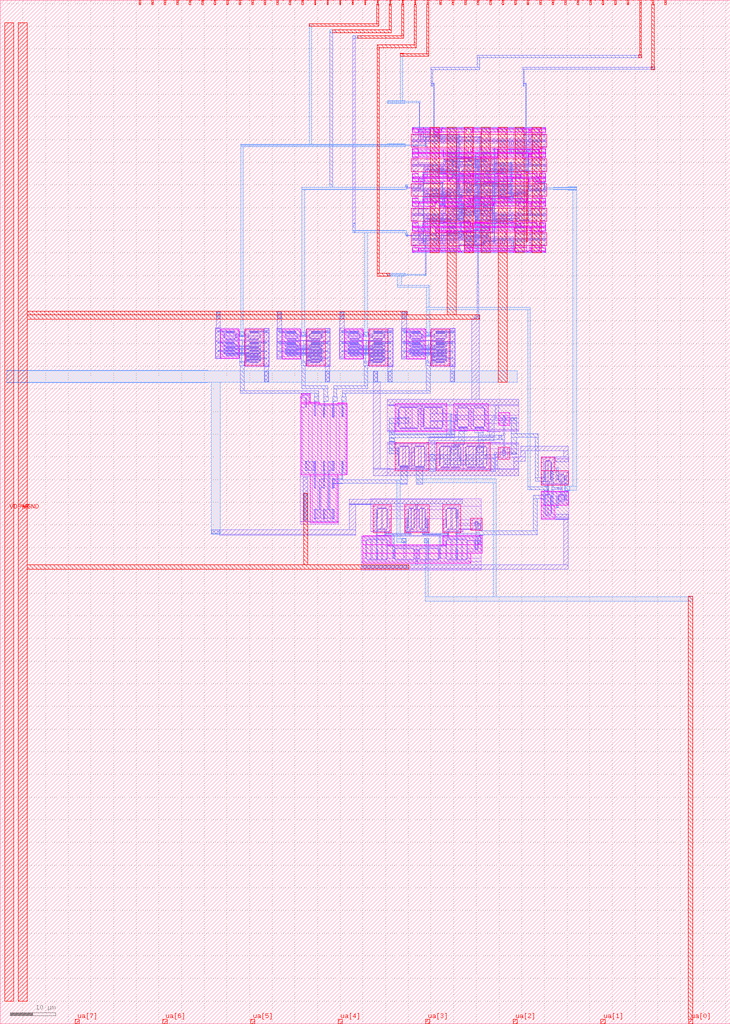
<source format=lef>
VERSION 5.7 ;
  NOWIREEXTENSIONATPIN ON ;
  DIVIDERCHAR "/" ;
  BUSBITCHARS "[]" ;
MACRO tt_um_4Bit_SAR_ADC
  CLASS BLOCK ;
  FOREIGN tt_um_4Bit_SAR_ADC ;
  ORIGIN 0.000 0.000 ;
  SIZE 161.000 BY 225.760 ;
  PIN clk
    DIRECTION INPUT ;
    USE SIGNAL ;
    ANTENNAGATEAREA 0.852000 ;
    PORT
      LAYER met4 ;
        RECT 143.830 224.760 144.130 225.760 ;
    END
  END clk
  PIN ena
    DIRECTION INPUT ;
    USE SIGNAL ;
    PORT
      LAYER met4 ;
        RECT 146.590 224.760 146.890 225.760 ;
    END
  END ena
  PIN rst_n
    DIRECTION INPUT ;
    USE SIGNAL ;
    ANTENNAGATEAREA 0.159000 ;
    PORT
      LAYER met4 ;
        RECT 141.070 224.760 141.370 225.760 ;
    END
  END rst_n
  PIN ua[0]
    DIRECTION INOUT ;
    USE SIGNAL ;
    ANTENNAGATEAREA 16.000000 ;
    PORT
      LAYER met4 ;
        RECT 151.810 0.000 152.710 1.000 ;
    END
  END ua[0]
  PIN ua[1]
    DIRECTION INOUT ;
    USE SIGNAL ;
    PORT
      LAYER met4 ;
        RECT 132.490 0.000 133.390 1.000 ;
    END
  END ua[1]
  PIN ua[2]
    DIRECTION INOUT ;
    USE SIGNAL ;
    PORT
      LAYER met4 ;
        RECT 113.170 0.000 114.070 1.000 ;
    END
  END ua[2]
  PIN ua[3]
    DIRECTION INOUT ;
    USE SIGNAL ;
    PORT
      LAYER met4 ;
        RECT 93.850 0.000 94.750 1.000 ;
    END
  END ua[3]
  PIN ua[4]
    DIRECTION INOUT ;
    USE SIGNAL ;
    PORT
      LAYER met4 ;
        RECT 74.530 0.000 75.430 1.000 ;
    END
  END ua[4]
  PIN ua[5]
    DIRECTION INOUT ;
    USE SIGNAL ;
    PORT
      LAYER met4 ;
        RECT 55.210 0.000 56.110 1.000 ;
    END
  END ua[5]
  PIN ua[6]
    DIRECTION INOUT ;
    USE SIGNAL ;
    PORT
      LAYER met4 ;
        RECT 35.890 0.000 36.790 1.000 ;
    END
  END ua[6]
  PIN ua[7]
    DIRECTION INOUT ;
    USE SIGNAL ;
    PORT
      LAYER met4 ;
        RECT 16.570 0.000 17.470 1.000 ;
    END
  END ua[7]
  PIN ui_in[0]
    DIRECTION INPUT ;
    USE SIGNAL ;
    PORT
      LAYER met4 ;
        RECT 138.310 224.760 138.610 225.760 ;
    END
  END ui_in[0]
  PIN ui_in[1]
    DIRECTION INPUT ;
    USE SIGNAL ;
    PORT
      LAYER met4 ;
        RECT 135.550 224.760 135.850 225.760 ;
    END
  END ui_in[1]
  PIN ui_in[2]
    DIRECTION INPUT ;
    USE SIGNAL ;
    PORT
      LAYER met4 ;
        RECT 132.790 224.760 133.090 225.760 ;
    END
  END ui_in[2]
  PIN ui_in[3]
    DIRECTION INPUT ;
    USE SIGNAL ;
    PORT
      LAYER met4 ;
        RECT 130.030 224.760 130.330 225.760 ;
    END
  END ui_in[3]
  PIN ui_in[4]
    DIRECTION INPUT ;
    USE SIGNAL ;
    PORT
      LAYER met4 ;
        RECT 127.270 224.760 127.570 225.760 ;
    END
  END ui_in[4]
  PIN ui_in[5]
    DIRECTION INPUT ;
    USE SIGNAL ;
    PORT
      LAYER met4 ;
        RECT 124.510 224.760 124.810 225.760 ;
    END
  END ui_in[5]
  PIN ui_in[6]
    DIRECTION INPUT ;
    USE SIGNAL ;
    PORT
      LAYER met4 ;
        RECT 121.750 224.760 122.050 225.760 ;
    END
  END ui_in[6]
  PIN ui_in[7]
    DIRECTION INPUT ;
    USE SIGNAL ;
    PORT
      LAYER met4 ;
        RECT 118.990 224.760 119.290 225.760 ;
    END
  END ui_in[7]
  PIN uio_in[0]
    DIRECTION INPUT ;
    USE SIGNAL ;
    PORT
      LAYER met4 ;
        RECT 116.230 224.760 116.530 225.760 ;
    END
  END uio_in[0]
  PIN uio_in[1]
    DIRECTION INPUT ;
    USE SIGNAL ;
    PORT
      LAYER met4 ;
        RECT 113.470 224.760 113.770 225.760 ;
    END
  END uio_in[1]
  PIN uio_in[2]
    DIRECTION INPUT ;
    USE SIGNAL ;
    PORT
      LAYER met4 ;
        RECT 110.710 224.760 111.010 225.760 ;
    END
  END uio_in[2]
  PIN uio_in[3]
    DIRECTION INPUT ;
    USE SIGNAL ;
    PORT
      LAYER met4 ;
        RECT 107.950 224.760 108.250 225.760 ;
    END
  END uio_in[3]
  PIN uio_in[4]
    DIRECTION INPUT ;
    USE SIGNAL ;
    PORT
      LAYER met4 ;
        RECT 105.190 224.760 105.490 225.760 ;
    END
  END uio_in[4]
  PIN uio_in[5]
    DIRECTION INPUT ;
    USE SIGNAL ;
    PORT
      LAYER met4 ;
        RECT 102.430 224.760 102.730 225.760 ;
    END
  END uio_in[5]
  PIN uio_in[6]
    DIRECTION INPUT ;
    USE SIGNAL ;
    PORT
      LAYER met4 ;
        RECT 99.670 224.760 99.970 225.760 ;
    END
  END uio_in[6]
  PIN uio_in[7]
    DIRECTION INPUT ;
    USE SIGNAL ;
    PORT
      LAYER met4 ;
        RECT 96.910 224.760 97.210 225.760 ;
    END
  END uio_in[7]
  PIN uio_oe[0]
    DIRECTION OUTPUT ;
    USE SIGNAL ;
    PORT
      LAYER met4 ;
        RECT 49.990 224.760 50.290 225.760 ;
    END
  END uio_oe[0]
  PIN uio_oe[1]
    DIRECTION OUTPUT ;
    USE SIGNAL ;
    PORT
      LAYER met4 ;
        RECT 47.230 224.760 47.530 225.760 ;
    END
  END uio_oe[1]
  PIN uio_oe[2]
    DIRECTION OUTPUT ;
    USE SIGNAL ;
    PORT
      LAYER met4 ;
        RECT 44.470 224.760 44.770 225.760 ;
    END
  END uio_oe[2]
  PIN uio_oe[3]
    DIRECTION OUTPUT ;
    USE SIGNAL ;
    PORT
      LAYER met4 ;
        RECT 41.710 224.760 42.010 225.760 ;
    END
  END uio_oe[3]
  PIN uio_oe[4]
    DIRECTION OUTPUT ;
    USE SIGNAL ;
    PORT
      LAYER met4 ;
        RECT 38.950 224.760 39.250 225.760 ;
    END
  END uio_oe[4]
  PIN uio_oe[5]
    DIRECTION OUTPUT ;
    USE SIGNAL ;
    PORT
      LAYER met4 ;
        RECT 36.190 224.760 36.490 225.760 ;
    END
  END uio_oe[5]
  PIN uio_oe[6]
    DIRECTION OUTPUT ;
    USE SIGNAL ;
    PORT
      LAYER met4 ;
        RECT 33.430 224.760 33.730 225.760 ;
    END
  END uio_oe[6]
  PIN uio_oe[7]
    DIRECTION OUTPUT ;
    USE SIGNAL ;
    PORT
      LAYER met4 ;
        RECT 30.670 224.760 30.970 225.760 ;
    END
  END uio_oe[7]
  PIN uio_out[0]
    DIRECTION OUTPUT ;
    USE SIGNAL ;
    PORT
      LAYER met4 ;
        RECT 72.070 224.760 72.370 225.760 ;
    END
  END uio_out[0]
  PIN uio_out[1]
    DIRECTION OUTPUT ;
    USE SIGNAL ;
    PORT
      LAYER met4 ;
        RECT 69.310 224.760 69.610 225.760 ;
    END
  END uio_out[1]
  PIN uio_out[2]
    DIRECTION OUTPUT ;
    USE SIGNAL ;
    PORT
      LAYER met4 ;
        RECT 66.550 224.760 66.850 225.760 ;
    END
  END uio_out[2]
  PIN uio_out[3]
    DIRECTION OUTPUT ;
    USE SIGNAL ;
    PORT
      LAYER met4 ;
        RECT 63.790 224.760 64.090 225.760 ;
    END
  END uio_out[3]
  PIN uio_out[4]
    DIRECTION OUTPUT ;
    USE SIGNAL ;
    PORT
      LAYER met4 ;
        RECT 61.030 224.760 61.330 225.760 ;
    END
  END uio_out[4]
  PIN uio_out[5]
    DIRECTION OUTPUT ;
    USE SIGNAL ;
    PORT
      LAYER met4 ;
        RECT 58.270 224.760 58.570 225.760 ;
    END
  END uio_out[5]
  PIN uio_out[6]
    DIRECTION OUTPUT ;
    USE SIGNAL ;
    PORT
      LAYER met4 ;
        RECT 55.510 224.760 55.810 225.760 ;
    END
  END uio_out[6]
  PIN uio_out[7]
    DIRECTION OUTPUT ;
    USE SIGNAL ;
    PORT
      LAYER met4 ;
        RECT 52.750 224.760 53.050 225.760 ;
    END
  END uio_out[7]
  PIN uo_out[0]
    DIRECTION OUTPUT ;
    USE SIGNAL ;
    ANTENNADIFFAREA 0.340600 ;
    PORT
      LAYER met4 ;
        RECT 94.150 224.760 94.450 225.760 ;
    END
  END uo_out[0]
  PIN uo_out[1]
    DIRECTION OUTPUT ;
    USE SIGNAL ;
    ANTENNAGATEAREA 12.000000 ;
    ANTENNADIFFAREA 0.340600 ;
    PORT
      LAYER met4 ;
        RECT 91.390 224.760 91.690 225.760 ;
    END
  END uo_out[1]
  PIN uo_out[2]
    DIRECTION OUTPUT ;
    USE SIGNAL ;
    ANTENNAGATEAREA 4.000000 ;
    ANTENNADIFFAREA 0.340600 ;
    PORT
      LAYER met4 ;
        RECT 88.630 224.760 88.930 225.760 ;
    END
  END uo_out[2]
  PIN uo_out[3]
    DIRECTION OUTPUT ;
    USE SIGNAL ;
    ANTENNAGATEAREA 4.000000 ;
    ANTENNADIFFAREA 0.340600 ;
    PORT
      LAYER met4 ;
        RECT 85.870 224.760 86.170 225.760 ;
    END
  END uo_out[3]
  PIN uo_out[4]
    DIRECTION OUTPUT ;
    USE SIGNAL ;
    ANTENNAGATEAREA 4.000000 ;
    ANTENNADIFFAREA 0.340600 ;
    PORT
      LAYER met4 ;
        RECT 83.110 224.760 83.410 225.760 ;
    END
  END uo_out[4]
  PIN uo_out[5]
    DIRECTION OUTPUT ;
    USE SIGNAL ;
    PORT
      LAYER met4 ;
        RECT 80.350 224.760 80.650 225.760 ;
    END
  END uo_out[5]
  PIN uo_out[6]
    DIRECTION OUTPUT ;
    USE SIGNAL ;
    PORT
      LAYER met4 ;
        RECT 77.590 224.760 77.890 225.760 ;
    END
  END uo_out[6]
  PIN uo_out[7]
    DIRECTION OUTPUT ;
    USE SIGNAL ;
    PORT
      LAYER met4 ;
        RECT 74.830 224.760 75.130 225.760 ;
    END
  END uo_out[7]
  PIN VDPWR
    DIRECTION INOUT ;
    USE POWER ;
    PORT
      LAYER met4 ;
        RECT 1.000 5.000 3.000 220.760 ;
    END
  END VDPWR
  PIN VGND
    DIRECTION INOUT ;
    USE GROUND ;
    PORT
      LAYER met4 ;
        RECT 4.000 5.000 6.000 220.760 ;
    END
  END VGND
  OBS
      LAYER pwell ;
        RECT 90.995 197.375 91.165 197.565 ;
        RECT 93.285 197.375 93.455 197.565 ;
        RECT 94.665 197.375 94.835 197.565 ;
        RECT 95.130 197.425 95.250 197.535 ;
        RECT 95.595 197.375 95.765 197.565 ;
        RECT 97.435 197.375 97.605 197.565 ;
        RECT 102.965 197.420 103.125 197.530 ;
        RECT 104.335 197.375 104.505 197.565 ;
        RECT 109.855 197.375 110.025 197.565 ;
        RECT 115.375 197.375 115.545 197.565 ;
        RECT 117.215 197.375 117.385 197.565 ;
        RECT 119.975 197.375 120.145 197.565 ;
        RECT 90.855 196.565 92.225 197.375 ;
        RECT 92.235 196.595 93.605 197.375 ;
        RECT 93.615 196.595 94.985 197.375 ;
        RECT 95.455 196.695 97.285 197.375 ;
        RECT 95.940 196.465 97.285 196.695 ;
        RECT 97.295 196.565 102.805 197.375 ;
        RECT 103.745 196.505 104.175 197.290 ;
        RECT 104.195 196.565 109.705 197.375 ;
        RECT 109.715 196.565 115.225 197.375 ;
        RECT 115.235 196.565 116.605 197.375 ;
        RECT 116.625 196.505 117.055 197.290 ;
        RECT 117.075 196.565 118.905 197.375 ;
        RECT 118.915 196.565 120.285 197.375 ;
      LAYER nwell ;
        RECT 90.660 193.345 120.480 196.175 ;
      LAYER pwell ;
        RECT 90.855 192.145 92.225 192.955 ;
        RECT 92.235 192.145 97.745 192.955 ;
        RECT 97.755 192.145 103.265 192.955 ;
        RECT 103.745 192.230 104.175 193.015 ;
        RECT 104.195 192.145 109.705 192.955 ;
        RECT 109.715 192.145 118.820 192.825 ;
        RECT 118.915 192.145 120.285 192.955 ;
        RECT 90.995 191.935 91.165 192.145 ;
        RECT 92.375 191.935 92.545 192.145 ;
        RECT 97.895 192.125 98.065 192.145 ;
        RECT 97.895 191.955 98.070 192.125 ;
        RECT 103.410 191.985 103.530 192.095 ;
        RECT 104.335 191.955 104.505 192.145 ;
        RECT 97.900 191.935 98.070 191.955 ;
        RECT 109.855 191.935 110.025 192.145 ;
        RECT 115.375 191.935 115.545 192.125 ;
        RECT 117.215 191.935 117.385 192.125 ;
        RECT 119.975 191.935 120.145 192.145 ;
        RECT 90.855 191.125 92.225 191.935 ;
        RECT 92.235 191.125 97.745 191.935 ;
        RECT 97.755 191.255 109.705 191.935 ;
        RECT 101.660 191.035 103.930 191.255 ;
        RECT 105.535 191.035 109.705 191.255 ;
        RECT 109.715 191.125 115.225 191.935 ;
        RECT 115.235 191.125 116.605 191.935 ;
        RECT 116.625 191.065 117.055 191.850 ;
        RECT 117.075 191.125 118.905 191.935 ;
        RECT 118.915 191.125 120.285 191.935 ;
        RECT 107.370 191.025 109.705 191.035 ;
      LAYER nwell ;
        RECT 90.660 187.905 120.480 190.735 ;
      LAYER pwell ;
        RECT 90.855 186.705 92.225 187.515 ;
        RECT 97.665 187.385 98.595 187.605 ;
        RECT 101.315 187.385 103.670 187.615 ;
        RECT 93.155 186.705 103.670 187.385 ;
        RECT 103.745 186.790 104.175 187.575 ;
        RECT 104.250 187.385 106.605 187.615 ;
        RECT 109.325 187.385 110.255 187.605 ;
        RECT 104.250 186.705 114.765 187.385 ;
        RECT 114.775 186.705 118.445 187.515 ;
        RECT 118.915 186.705 120.285 187.515 ;
        RECT 90.995 186.495 91.165 186.705 ;
        RECT 93.295 186.685 93.465 186.705 ;
        RECT 92.385 186.550 92.545 186.660 ;
        RECT 93.285 186.515 93.465 186.685 ;
        RECT 93.285 186.495 93.455 186.515 ;
        RECT 93.755 186.495 93.925 186.685 ;
        RECT 99.275 186.495 99.445 186.685 ;
        RECT 112.610 186.495 112.780 186.685 ;
        RECT 113.075 186.495 113.245 186.685 ;
        RECT 114.455 186.515 114.625 186.705 ;
        RECT 114.915 186.515 115.085 186.705 ;
        RECT 117.210 186.545 117.330 186.655 ;
        RECT 118.585 186.495 118.755 186.685 ;
        RECT 119.975 186.495 120.145 186.705 ;
        RECT 90.855 185.685 92.225 186.495 ;
        RECT 92.235 185.715 93.605 186.495 ;
        RECT 93.615 185.685 99.125 186.495 ;
        RECT 99.135 185.685 100.965 186.495 ;
        RECT 100.975 185.815 112.925 186.495 ;
        RECT 100.975 185.595 105.145 185.815 ;
        RECT 106.750 185.595 109.020 185.815 ;
        RECT 112.935 185.685 116.605 186.495 ;
        RECT 116.625 185.625 117.055 186.410 ;
        RECT 117.535 185.715 118.905 186.495 ;
        RECT 118.915 185.685 120.285 186.495 ;
        RECT 100.975 185.585 103.310 185.595 ;
      LAYER nwell ;
        RECT 90.660 182.465 120.480 185.295 ;
      LAYER pwell ;
        RECT 90.855 181.265 92.225 182.075 ;
        RECT 97.665 181.945 98.595 182.165 ;
        RECT 101.315 181.945 103.670 182.175 ;
        RECT 104.195 182.165 106.530 182.175 ;
        RECT 93.155 181.265 103.670 181.945 ;
        RECT 103.745 181.350 104.175 182.135 ;
        RECT 104.195 181.945 108.365 182.165 ;
        RECT 109.970 181.945 112.240 182.165 ;
        RECT 104.195 181.265 116.145 181.945 ;
        RECT 116.155 181.265 118.905 182.075 ;
        RECT 118.915 181.265 120.285 182.075 ;
        RECT 90.995 181.055 91.165 181.265 ;
        RECT 92.375 181.055 92.545 181.245 ;
        RECT 93.295 181.075 93.465 181.265 ;
        RECT 96.065 181.100 96.225 181.210 ;
        RECT 108.470 181.055 108.640 181.245 ;
        RECT 108.935 181.055 109.105 181.245 ;
        RECT 114.455 181.055 114.625 181.245 ;
        RECT 115.830 181.075 116.000 181.265 ;
        RECT 116.295 181.215 116.465 181.265 ;
        RECT 116.290 181.105 116.465 181.215 ;
        RECT 116.295 181.075 116.465 181.105 ;
        RECT 117.215 181.055 117.385 181.245 ;
        RECT 119.975 181.055 120.145 181.265 ;
        RECT 90.855 180.245 92.225 181.055 ;
        RECT 92.235 180.245 95.905 181.055 ;
        RECT 96.835 180.375 108.785 181.055 ;
        RECT 96.835 180.155 101.005 180.375 ;
        RECT 102.610 180.155 104.880 180.375 ;
        RECT 108.795 180.245 114.305 181.055 ;
        RECT 114.315 180.245 116.145 181.055 ;
        RECT 116.625 180.185 117.055 180.970 ;
        RECT 117.075 180.245 118.905 181.055 ;
        RECT 118.915 180.245 120.285 181.055 ;
        RECT 96.835 180.145 99.170 180.155 ;
      LAYER nwell ;
        RECT 90.660 177.025 120.480 179.855 ;
      LAYER pwell ;
        RECT 90.855 175.825 92.225 176.635 ;
        RECT 97.665 176.505 98.595 176.725 ;
        RECT 101.315 176.505 103.670 176.735 ;
        RECT 93.155 175.825 103.670 176.505 ;
        RECT 103.745 175.910 104.175 176.695 ;
        RECT 104.565 176.625 106.910 176.735 ;
        RECT 104.565 176.505 107.840 176.625 ;
        RECT 112.485 176.505 113.405 176.725 ;
        RECT 104.565 175.825 114.765 176.505 ;
        RECT 114.775 175.825 118.445 176.635 ;
        RECT 118.915 175.825 120.285 176.635 ;
        RECT 90.995 175.615 91.165 175.825 ;
        RECT 93.295 175.805 93.465 175.825 ;
        RECT 92.385 175.670 92.545 175.780 ;
        RECT 93.285 175.635 93.465 175.805 ;
        RECT 93.285 175.615 93.455 175.635 ;
        RECT 94.665 175.615 94.835 175.805 ;
        RECT 95.145 175.660 95.305 175.770 ;
        RECT 107.550 175.615 107.720 175.805 ;
        RECT 108.015 175.615 108.185 175.805 ;
        RECT 113.535 175.615 113.705 175.805 ;
        RECT 114.455 175.635 114.625 175.825 ;
        RECT 114.915 175.635 115.085 175.825 ;
        RECT 116.290 175.665 116.410 175.775 ;
        RECT 117.215 175.615 117.385 175.805 ;
        RECT 118.590 175.665 118.710 175.775 ;
        RECT 119.975 175.615 120.145 175.825 ;
        RECT 90.855 174.805 92.225 175.615 ;
        RECT 92.235 174.835 93.605 175.615 ;
        RECT 93.615 174.835 94.985 175.615 ;
        RECT 95.915 174.935 107.865 175.615 ;
        RECT 95.915 174.715 100.085 174.935 ;
        RECT 101.690 174.715 103.960 174.935 ;
        RECT 107.875 174.805 113.385 175.615 ;
        RECT 113.395 174.805 116.145 175.615 ;
        RECT 116.625 174.745 117.055 175.530 ;
        RECT 117.075 174.805 118.905 175.615 ;
        RECT 118.915 174.805 120.285 175.615 ;
        RECT 95.915 174.705 98.250 174.715 ;
      LAYER nwell ;
        RECT 90.660 171.585 120.480 174.415 ;
      LAYER pwell ;
        RECT 90.855 170.385 92.225 171.195 ;
        RECT 92.320 170.385 101.425 171.065 ;
        RECT 102.355 170.385 103.725 171.165 ;
        RECT 103.745 170.470 104.175 171.255 ;
        RECT 104.280 170.385 113.385 171.065 ;
        RECT 113.395 170.385 116.145 171.195 ;
        RECT 116.625 170.470 117.055 171.255 ;
        RECT 117.075 170.385 118.905 171.195 ;
        RECT 118.915 170.385 120.285 171.195 ;
        RECT 90.995 170.195 91.165 170.385 ;
        RECT 101.115 170.195 101.285 170.385 ;
        RECT 101.585 170.230 101.745 170.340 ;
        RECT 103.405 170.195 103.575 170.385 ;
        RECT 113.075 170.195 113.245 170.385 ;
        RECT 113.535 170.195 113.705 170.385 ;
        RECT 116.290 170.225 116.410 170.335 ;
        RECT 117.215 170.195 117.385 170.385 ;
        RECT 119.975 170.195 120.145 170.385 ;
        RECT 48.665 146.725 52.765 153.195 ;
      LAYER nwell ;
        RECT 53.905 145.145 58.095 153.195 ;
      LAYER pwell ;
        RECT 62.195 146.700 66.295 153.170 ;
      LAYER nwell ;
        RECT 67.435 145.120 71.625 153.170 ;
      LAYER pwell ;
        RECT 76.000 146.700 80.100 153.170 ;
      LAYER nwell ;
        RECT 81.240 145.120 85.430 153.170 ;
      LAYER pwell ;
        RECT 89.690 146.700 93.790 153.170 ;
      LAYER nwell ;
        RECT 94.930 145.120 99.120 153.170 ;
      LAYER pwell ;
        RECT 66.405 137.115 68.415 138.915 ;
        RECT 66.405 136.715 70.420 137.115 ;
        RECT 74.440 136.715 76.450 136.915 ;
        RECT 66.405 121.095 76.450 136.715 ;
        RECT 87.085 130.595 98.475 136.695 ;
        RECT 99.995 130.760 107.665 136.720 ;
        RECT 109.905 132.000 112.365 134.710 ;
      LAYER nwell ;
        RECT 87.090 122.000 94.480 128.190 ;
        RECT 96.135 121.995 108.105 128.185 ;
        RECT 109.880 124.490 112.340 127.180 ;
        RECT 119.355 121.980 122.315 124.980 ;
      LAYER pwell ;
        RECT 68.410 110.475 74.440 121.095 ;
      LAYER nwell ;
        RECT 119.355 118.790 125.275 121.980 ;
        RECT 82.220 108.310 86.180 114.500 ;
        RECT 89.170 108.310 94.560 114.500 ;
        RECT 97.560 108.315 101.520 114.505 ;
      LAYER pwell ;
        RECT 119.350 114.380 125.270 117.480 ;
      LAYER nwell ;
        RECT 103.810 108.830 106.270 111.520 ;
      LAYER pwell ;
        RECT 119.350 111.380 122.310 114.380 ;
        RECT 79.930 105.650 86.180 107.650 ;
        RECT 97.560 105.650 106.270 107.645 ;
        RECT 79.930 103.745 106.270 105.650 ;
        RECT 79.930 101.550 103.810 103.745 ;
        RECT 97.560 101.545 103.810 101.550 ;
      LAYER li1 ;
        RECT 90.850 197.395 120.290 197.565 ;
        RECT 90.935 196.645 92.145 197.395 ;
        RECT 92.315 196.720 92.575 197.225 ;
        RECT 92.755 197.015 93.085 197.395 ;
        RECT 93.265 196.845 93.435 197.225 ;
        RECT 90.935 196.105 91.455 196.645 ;
        RECT 91.625 195.935 92.145 196.475 ;
        RECT 90.935 194.845 92.145 195.935 ;
        RECT 92.315 195.920 92.495 196.720 ;
        RECT 92.770 196.675 93.435 196.845 ;
        RECT 93.695 196.720 93.955 197.225 ;
        RECT 94.135 197.015 94.465 197.395 ;
        RECT 94.645 196.845 94.815 197.225 ;
        RECT 92.770 196.420 92.940 196.675 ;
        RECT 92.665 196.090 92.940 196.420 ;
        RECT 93.165 196.125 93.505 196.495 ;
        RECT 92.770 195.945 92.940 196.090 ;
        RECT 92.315 195.015 92.585 195.920 ;
        RECT 92.770 195.775 93.445 195.945 ;
        RECT 92.755 194.845 93.085 195.605 ;
        RECT 93.265 195.015 93.445 195.775 ;
        RECT 93.695 195.920 93.875 196.720 ;
        RECT 94.150 196.675 94.815 196.845 ;
        RECT 95.625 196.845 95.795 197.225 ;
        RECT 96.010 197.015 96.340 197.395 ;
        RECT 95.625 196.675 96.340 196.845 ;
        RECT 94.150 196.420 94.320 196.675 ;
        RECT 94.045 196.090 94.320 196.420 ;
        RECT 94.545 196.125 94.885 196.495 ;
        RECT 95.535 196.125 95.890 196.495 ;
        RECT 96.170 196.485 96.340 196.675 ;
        RECT 96.510 196.650 96.765 197.225 ;
        RECT 96.170 196.155 96.425 196.485 ;
        RECT 94.150 195.945 94.320 196.090 ;
        RECT 96.170 195.945 96.340 196.155 ;
        RECT 93.695 195.015 93.965 195.920 ;
        RECT 94.150 195.775 94.825 195.945 ;
        RECT 94.135 194.845 94.465 195.605 ;
        RECT 94.645 195.015 94.825 195.775 ;
        RECT 95.625 195.775 96.340 195.945 ;
        RECT 96.595 195.920 96.765 196.650 ;
        RECT 96.940 196.555 97.200 197.395 ;
        RECT 97.375 196.850 102.720 197.395 ;
        RECT 98.960 196.020 99.300 196.850 ;
        RECT 103.815 196.670 104.105 197.395 ;
        RECT 104.275 196.850 109.620 197.395 ;
        RECT 109.795 196.850 115.140 197.395 ;
        RECT 95.625 195.015 95.795 195.775 ;
        RECT 96.010 194.845 96.340 195.605 ;
        RECT 96.510 195.015 96.765 195.920 ;
        RECT 96.940 194.845 97.200 195.995 ;
        RECT 100.780 195.280 101.130 196.530 ;
        RECT 105.860 196.020 106.200 196.850 ;
        RECT 97.375 194.845 102.720 195.280 ;
        RECT 103.815 194.845 104.105 196.010 ;
        RECT 107.680 195.280 108.030 196.530 ;
        RECT 111.380 196.020 111.720 196.850 ;
        RECT 115.315 196.645 116.525 197.395 ;
        RECT 116.695 196.670 116.985 197.395 ;
        RECT 113.200 195.280 113.550 196.530 ;
        RECT 115.315 196.105 115.835 196.645 ;
        RECT 117.155 196.625 118.825 197.395 ;
        RECT 118.995 196.645 120.205 197.395 ;
        RECT 116.005 195.935 116.525 196.475 ;
        RECT 117.155 196.105 117.905 196.625 ;
        RECT 104.275 194.845 109.620 195.280 ;
        RECT 109.795 194.845 115.140 195.280 ;
        RECT 115.315 194.845 116.525 195.935 ;
        RECT 116.695 194.845 116.985 196.010 ;
        RECT 118.075 195.935 118.825 196.455 ;
        RECT 117.155 194.845 118.825 195.935 ;
        RECT 118.995 195.935 119.515 196.475 ;
        RECT 119.685 196.105 120.205 196.645 ;
        RECT 118.995 194.845 120.205 195.935 ;
        RECT 90.850 194.675 120.290 194.845 ;
        RECT 90.935 193.585 92.145 194.675 ;
        RECT 92.315 194.240 97.660 194.675 ;
        RECT 97.835 194.240 103.180 194.675 ;
        RECT 90.935 192.875 91.455 193.415 ;
        RECT 91.625 193.045 92.145 193.585 ;
        RECT 90.935 192.125 92.145 192.875 ;
        RECT 93.900 192.670 94.240 193.500 ;
        RECT 95.720 192.990 96.070 194.240 ;
        RECT 99.420 192.670 99.760 193.500 ;
        RECT 101.240 192.990 101.590 194.240 ;
        RECT 103.815 193.510 104.105 194.675 ;
        RECT 104.275 194.240 109.620 194.675 ;
        RECT 92.315 192.125 97.660 192.670 ;
        RECT 97.835 192.125 103.180 192.670 ;
        RECT 103.815 192.125 104.105 192.850 ;
        RECT 105.860 192.670 106.200 193.500 ;
        RECT 107.680 192.990 108.030 194.240 ;
        RECT 109.805 193.865 110.100 194.675 ;
        RECT 110.280 193.365 110.525 194.505 ;
        RECT 110.700 193.865 110.960 194.675 ;
        RECT 111.560 194.670 117.835 194.675 ;
        RECT 111.140 193.365 111.390 194.500 ;
        RECT 111.560 193.875 111.820 194.670 ;
        RECT 111.990 193.775 112.250 194.500 ;
        RECT 112.420 193.945 112.680 194.670 ;
        RECT 112.850 193.775 113.110 194.500 ;
        RECT 113.280 193.945 113.540 194.670 ;
        RECT 113.710 193.775 113.970 194.500 ;
        RECT 114.140 193.945 114.400 194.670 ;
        RECT 114.570 193.775 114.830 194.500 ;
        RECT 115.000 193.945 115.245 194.670 ;
        RECT 115.415 193.775 115.675 194.500 ;
        RECT 115.860 193.945 116.105 194.670 ;
        RECT 116.275 193.775 116.535 194.500 ;
        RECT 116.720 193.945 116.965 194.670 ;
        RECT 117.135 193.775 117.395 194.500 ;
        RECT 117.580 193.945 117.835 194.670 ;
        RECT 111.990 193.760 117.395 193.775 ;
        RECT 118.005 193.760 118.295 194.500 ;
        RECT 118.465 193.930 118.735 194.675 ;
        RECT 111.990 193.535 118.735 193.760 ;
        RECT 109.795 192.805 110.110 193.365 ;
        RECT 110.280 193.115 117.400 193.365 ;
        RECT 104.275 192.125 109.620 192.670 ;
        RECT 109.795 192.125 110.100 192.635 ;
        RECT 110.280 192.305 110.530 193.115 ;
        RECT 110.700 192.125 110.960 192.650 ;
        RECT 111.140 192.305 111.390 193.115 ;
        RECT 117.570 192.945 118.735 193.535 ;
        RECT 118.995 193.585 120.205 194.675 ;
        RECT 118.995 193.045 119.515 193.585 ;
        RECT 111.990 192.775 118.735 192.945 ;
        RECT 119.685 192.875 120.205 193.415 ;
        RECT 111.560 192.125 111.820 192.685 ;
        RECT 111.990 192.320 112.250 192.775 ;
        RECT 112.420 192.125 112.680 192.605 ;
        RECT 112.850 192.320 113.110 192.775 ;
        RECT 113.280 192.125 113.540 192.605 ;
        RECT 113.710 192.320 113.970 192.775 ;
        RECT 114.140 192.125 114.385 192.605 ;
        RECT 114.555 192.320 114.830 192.775 ;
        RECT 115.000 192.125 115.245 192.605 ;
        RECT 115.415 192.320 115.675 192.775 ;
        RECT 115.855 192.125 116.105 192.605 ;
        RECT 116.275 192.320 116.535 192.775 ;
        RECT 116.715 192.125 116.965 192.605 ;
        RECT 117.135 192.320 117.395 192.775 ;
        RECT 117.575 192.125 117.835 192.605 ;
        RECT 118.005 192.320 118.265 192.775 ;
        RECT 118.435 192.125 118.735 192.605 ;
        RECT 118.995 192.125 120.205 192.875 ;
        RECT 90.850 191.955 120.290 192.125 ;
        RECT 90.935 191.205 92.145 191.955 ;
        RECT 92.315 191.410 97.660 191.955 ;
        RECT 90.935 190.665 91.455 191.205 ;
        RECT 91.625 190.495 92.145 191.035 ;
        RECT 93.900 190.580 94.240 191.410 ;
        RECT 97.835 191.405 98.095 191.695 ;
        RECT 98.265 191.575 98.595 191.955 ;
        RECT 97.835 191.235 98.590 191.405 ;
        RECT 90.935 189.405 92.145 190.495 ;
        RECT 95.720 189.840 96.070 191.090 ;
        RECT 97.835 190.415 98.190 191.065 ;
        RECT 98.360 190.245 98.590 191.235 ;
        RECT 97.835 190.075 98.590 190.245 ;
        RECT 92.315 189.405 97.660 189.840 ;
        RECT 97.835 189.575 98.095 190.075 ;
        RECT 98.265 189.405 98.595 189.905 ;
        RECT 98.765 189.575 98.990 191.695 ;
        RECT 99.185 191.575 99.535 191.955 ;
        RECT 99.705 191.405 99.875 191.735 ;
        RECT 100.155 191.575 101.150 191.775 ;
        RECT 99.160 191.215 99.875 191.405 ;
        RECT 99.160 190.245 99.330 191.215 ;
        RECT 99.500 190.415 99.910 191.035 ;
        RECT 100.080 190.465 100.300 191.335 ;
        RECT 100.480 191.025 100.810 191.395 ;
        RECT 100.980 190.845 101.150 191.575 ;
        RECT 101.320 191.515 101.490 191.955 ;
        RECT 101.660 191.615 102.830 191.785 ;
        RECT 101.660 191.495 101.990 191.615 ;
        RECT 101.340 191.075 101.750 191.305 ;
        RECT 102.160 191.275 102.490 191.445 ;
        RECT 102.660 191.325 102.830 191.615 ;
        RECT 103.100 191.575 103.430 191.955 ;
        RECT 104.070 191.575 104.835 191.775 ;
        RECT 102.270 191.145 102.490 191.275 ;
        RECT 101.340 190.975 101.670 191.075 ;
        RECT 102.270 190.975 103.580 191.145 ;
        RECT 100.750 190.805 101.150 190.845 ;
        RECT 101.880 190.805 102.100 190.885 ;
        RECT 100.750 190.635 102.100 190.805 ;
        RECT 99.160 190.075 99.875 190.245 ;
        RECT 100.080 190.085 100.580 190.465 ;
        RECT 99.185 189.405 99.535 189.905 ;
        RECT 99.705 189.575 99.875 190.075 ;
        RECT 100.750 189.790 100.920 190.635 ;
        RECT 101.850 190.555 102.100 190.635 ;
        RECT 101.090 190.255 101.340 190.465 ;
        RECT 102.270 190.255 102.440 190.975 ;
        RECT 103.250 190.805 103.580 190.975 ;
        RECT 103.875 190.915 104.160 191.335 ;
        RECT 102.610 190.625 102.940 190.805 ;
        RECT 103.875 190.735 104.495 190.915 ;
        RECT 102.610 190.385 103.615 190.625 ;
        RECT 101.090 190.005 102.440 190.255 ;
        RECT 100.090 189.620 100.920 189.790 ;
        RECT 101.160 189.405 101.540 189.835 ;
        RECT 101.840 189.665 102.010 190.005 ;
        RECT 102.630 189.405 102.960 190.125 ;
        RECT 103.815 190.055 104.050 190.465 ;
        RECT 104.290 190.135 104.495 190.735 ;
        RECT 104.665 190.805 104.835 191.575 ;
        RECT 105.015 191.515 105.275 191.955 ;
        RECT 105.535 191.615 106.705 191.785 ;
        RECT 105.535 191.495 105.865 191.615 ;
        RECT 106.535 191.455 106.705 191.615 ;
        RECT 105.210 190.975 105.585 191.305 ;
        RECT 106.035 191.260 106.365 191.445 ;
        RECT 106.990 191.285 107.225 191.775 ;
        RECT 105.795 190.805 106.015 190.965 ;
        RECT 104.665 190.635 106.015 190.805 ;
        RECT 104.665 189.790 104.835 190.635 ;
        RECT 105.005 190.125 105.255 190.465 ;
        RECT 106.185 190.125 106.365 191.260 ;
        RECT 106.535 191.115 107.225 191.285 ;
        RECT 107.450 191.235 107.780 191.955 ;
        RECT 107.950 191.325 108.235 191.785 ;
        RECT 106.535 190.465 106.810 191.115 ;
        RECT 107.065 190.715 107.440 190.945 ;
        RECT 107.610 190.715 107.860 191.045 ;
        RECT 106.535 190.295 107.295 190.465 ;
        RECT 107.610 190.125 107.780 190.715 ;
        RECT 108.030 190.410 108.235 191.325 ;
        RECT 105.005 189.955 107.780 190.125 ;
        RECT 104.005 189.620 104.835 189.790 ;
        RECT 105.075 189.405 105.455 189.785 ;
        RECT 105.695 189.665 105.865 189.955 ;
        RECT 106.395 189.405 107.780 189.785 ;
        RECT 107.950 189.575 108.235 190.410 ;
        RECT 108.405 191.045 108.720 191.785 ;
        RECT 108.900 191.495 109.195 191.955 ;
        RECT 109.365 191.215 109.625 191.785 ;
        RECT 109.795 191.410 115.140 191.955 ;
        RECT 108.405 190.715 109.240 191.045 ;
        RECT 108.405 189.625 108.720 190.715 ;
        RECT 109.410 190.595 109.625 191.215 ;
        RECT 108.900 189.405 109.195 190.275 ;
        RECT 109.365 189.575 109.625 190.595 ;
        RECT 111.380 190.580 111.720 191.410 ;
        RECT 115.315 191.205 116.525 191.955 ;
        RECT 116.695 191.230 116.985 191.955 ;
        RECT 113.200 189.840 113.550 191.090 ;
        RECT 115.315 190.665 115.835 191.205 ;
        RECT 117.155 191.185 118.825 191.955 ;
        RECT 118.995 191.205 120.205 191.955 ;
        RECT 116.005 190.495 116.525 191.035 ;
        RECT 117.155 190.665 117.905 191.185 ;
        RECT 109.795 189.405 115.140 189.840 ;
        RECT 115.315 189.405 116.525 190.495 ;
        RECT 116.695 189.405 116.985 190.570 ;
        RECT 118.075 190.495 118.825 191.015 ;
        RECT 117.155 189.405 118.825 190.495 ;
        RECT 118.995 190.495 119.515 191.035 ;
        RECT 119.685 190.665 120.205 191.205 ;
        RECT 118.995 189.405 120.205 190.495 ;
        RECT 90.850 189.235 120.290 189.405 ;
        RECT 90.935 188.145 92.145 189.235 ;
        RECT 93.240 188.565 93.495 189.065 ;
        RECT 93.665 188.735 93.995 189.235 ;
        RECT 93.240 188.395 93.990 188.565 ;
        RECT 90.935 187.435 91.455 187.975 ;
        RECT 91.625 187.605 92.145 188.145 ;
        RECT 93.240 187.575 93.590 188.225 ;
        RECT 90.935 186.685 92.145 187.435 ;
        RECT 93.760 187.405 93.990 188.395 ;
        RECT 93.240 187.235 93.990 187.405 ;
        RECT 93.240 186.945 93.495 187.235 ;
        RECT 93.665 186.685 93.995 187.065 ;
        RECT 94.165 186.945 94.335 189.065 ;
        RECT 94.505 188.265 94.830 189.050 ;
        RECT 95.000 188.775 95.250 189.235 ;
        RECT 95.420 188.735 95.670 189.065 ;
        RECT 95.885 188.735 96.565 189.065 ;
        RECT 95.420 188.605 95.590 188.735 ;
        RECT 95.195 188.435 95.590 188.605 ;
        RECT 94.565 187.215 95.025 188.265 ;
        RECT 95.195 187.075 95.365 188.435 ;
        RECT 95.760 188.175 96.225 188.565 ;
        RECT 95.535 187.365 95.885 187.985 ;
        RECT 96.055 187.585 96.225 188.175 ;
        RECT 96.395 187.955 96.565 188.735 ;
        RECT 96.735 188.635 96.905 188.975 ;
        RECT 97.140 188.805 97.470 189.235 ;
        RECT 97.640 188.635 97.810 188.975 ;
        RECT 98.105 188.775 98.475 189.235 ;
        RECT 96.735 188.465 97.810 188.635 ;
        RECT 98.645 188.605 98.815 189.065 ;
        RECT 99.050 188.725 99.920 189.065 ;
        RECT 100.090 188.775 100.340 189.235 ;
        RECT 98.255 188.435 98.815 188.605 ;
        RECT 98.255 188.295 98.425 188.435 ;
        RECT 96.925 188.125 98.425 188.295 ;
        RECT 99.120 188.265 99.580 188.555 ;
        RECT 96.395 187.785 98.085 187.955 ;
        RECT 96.055 187.365 96.410 187.585 ;
        RECT 96.580 187.075 96.750 187.785 ;
        RECT 96.955 187.365 97.745 187.615 ;
        RECT 97.915 187.605 98.085 187.785 ;
        RECT 98.255 187.435 98.425 188.125 ;
        RECT 94.695 186.685 95.025 187.045 ;
        RECT 95.195 186.905 95.690 187.075 ;
        RECT 95.895 186.905 96.750 187.075 ;
        RECT 97.625 186.685 97.955 187.145 ;
        RECT 98.165 187.045 98.425 187.435 ;
        RECT 98.615 188.255 99.580 188.265 ;
        RECT 99.750 188.345 99.920 188.725 ;
        RECT 100.510 188.685 100.680 188.975 ;
        RECT 100.860 188.855 101.580 189.235 ;
        RECT 100.510 188.515 101.310 188.685 ;
        RECT 98.615 188.095 99.290 188.255 ;
        RECT 99.750 188.175 100.970 188.345 ;
        RECT 98.615 187.305 98.825 188.095 ;
        RECT 99.750 188.085 99.920 188.175 ;
        RECT 98.995 187.305 99.345 187.925 ;
        RECT 99.515 187.915 99.920 188.085 ;
        RECT 99.515 187.135 99.685 187.915 ;
        RECT 99.855 187.465 100.075 187.745 ;
        RECT 100.255 187.635 100.795 188.005 ;
        RECT 101.140 187.925 101.310 188.515 ;
        RECT 101.750 188.055 102.155 189.065 ;
        RECT 101.805 188.045 102.155 188.055 ;
        RECT 101.140 187.895 101.585 187.925 ;
        RECT 99.855 187.295 100.385 187.465 ;
        RECT 98.165 186.875 98.515 187.045 ;
        RECT 98.735 186.855 99.685 187.135 ;
        RECT 99.855 186.685 100.045 187.125 ;
        RECT 100.215 187.065 100.385 187.295 ;
        RECT 100.555 187.235 100.795 187.635 ;
        RECT 100.965 187.595 101.585 187.895 ;
        RECT 100.965 187.420 101.290 187.595 ;
        RECT 100.965 187.065 101.285 187.420 ;
        RECT 100.215 186.895 101.285 187.065 ;
        RECT 101.485 186.685 101.655 187.370 ;
        RECT 101.825 186.875 102.155 188.045 ;
        RECT 102.345 187.925 102.675 189.025 ;
        RECT 102.910 188.095 103.080 189.235 ;
        RECT 103.330 188.045 103.585 188.925 ;
        RECT 103.815 188.070 104.105 189.235 ;
        RECT 102.345 187.595 103.205 187.925 ;
        RECT 102.345 186.945 102.595 187.595 ;
        RECT 103.375 187.395 103.585 188.045 ;
        RECT 104.335 188.045 104.590 188.925 ;
        RECT 104.840 188.095 105.010 189.235 ;
        RECT 102.910 186.685 103.080 187.280 ;
        RECT 103.330 186.865 103.585 187.395 ;
        RECT 103.815 186.685 104.105 187.410 ;
        RECT 104.335 187.395 104.545 188.045 ;
        RECT 105.245 187.925 105.575 189.025 ;
        RECT 104.715 187.595 105.575 187.925 ;
        RECT 104.335 186.865 104.590 187.395 ;
        RECT 104.840 186.685 105.010 187.280 ;
        RECT 105.325 186.945 105.575 187.595 ;
        RECT 105.765 188.055 106.170 189.065 ;
        RECT 106.340 188.855 107.060 189.235 ;
        RECT 107.240 188.685 107.410 188.975 ;
        RECT 107.580 188.775 107.830 189.235 ;
        RECT 106.610 188.515 107.410 188.685 ;
        RECT 108.000 188.725 108.870 189.065 ;
        RECT 105.765 186.875 106.095 188.055 ;
        RECT 106.610 187.925 106.780 188.515 ;
        RECT 108.000 188.345 108.170 188.725 ;
        RECT 109.105 188.605 109.275 189.065 ;
        RECT 109.445 188.775 109.815 189.235 ;
        RECT 110.110 188.635 110.280 188.975 ;
        RECT 110.450 188.805 110.780 189.235 ;
        RECT 111.015 188.635 111.185 188.975 ;
        RECT 106.950 188.175 108.170 188.345 ;
        RECT 108.340 188.265 108.800 188.555 ;
        RECT 109.105 188.435 109.665 188.605 ;
        RECT 110.110 188.465 111.185 188.635 ;
        RECT 111.355 188.735 112.035 189.065 ;
        RECT 112.250 188.735 112.500 189.065 ;
        RECT 112.670 188.775 112.920 189.235 ;
        RECT 109.495 188.295 109.665 188.435 ;
        RECT 108.340 188.255 109.305 188.265 ;
        RECT 108.000 188.085 108.170 188.175 ;
        RECT 108.630 188.095 109.305 188.255 ;
        RECT 106.335 187.895 106.780 187.925 ;
        RECT 106.335 187.595 106.955 187.895 ;
        RECT 106.630 187.420 106.955 187.595 ;
        RECT 106.265 186.685 106.435 187.370 ;
        RECT 106.635 187.065 106.955 187.420 ;
        RECT 107.125 187.635 107.665 188.005 ;
        RECT 108.000 187.915 108.405 188.085 ;
        RECT 107.125 187.235 107.365 187.635 ;
        RECT 107.845 187.465 108.065 187.745 ;
        RECT 107.535 187.295 108.065 187.465 ;
        RECT 107.535 187.065 107.705 187.295 ;
        RECT 108.235 187.135 108.405 187.915 ;
        RECT 108.575 187.305 108.925 187.925 ;
        RECT 109.095 187.305 109.305 188.095 ;
        RECT 109.495 188.125 110.995 188.295 ;
        RECT 109.495 187.435 109.665 188.125 ;
        RECT 111.355 187.955 111.525 188.735 ;
        RECT 112.330 188.605 112.500 188.735 ;
        RECT 109.835 187.785 111.525 187.955 ;
        RECT 111.695 188.175 112.160 188.565 ;
        RECT 112.330 188.435 112.725 188.605 ;
        RECT 109.835 187.605 110.005 187.785 ;
        RECT 106.635 186.895 107.705 187.065 ;
        RECT 107.875 186.685 108.065 187.125 ;
        RECT 108.235 186.855 109.185 187.135 ;
        RECT 109.495 187.045 109.755 187.435 ;
        RECT 110.175 187.365 110.965 187.615 ;
        RECT 109.405 186.875 109.755 187.045 ;
        RECT 109.965 186.685 110.295 187.145 ;
        RECT 111.170 187.075 111.340 187.785 ;
        RECT 111.695 187.585 111.865 188.175 ;
        RECT 111.510 187.365 111.865 187.585 ;
        RECT 112.035 187.365 112.385 187.985 ;
        RECT 112.555 187.075 112.725 188.435 ;
        RECT 113.090 188.265 113.415 189.050 ;
        RECT 112.895 187.215 113.355 188.265 ;
        RECT 111.170 186.905 112.025 187.075 ;
        RECT 112.230 186.905 112.725 187.075 ;
        RECT 112.895 186.685 113.225 187.045 ;
        RECT 113.585 186.945 113.755 189.065 ;
        RECT 113.925 188.735 114.255 189.235 ;
        RECT 114.425 188.565 114.680 189.065 ;
        RECT 113.930 188.395 114.680 188.565 ;
        RECT 113.930 187.405 114.160 188.395 ;
        RECT 114.330 187.575 114.680 188.225 ;
        RECT 114.855 188.145 118.365 189.235 ;
        RECT 114.855 187.455 116.505 187.975 ;
        RECT 116.675 187.625 118.365 188.145 ;
        RECT 118.995 188.145 120.205 189.235 ;
        RECT 118.995 187.605 119.515 188.145 ;
        RECT 113.930 187.235 114.680 187.405 ;
        RECT 113.925 186.685 114.255 187.065 ;
        RECT 114.425 186.945 114.680 187.235 ;
        RECT 114.855 186.685 118.365 187.455 ;
        RECT 119.685 187.435 120.205 187.975 ;
        RECT 118.995 186.685 120.205 187.435 ;
        RECT 90.850 186.515 120.290 186.685 ;
        RECT 90.935 185.765 92.145 186.515 ;
        RECT 92.315 185.840 92.575 186.345 ;
        RECT 92.755 186.135 93.085 186.515 ;
        RECT 93.265 185.965 93.435 186.345 ;
        RECT 93.695 185.970 99.040 186.515 ;
        RECT 90.935 185.225 91.455 185.765 ;
        RECT 91.625 185.055 92.145 185.595 ;
        RECT 90.935 183.965 92.145 185.055 ;
        RECT 92.315 185.040 92.495 185.840 ;
        RECT 92.770 185.795 93.435 185.965 ;
        RECT 92.770 185.540 92.940 185.795 ;
        RECT 92.665 185.210 92.940 185.540 ;
        RECT 93.165 185.245 93.505 185.615 ;
        RECT 92.770 185.065 92.940 185.210 ;
        RECT 95.280 185.140 95.620 185.970 ;
        RECT 99.215 185.745 100.885 186.515 ;
        RECT 101.055 185.775 101.315 186.345 ;
        RECT 101.485 186.055 101.780 186.515 ;
        RECT 92.315 184.135 92.585 185.040 ;
        RECT 92.770 184.895 93.445 185.065 ;
        RECT 92.755 183.965 93.085 184.725 ;
        RECT 93.265 184.135 93.445 184.895 ;
        RECT 97.100 184.400 97.450 185.650 ;
        RECT 99.215 185.225 99.965 185.745 ;
        RECT 100.135 185.055 100.885 185.575 ;
        RECT 93.695 183.965 99.040 184.400 ;
        RECT 99.215 183.965 100.885 185.055 ;
        RECT 101.055 185.155 101.270 185.775 ;
        RECT 101.960 185.605 102.275 186.345 ;
        RECT 101.440 185.275 102.275 185.605 ;
        RECT 101.055 184.135 101.315 185.155 ;
        RECT 101.485 183.965 101.780 184.835 ;
        RECT 101.960 184.185 102.275 185.275 ;
        RECT 102.445 185.885 102.730 186.345 ;
        RECT 102.445 184.970 102.650 185.885 ;
        RECT 102.900 185.795 103.230 186.515 ;
        RECT 103.455 185.845 103.690 186.335 ;
        RECT 103.975 186.175 105.145 186.345 ;
        RECT 103.975 186.015 104.145 186.175 ;
        RECT 104.815 186.055 105.145 186.175 ;
        RECT 105.405 186.075 105.665 186.515 ;
        RECT 105.845 186.135 106.610 186.335 ;
        RECT 107.250 186.135 107.580 186.515 ;
        RECT 107.850 186.175 109.020 186.345 ;
        RECT 103.455 185.675 104.145 185.845 ;
        RECT 102.820 185.275 103.070 185.605 ;
        RECT 103.240 185.275 103.615 185.505 ;
        RECT 102.445 184.135 102.730 184.970 ;
        RECT 102.900 184.685 103.070 185.275 ;
        RECT 103.870 185.025 104.145 185.675 ;
        RECT 103.385 184.855 104.145 185.025 ;
        RECT 104.315 185.820 104.645 186.005 ;
        RECT 104.315 184.685 104.495 185.820 ;
        RECT 105.095 185.535 105.470 185.865 ;
        RECT 104.665 185.365 104.885 185.525 ;
        RECT 105.845 185.365 106.015 186.135 ;
        RECT 106.520 185.475 106.805 185.895 ;
        RECT 107.850 185.885 108.020 186.175 ;
        RECT 108.690 186.055 109.020 186.175 ;
        RECT 109.190 186.075 109.360 186.515 ;
        RECT 109.530 186.135 110.525 186.335 ;
        RECT 108.190 185.835 108.520 186.005 ;
        RECT 108.190 185.705 108.410 185.835 ;
        RECT 104.665 185.195 106.015 185.365 ;
        RECT 105.425 184.685 105.675 185.025 ;
        RECT 102.900 184.515 105.675 184.685 ;
        RECT 102.900 183.965 104.285 184.345 ;
        RECT 104.815 184.225 104.985 184.515 ;
        RECT 105.845 184.350 106.015 185.195 ;
        RECT 106.185 185.295 106.805 185.475 ;
        RECT 107.100 185.535 108.410 185.705 ;
        RECT 108.930 185.635 109.340 185.865 ;
        RECT 109.010 185.535 109.340 185.635 ;
        RECT 107.100 185.365 107.430 185.535 ;
        RECT 106.185 184.695 106.390 185.295 ;
        RECT 107.740 185.185 108.070 185.365 ;
        RECT 106.630 184.615 106.865 185.025 ;
        RECT 107.065 184.945 108.070 185.185 ;
        RECT 108.240 184.815 108.410 185.535 ;
        RECT 108.580 185.365 108.800 185.445 ;
        RECT 109.530 185.405 109.700 186.135 ;
        RECT 110.805 185.965 110.975 186.295 ;
        RECT 111.145 186.135 111.495 186.515 ;
        RECT 109.870 185.585 110.200 185.955 ;
        RECT 109.530 185.365 109.930 185.405 ;
        RECT 108.580 185.195 109.930 185.365 ;
        RECT 108.580 185.115 108.830 185.195 ;
        RECT 109.340 184.815 109.590 185.025 ;
        RECT 105.225 183.965 105.605 184.345 ;
        RECT 105.845 184.180 106.675 184.350 ;
        RECT 107.720 183.965 108.050 184.685 ;
        RECT 108.240 184.565 109.590 184.815 ;
        RECT 108.670 184.225 108.840 184.565 ;
        RECT 109.140 183.965 109.520 184.395 ;
        RECT 109.760 184.350 109.930 185.195 ;
        RECT 110.380 185.025 110.600 185.895 ;
        RECT 110.805 185.775 111.520 185.965 ;
        RECT 110.100 184.645 110.600 185.025 ;
        RECT 110.770 184.975 111.180 185.595 ;
        RECT 111.350 184.805 111.520 185.775 ;
        RECT 110.805 184.635 111.520 184.805 ;
        RECT 109.760 184.180 110.590 184.350 ;
        RECT 110.805 184.135 110.975 184.635 ;
        RECT 111.145 183.965 111.495 184.465 ;
        RECT 111.690 184.135 111.915 186.255 ;
        RECT 112.085 186.135 112.415 186.515 ;
        RECT 112.585 185.965 112.845 186.255 ;
        RECT 112.090 185.795 112.845 185.965 ;
        RECT 112.090 184.805 112.320 185.795 ;
        RECT 113.015 185.745 116.525 186.515 ;
        RECT 116.695 185.790 116.985 186.515 ;
        RECT 117.615 185.840 117.875 186.345 ;
        RECT 118.055 186.135 118.385 186.515 ;
        RECT 118.565 185.965 118.735 186.345 ;
        RECT 112.490 184.975 112.845 185.625 ;
        RECT 113.015 185.225 114.665 185.745 ;
        RECT 114.835 185.055 116.525 185.575 ;
        RECT 112.090 184.635 112.845 184.805 ;
        RECT 112.085 183.965 112.415 184.465 ;
        RECT 112.585 184.135 112.845 184.635 ;
        RECT 113.015 183.965 116.525 185.055 ;
        RECT 116.695 183.965 116.985 185.130 ;
        RECT 117.615 185.040 117.795 185.840 ;
        RECT 118.070 185.795 118.735 185.965 ;
        RECT 118.070 185.540 118.240 185.795 ;
        RECT 118.995 185.765 120.205 186.515 ;
        RECT 117.965 185.210 118.240 185.540 ;
        RECT 118.465 185.245 118.805 185.615 ;
        RECT 118.070 185.065 118.240 185.210 ;
        RECT 117.615 184.135 117.885 185.040 ;
        RECT 118.070 184.895 118.745 185.065 ;
        RECT 118.055 183.965 118.385 184.725 ;
        RECT 118.565 184.135 118.745 184.895 ;
        RECT 118.995 185.055 119.515 185.595 ;
        RECT 119.685 185.225 120.205 185.765 ;
        RECT 118.995 183.965 120.205 185.055 ;
        RECT 90.850 183.795 120.290 183.965 ;
        RECT 90.935 182.705 92.145 183.795 ;
        RECT 93.240 183.125 93.495 183.625 ;
        RECT 93.665 183.295 93.995 183.795 ;
        RECT 93.240 182.955 93.990 183.125 ;
        RECT 90.935 181.995 91.455 182.535 ;
        RECT 91.625 182.165 92.145 182.705 ;
        RECT 93.240 182.135 93.590 182.785 ;
        RECT 90.935 181.245 92.145 181.995 ;
        RECT 93.760 181.965 93.990 182.955 ;
        RECT 93.240 181.795 93.990 181.965 ;
        RECT 93.240 181.505 93.495 181.795 ;
        RECT 93.665 181.245 93.995 181.625 ;
        RECT 94.165 181.505 94.335 183.625 ;
        RECT 94.505 182.825 94.830 183.610 ;
        RECT 95.000 183.335 95.250 183.795 ;
        RECT 95.420 183.295 95.670 183.625 ;
        RECT 95.885 183.295 96.565 183.625 ;
        RECT 95.420 183.165 95.590 183.295 ;
        RECT 95.195 182.995 95.590 183.165 ;
        RECT 94.565 181.775 95.025 182.825 ;
        RECT 95.195 181.635 95.365 182.995 ;
        RECT 95.760 182.735 96.225 183.125 ;
        RECT 95.535 181.925 95.885 182.545 ;
        RECT 96.055 182.145 96.225 182.735 ;
        RECT 96.395 182.515 96.565 183.295 ;
        RECT 96.735 183.195 96.905 183.535 ;
        RECT 97.140 183.365 97.470 183.795 ;
        RECT 97.640 183.195 97.810 183.535 ;
        RECT 98.105 183.335 98.475 183.795 ;
        RECT 96.735 183.025 97.810 183.195 ;
        RECT 98.645 183.165 98.815 183.625 ;
        RECT 99.050 183.285 99.920 183.625 ;
        RECT 100.090 183.335 100.340 183.795 ;
        RECT 98.255 182.995 98.815 183.165 ;
        RECT 98.255 182.855 98.425 182.995 ;
        RECT 96.925 182.685 98.425 182.855 ;
        RECT 99.120 182.825 99.580 183.115 ;
        RECT 96.395 182.345 98.085 182.515 ;
        RECT 96.055 181.925 96.410 182.145 ;
        RECT 96.580 181.635 96.750 182.345 ;
        RECT 96.955 181.925 97.745 182.175 ;
        RECT 97.915 182.165 98.085 182.345 ;
        RECT 98.255 181.995 98.425 182.685 ;
        RECT 94.695 181.245 95.025 181.605 ;
        RECT 95.195 181.465 95.690 181.635 ;
        RECT 95.895 181.465 96.750 181.635 ;
        RECT 97.625 181.245 97.955 181.705 ;
        RECT 98.165 181.605 98.425 181.995 ;
        RECT 98.615 182.815 99.580 182.825 ;
        RECT 99.750 182.905 99.920 183.285 ;
        RECT 100.510 183.245 100.680 183.535 ;
        RECT 100.860 183.415 101.580 183.795 ;
        RECT 100.510 183.075 101.310 183.245 ;
        RECT 98.615 182.655 99.290 182.815 ;
        RECT 99.750 182.735 100.970 182.905 ;
        RECT 98.615 181.865 98.825 182.655 ;
        RECT 99.750 182.645 99.920 182.735 ;
        RECT 98.995 181.865 99.345 182.485 ;
        RECT 99.515 182.475 99.920 182.645 ;
        RECT 99.515 181.695 99.685 182.475 ;
        RECT 99.855 182.025 100.075 182.305 ;
        RECT 100.255 182.195 100.795 182.565 ;
        RECT 101.140 182.485 101.310 183.075 ;
        RECT 101.750 182.615 102.155 183.625 ;
        RECT 101.140 182.455 101.585 182.485 ;
        RECT 99.855 181.855 100.385 182.025 ;
        RECT 98.165 181.435 98.515 181.605 ;
        RECT 98.735 181.415 99.685 181.695 ;
        RECT 99.855 181.245 100.045 181.685 ;
        RECT 100.215 181.625 100.385 181.855 ;
        RECT 100.555 181.795 100.795 182.195 ;
        RECT 100.965 182.155 101.585 182.455 ;
        RECT 101.825 182.435 102.155 182.615 ;
        RECT 101.805 182.265 102.155 182.435 ;
        RECT 100.965 181.980 101.290 182.155 ;
        RECT 100.965 181.625 101.285 181.980 ;
        RECT 100.215 181.455 101.285 181.625 ;
        RECT 101.485 181.245 101.655 181.930 ;
        RECT 101.825 181.435 102.155 182.265 ;
        RECT 102.345 182.485 102.675 183.585 ;
        RECT 102.910 182.655 103.080 183.795 ;
        RECT 103.330 182.605 103.585 183.485 ;
        RECT 103.815 182.630 104.105 183.795 ;
        RECT 102.345 182.155 103.205 182.485 ;
        RECT 102.345 181.505 102.595 182.155 ;
        RECT 103.375 181.955 103.585 182.605 ;
        RECT 104.275 182.605 104.535 183.625 ;
        RECT 104.705 182.925 105.000 183.795 ;
        RECT 104.275 181.985 104.490 182.605 ;
        RECT 105.180 182.485 105.495 183.575 ;
        RECT 104.660 182.155 105.495 182.485 ;
        RECT 102.910 181.245 103.080 181.840 ;
        RECT 103.330 181.425 103.585 181.955 ;
        RECT 103.815 181.245 104.105 181.970 ;
        RECT 104.275 181.415 104.535 181.985 ;
        RECT 104.705 181.245 105.000 181.705 ;
        RECT 105.180 181.415 105.495 182.155 ;
        RECT 105.665 182.790 105.950 183.625 ;
        RECT 106.120 183.415 107.505 183.795 ;
        RECT 108.035 183.245 108.205 183.535 ;
        RECT 108.445 183.415 108.825 183.795 ;
        RECT 109.065 183.410 109.895 183.580 ;
        RECT 106.120 183.075 108.895 183.245 ;
        RECT 105.665 181.875 105.870 182.790 ;
        RECT 106.120 182.485 106.290 183.075 ;
        RECT 106.605 182.735 107.365 182.905 ;
        RECT 106.040 182.155 106.290 182.485 ;
        RECT 106.460 182.255 106.835 182.485 ;
        RECT 107.090 182.085 107.365 182.735 ;
        RECT 105.665 181.415 105.950 181.875 ;
        RECT 106.120 181.245 106.450 181.965 ;
        RECT 106.675 181.915 107.365 182.085 ;
        RECT 107.535 181.940 107.715 183.075 ;
        RECT 108.645 182.735 108.895 183.075 ;
        RECT 109.065 182.565 109.235 183.410 ;
        RECT 107.885 182.395 109.235 182.565 ;
        RECT 107.885 182.235 108.105 182.395 ;
        RECT 106.675 181.425 106.910 181.915 ;
        RECT 107.535 181.755 107.865 181.940 ;
        RECT 108.315 181.895 108.690 182.225 ;
        RECT 107.195 181.585 107.365 181.745 ;
        RECT 108.035 181.585 108.365 181.705 ;
        RECT 107.195 181.415 108.365 181.585 ;
        RECT 108.625 181.245 108.885 181.685 ;
        RECT 109.065 181.625 109.235 182.395 ;
        RECT 109.405 182.465 109.610 183.065 ;
        RECT 109.850 182.735 110.085 183.145 ;
        RECT 110.940 183.075 111.270 183.795 ;
        RECT 111.890 183.195 112.060 183.535 ;
        RECT 112.360 183.365 112.740 183.795 ;
        RECT 112.980 183.410 113.810 183.580 ;
        RECT 111.460 182.945 112.810 183.195 ;
        RECT 110.285 182.575 111.290 182.815 ;
        RECT 109.405 182.285 110.025 182.465 ;
        RECT 110.960 182.395 111.290 182.575 ;
        RECT 109.740 181.865 110.025 182.285 ;
        RECT 110.320 182.225 110.650 182.395 ;
        RECT 111.460 182.225 111.630 182.945 ;
        RECT 112.560 182.735 112.810 182.945 ;
        RECT 111.800 182.565 112.050 182.645 ;
        RECT 112.980 182.565 113.150 183.410 ;
        RECT 114.025 183.125 114.195 183.625 ;
        RECT 114.365 183.295 114.715 183.795 ;
        RECT 113.320 182.735 113.820 183.115 ;
        RECT 114.025 182.955 114.740 183.125 ;
        RECT 111.800 182.395 113.150 182.565 ;
        RECT 111.800 182.315 112.020 182.395 ;
        RECT 112.750 182.355 113.150 182.395 ;
        RECT 110.320 182.055 111.630 182.225 ;
        RECT 112.230 182.125 112.560 182.225 ;
        RECT 111.410 181.925 111.630 182.055 ;
        RECT 109.065 181.425 109.830 181.625 ;
        RECT 110.470 181.245 110.800 181.625 ;
        RECT 111.070 181.585 111.240 181.875 ;
        RECT 111.410 181.755 111.740 181.925 ;
        RECT 112.150 181.895 112.560 182.125 ;
        RECT 111.910 181.585 112.240 181.705 ;
        RECT 111.070 181.415 112.240 181.585 ;
        RECT 112.410 181.245 112.580 181.685 ;
        RECT 112.750 181.625 112.920 182.355 ;
        RECT 113.090 181.805 113.420 182.175 ;
        RECT 113.600 181.865 113.820 182.735 ;
        RECT 113.990 182.165 114.400 182.785 ;
        RECT 114.570 181.985 114.740 182.955 ;
        RECT 114.025 181.795 114.740 181.985 ;
        RECT 112.750 181.425 113.745 181.625 ;
        RECT 114.025 181.465 114.195 181.795 ;
        RECT 114.365 181.245 114.715 181.625 ;
        RECT 114.910 181.505 115.135 183.625 ;
        RECT 115.305 183.295 115.635 183.795 ;
        RECT 115.805 183.125 116.065 183.625 ;
        RECT 115.310 182.955 116.065 183.125 ;
        RECT 115.310 181.965 115.540 182.955 ;
        RECT 115.710 182.135 116.065 182.785 ;
        RECT 116.235 182.705 118.825 183.795 ;
        RECT 116.235 182.015 117.445 182.535 ;
        RECT 117.615 182.185 118.825 182.705 ;
        RECT 118.995 182.705 120.205 183.795 ;
        RECT 118.995 182.165 119.515 182.705 ;
        RECT 115.310 181.795 116.065 181.965 ;
        RECT 115.305 181.245 115.635 181.625 ;
        RECT 115.805 181.505 116.065 181.795 ;
        RECT 116.235 181.245 118.825 182.015 ;
        RECT 119.685 181.995 120.205 182.535 ;
        RECT 118.995 181.245 120.205 181.995 ;
        RECT 90.850 181.075 120.290 181.245 ;
        RECT 90.935 180.325 92.145 181.075 ;
        RECT 90.935 179.785 91.455 180.325 ;
        RECT 92.315 180.305 95.825 181.075 ;
        RECT 96.915 180.335 97.175 180.905 ;
        RECT 97.345 180.615 97.640 181.075 ;
        RECT 91.625 179.615 92.145 180.155 ;
        RECT 92.315 179.785 93.965 180.305 ;
        RECT 94.135 179.615 95.825 180.135 ;
        RECT 90.935 178.525 92.145 179.615 ;
        RECT 92.315 178.525 95.825 179.615 ;
        RECT 96.915 179.715 97.130 180.335 ;
        RECT 97.820 180.165 98.135 180.905 ;
        RECT 97.300 179.835 98.135 180.165 ;
        RECT 96.915 178.695 97.175 179.715 ;
        RECT 97.345 178.525 97.640 179.395 ;
        RECT 97.820 178.745 98.135 179.835 ;
        RECT 98.305 180.445 98.590 180.905 ;
        RECT 98.305 179.530 98.510 180.445 ;
        RECT 98.760 180.355 99.090 181.075 ;
        RECT 99.315 180.405 99.550 180.895 ;
        RECT 99.835 180.735 101.005 180.905 ;
        RECT 99.835 180.575 100.005 180.735 ;
        RECT 100.675 180.615 101.005 180.735 ;
        RECT 101.265 180.635 101.525 181.075 ;
        RECT 101.705 180.695 102.470 180.895 ;
        RECT 103.110 180.695 103.440 181.075 ;
        RECT 103.710 180.735 104.880 180.905 ;
        RECT 99.315 180.235 100.005 180.405 ;
        RECT 98.680 179.835 98.930 180.165 ;
        RECT 99.100 179.835 99.475 180.065 ;
        RECT 98.305 178.695 98.590 179.530 ;
        RECT 98.760 179.245 98.930 179.835 ;
        RECT 99.730 179.585 100.005 180.235 ;
        RECT 99.245 179.415 100.005 179.585 ;
        RECT 100.175 180.380 100.505 180.565 ;
        RECT 100.175 179.245 100.355 180.380 ;
        RECT 100.955 180.095 101.330 180.425 ;
        RECT 100.525 179.925 100.745 180.085 ;
        RECT 101.705 179.925 101.875 180.695 ;
        RECT 102.380 180.035 102.665 180.455 ;
        RECT 103.710 180.445 103.880 180.735 ;
        RECT 104.550 180.615 104.880 180.735 ;
        RECT 105.050 180.635 105.220 181.075 ;
        RECT 105.390 180.695 106.385 180.895 ;
        RECT 104.050 180.395 104.380 180.565 ;
        RECT 104.050 180.265 104.270 180.395 ;
        RECT 100.525 179.755 101.875 179.925 ;
        RECT 101.285 179.245 101.535 179.585 ;
        RECT 98.760 179.075 101.535 179.245 ;
        RECT 98.760 178.525 100.145 178.905 ;
        RECT 100.675 178.785 100.845 179.075 ;
        RECT 101.705 178.910 101.875 179.755 ;
        RECT 102.045 179.855 102.665 180.035 ;
        RECT 102.960 180.095 104.270 180.265 ;
        RECT 104.790 180.195 105.200 180.425 ;
        RECT 104.870 180.095 105.200 180.195 ;
        RECT 102.960 179.925 103.290 180.095 ;
        RECT 102.045 179.255 102.250 179.855 ;
        RECT 103.600 179.745 103.930 179.925 ;
        RECT 102.490 179.175 102.725 179.585 ;
        RECT 102.925 179.505 103.930 179.745 ;
        RECT 104.100 179.375 104.270 180.095 ;
        RECT 104.440 179.925 104.660 180.005 ;
        RECT 105.390 179.965 105.560 180.695 ;
        RECT 106.665 180.525 106.835 180.855 ;
        RECT 107.005 180.695 107.355 181.075 ;
        RECT 105.730 180.145 106.060 180.515 ;
        RECT 105.390 179.925 105.790 179.965 ;
        RECT 104.440 179.755 105.790 179.925 ;
        RECT 104.440 179.675 104.690 179.755 ;
        RECT 105.200 179.375 105.450 179.585 ;
        RECT 101.085 178.525 101.465 178.905 ;
        RECT 101.705 178.740 102.535 178.910 ;
        RECT 103.580 178.525 103.910 179.245 ;
        RECT 104.100 179.125 105.450 179.375 ;
        RECT 104.530 178.785 104.700 179.125 ;
        RECT 105.000 178.525 105.380 178.955 ;
        RECT 105.620 178.910 105.790 179.755 ;
        RECT 106.240 179.585 106.460 180.455 ;
        RECT 106.665 180.335 107.380 180.525 ;
        RECT 105.960 179.205 106.460 179.585 ;
        RECT 106.630 179.535 107.040 180.155 ;
        RECT 107.210 179.365 107.380 180.335 ;
        RECT 106.665 179.195 107.380 179.365 ;
        RECT 105.620 178.740 106.450 178.910 ;
        RECT 106.665 178.695 106.835 179.195 ;
        RECT 107.005 178.525 107.355 179.025 ;
        RECT 107.550 178.695 107.775 180.815 ;
        RECT 107.945 180.695 108.275 181.075 ;
        RECT 108.445 180.525 108.705 180.815 ;
        RECT 108.875 180.530 114.220 181.075 ;
        RECT 107.950 180.355 108.705 180.525 ;
        RECT 107.950 179.365 108.180 180.355 ;
        RECT 108.350 179.535 108.705 180.185 ;
        RECT 110.460 179.700 110.800 180.530 ;
        RECT 114.395 180.305 116.065 181.075 ;
        RECT 116.695 180.350 116.985 181.075 ;
        RECT 117.155 180.305 118.825 181.075 ;
        RECT 118.995 180.325 120.205 181.075 ;
        RECT 107.950 179.195 108.705 179.365 ;
        RECT 107.945 178.525 108.275 179.025 ;
        RECT 108.445 178.695 108.705 179.195 ;
        RECT 112.280 178.960 112.630 180.210 ;
        RECT 114.395 179.785 115.145 180.305 ;
        RECT 115.315 179.615 116.065 180.135 ;
        RECT 117.155 179.785 117.905 180.305 ;
        RECT 108.875 178.525 114.220 178.960 ;
        RECT 114.395 178.525 116.065 179.615 ;
        RECT 116.695 178.525 116.985 179.690 ;
        RECT 118.075 179.615 118.825 180.135 ;
        RECT 117.155 178.525 118.825 179.615 ;
        RECT 118.995 179.615 119.515 180.155 ;
        RECT 119.685 179.785 120.205 180.325 ;
        RECT 118.995 178.525 120.205 179.615 ;
        RECT 90.850 178.355 120.290 178.525 ;
        RECT 90.935 177.265 92.145 178.355 ;
        RECT 93.240 177.685 93.495 178.185 ;
        RECT 93.665 177.855 93.995 178.355 ;
        RECT 93.240 177.515 93.990 177.685 ;
        RECT 90.935 176.555 91.455 177.095 ;
        RECT 91.625 176.725 92.145 177.265 ;
        RECT 93.240 176.695 93.590 177.345 ;
        RECT 90.935 175.805 92.145 176.555 ;
        RECT 93.760 176.525 93.990 177.515 ;
        RECT 93.240 176.355 93.990 176.525 ;
        RECT 93.240 176.065 93.495 176.355 ;
        RECT 93.665 175.805 93.995 176.185 ;
        RECT 94.165 176.065 94.335 178.185 ;
        RECT 94.505 177.385 94.830 178.170 ;
        RECT 95.000 177.895 95.250 178.355 ;
        RECT 95.420 177.855 95.670 178.185 ;
        RECT 95.885 177.855 96.565 178.185 ;
        RECT 95.420 177.725 95.590 177.855 ;
        RECT 95.195 177.555 95.590 177.725 ;
        RECT 94.565 176.335 95.025 177.385 ;
        RECT 95.195 176.195 95.365 177.555 ;
        RECT 95.760 177.295 96.225 177.685 ;
        RECT 95.535 176.485 95.885 177.105 ;
        RECT 96.055 176.705 96.225 177.295 ;
        RECT 96.395 177.075 96.565 177.855 ;
        RECT 96.735 177.755 96.905 178.095 ;
        RECT 97.140 177.925 97.470 178.355 ;
        RECT 97.640 177.755 97.810 178.095 ;
        RECT 98.105 177.895 98.475 178.355 ;
        RECT 96.735 177.585 97.810 177.755 ;
        RECT 98.645 177.725 98.815 178.185 ;
        RECT 99.050 177.845 99.920 178.185 ;
        RECT 100.090 177.895 100.340 178.355 ;
        RECT 98.255 177.555 98.815 177.725 ;
        RECT 98.255 177.415 98.425 177.555 ;
        RECT 96.925 177.245 98.425 177.415 ;
        RECT 99.120 177.385 99.580 177.675 ;
        RECT 96.395 176.905 98.085 177.075 ;
        RECT 96.055 176.485 96.410 176.705 ;
        RECT 96.580 176.195 96.750 176.905 ;
        RECT 96.955 176.485 97.745 176.735 ;
        RECT 97.915 176.725 98.085 176.905 ;
        RECT 98.255 176.555 98.425 177.245 ;
        RECT 94.695 175.805 95.025 176.165 ;
        RECT 95.195 176.025 95.690 176.195 ;
        RECT 95.895 176.025 96.750 176.195 ;
        RECT 97.625 175.805 97.955 176.265 ;
        RECT 98.165 176.165 98.425 176.555 ;
        RECT 98.615 177.375 99.580 177.385 ;
        RECT 99.750 177.465 99.920 177.845 ;
        RECT 100.510 177.805 100.680 178.095 ;
        RECT 100.860 177.975 101.580 178.355 ;
        RECT 100.510 177.635 101.310 177.805 ;
        RECT 98.615 177.215 99.290 177.375 ;
        RECT 99.750 177.295 100.970 177.465 ;
        RECT 98.615 176.425 98.825 177.215 ;
        RECT 99.750 177.205 99.920 177.295 ;
        RECT 98.995 176.425 99.345 177.045 ;
        RECT 99.515 177.035 99.920 177.205 ;
        RECT 99.515 176.255 99.685 177.035 ;
        RECT 99.855 176.585 100.075 176.865 ;
        RECT 100.255 176.755 100.795 177.125 ;
        RECT 101.140 177.045 101.310 177.635 ;
        RECT 101.750 177.175 102.155 178.185 ;
        RECT 101.140 177.015 101.585 177.045 ;
        RECT 99.855 176.415 100.385 176.585 ;
        RECT 98.165 175.995 98.515 176.165 ;
        RECT 98.735 175.975 99.685 176.255 ;
        RECT 99.855 175.805 100.045 176.245 ;
        RECT 100.215 176.185 100.385 176.415 ;
        RECT 100.555 176.355 100.795 176.755 ;
        RECT 100.965 176.715 101.585 177.015 ;
        RECT 100.965 176.540 101.290 176.715 ;
        RECT 100.965 176.185 101.285 176.540 ;
        RECT 100.215 176.015 101.285 176.185 ;
        RECT 101.485 175.805 101.655 176.490 ;
        RECT 101.825 175.995 102.155 177.175 ;
        RECT 102.345 177.045 102.675 178.145 ;
        RECT 102.910 177.215 103.080 178.355 ;
        RECT 103.330 177.165 103.585 178.045 ;
        RECT 103.815 177.190 104.105 178.355 ;
        RECT 104.645 178.015 104.905 178.185 ;
        RECT 104.645 177.845 104.965 178.015 ;
        RECT 102.345 176.715 103.205 177.045 ;
        RECT 102.345 176.065 102.595 176.715 ;
        RECT 103.375 176.515 103.585 177.165 ;
        RECT 104.645 177.165 104.905 177.845 ;
        RECT 105.155 177.545 105.325 178.355 ;
        RECT 104.645 176.545 104.860 177.165 ;
        RECT 105.550 177.045 105.880 178.185 ;
        RECT 105.030 176.715 105.880 177.045 ;
        RECT 102.910 175.805 103.080 176.400 ;
        RECT 103.330 175.985 103.585 176.515 ;
        RECT 103.815 175.805 104.105 176.530 ;
        RECT 104.645 175.975 104.905 176.545 ;
        RECT 105.155 175.805 105.325 176.305 ;
        RECT 105.550 175.975 105.880 176.715 ;
        RECT 106.070 175.975 106.400 178.185 ;
        RECT 106.570 177.200 106.750 178.355 ;
        RECT 107.090 177.485 107.260 178.095 ;
        RECT 107.430 177.665 107.760 178.355 ;
        RECT 107.990 177.805 108.230 178.095 ;
        RECT 108.430 177.975 108.840 178.355 ;
        RECT 109.010 177.885 109.660 178.135 ;
        RECT 110.110 177.975 110.440 178.355 ;
        RECT 109.010 177.805 109.180 177.885 ;
        RECT 110.610 177.805 110.780 178.095 ;
        RECT 110.960 177.975 111.340 178.355 ;
        RECT 111.580 177.970 112.410 178.140 ;
        RECT 107.990 177.635 109.180 177.805 ;
        RECT 106.940 177.465 107.260 177.485 ;
        RECT 106.940 177.295 108.840 177.465 ;
        RECT 106.570 175.805 106.750 176.625 ;
        RECT 106.940 176.400 107.130 177.295 ;
        RECT 109.010 177.125 109.180 177.635 ;
        RECT 109.370 177.375 109.870 177.685 ;
        RECT 107.300 176.955 109.180 177.125 ;
        RECT 107.300 176.895 107.630 176.955 ;
        RECT 107.780 176.725 108.110 176.785 ;
        RECT 107.450 176.455 108.110 176.725 ;
        RECT 106.940 176.070 107.260 176.400 ;
        RECT 107.440 175.805 108.100 176.285 ;
        RECT 108.280 176.195 108.450 176.955 ;
        RECT 109.350 176.785 109.530 177.195 ;
        RECT 108.620 176.615 108.950 176.735 ;
        RECT 109.700 176.615 109.870 177.375 ;
        RECT 108.620 176.445 109.870 176.615 ;
        RECT 110.060 177.555 111.410 177.805 ;
        RECT 110.060 176.785 110.230 177.555 ;
        RECT 111.160 177.295 111.410 177.555 ;
        RECT 110.400 177.125 110.650 177.285 ;
        RECT 111.580 177.125 111.750 177.970 ;
        RECT 112.645 177.685 112.815 178.185 ;
        RECT 112.985 177.855 113.315 178.355 ;
        RECT 111.920 177.295 112.420 177.675 ;
        RECT 112.645 177.515 113.340 177.685 ;
        RECT 110.400 176.955 111.750 177.125 ;
        RECT 111.330 176.915 111.750 176.955 ;
        RECT 110.060 176.445 110.460 176.785 ;
        RECT 110.750 176.455 111.160 176.785 ;
        RECT 108.280 176.025 109.130 176.195 ;
        RECT 109.690 175.805 110.030 176.265 ;
        RECT 110.210 176.015 110.460 176.445 ;
        RECT 110.750 175.805 111.160 176.245 ;
        RECT 111.330 176.185 111.500 176.915 ;
        RECT 111.670 176.365 112.020 176.735 ;
        RECT 112.200 176.425 112.420 177.295 ;
        RECT 112.590 176.725 113.000 177.345 ;
        RECT 113.170 176.545 113.340 177.515 ;
        RECT 112.645 176.355 113.340 176.545 ;
        RECT 111.330 175.985 112.345 176.185 ;
        RECT 112.645 176.025 112.815 176.355 ;
        RECT 112.985 175.805 113.315 176.185 ;
        RECT 113.530 176.065 113.755 178.185 ;
        RECT 113.925 177.855 114.255 178.355 ;
        RECT 114.425 177.685 114.595 178.185 ;
        RECT 113.930 177.515 114.595 177.685 ;
        RECT 113.930 176.525 114.160 177.515 ;
        RECT 114.330 176.695 114.680 177.345 ;
        RECT 114.855 177.265 118.365 178.355 ;
        RECT 114.855 176.575 116.505 177.095 ;
        RECT 116.675 176.745 118.365 177.265 ;
        RECT 118.995 177.265 120.205 178.355 ;
        RECT 118.995 176.725 119.515 177.265 ;
        RECT 113.930 176.355 114.595 176.525 ;
        RECT 113.925 175.805 114.255 176.185 ;
        RECT 114.425 176.065 114.595 176.355 ;
        RECT 114.855 175.805 118.365 176.575 ;
        RECT 119.685 176.555 120.205 177.095 ;
        RECT 118.995 175.805 120.205 176.555 ;
        RECT 90.850 175.635 120.290 175.805 ;
        RECT 90.935 174.885 92.145 175.635 ;
        RECT 92.315 174.960 92.575 175.465 ;
        RECT 92.755 175.255 93.085 175.635 ;
        RECT 93.265 175.085 93.435 175.465 ;
        RECT 90.935 174.345 91.455 174.885 ;
        RECT 91.625 174.175 92.145 174.715 ;
        RECT 90.935 173.085 92.145 174.175 ;
        RECT 92.315 174.160 92.495 174.960 ;
        RECT 92.770 174.915 93.435 175.085 ;
        RECT 93.695 174.960 93.955 175.465 ;
        RECT 94.135 175.255 94.465 175.635 ;
        RECT 94.645 175.085 94.815 175.465 ;
        RECT 92.770 174.660 92.940 174.915 ;
        RECT 92.665 174.330 92.940 174.660 ;
        RECT 93.165 174.365 93.505 174.735 ;
        RECT 92.770 174.185 92.940 174.330 ;
        RECT 92.315 173.255 92.585 174.160 ;
        RECT 92.770 174.015 93.445 174.185 ;
        RECT 92.755 173.085 93.085 173.845 ;
        RECT 93.265 173.255 93.445 174.015 ;
        RECT 93.695 174.160 93.875 174.960 ;
        RECT 94.150 174.915 94.815 175.085 ;
        RECT 94.150 174.660 94.320 174.915 ;
        RECT 95.995 174.895 96.255 175.465 ;
        RECT 96.425 175.175 96.720 175.635 ;
        RECT 94.045 174.330 94.320 174.660 ;
        RECT 94.545 174.365 94.885 174.735 ;
        RECT 94.150 174.185 94.320 174.330 ;
        RECT 95.995 174.275 96.210 174.895 ;
        RECT 96.900 174.725 97.215 175.465 ;
        RECT 96.380 174.395 97.215 174.725 ;
        RECT 93.695 173.255 93.965 174.160 ;
        RECT 94.150 174.015 94.825 174.185 ;
        RECT 94.135 173.085 94.465 173.845 ;
        RECT 94.645 173.255 94.825 174.015 ;
        RECT 95.995 173.255 96.255 174.275 ;
        RECT 96.425 173.085 96.720 173.955 ;
        RECT 96.900 173.305 97.215 174.395 ;
        RECT 97.385 175.005 97.670 175.465 ;
        RECT 97.385 174.090 97.590 175.005 ;
        RECT 97.840 174.915 98.170 175.635 ;
        RECT 98.395 174.965 98.630 175.455 ;
        RECT 98.915 175.295 100.085 175.465 ;
        RECT 98.915 175.135 99.085 175.295 ;
        RECT 99.755 175.175 100.085 175.295 ;
        RECT 100.345 175.195 100.605 175.635 ;
        RECT 100.785 175.255 101.550 175.455 ;
        RECT 102.190 175.255 102.520 175.635 ;
        RECT 102.790 175.295 103.960 175.465 ;
        RECT 98.395 174.795 99.085 174.965 ;
        RECT 97.760 174.395 98.010 174.725 ;
        RECT 98.180 174.395 98.555 174.625 ;
        RECT 97.385 173.255 97.670 174.090 ;
        RECT 97.840 173.805 98.010 174.395 ;
        RECT 98.810 174.145 99.085 174.795 ;
        RECT 98.325 173.975 99.085 174.145 ;
        RECT 99.255 174.940 99.585 175.125 ;
        RECT 99.255 173.805 99.435 174.940 ;
        RECT 100.035 174.655 100.410 174.985 ;
        RECT 99.605 174.485 99.825 174.645 ;
        RECT 100.785 174.485 100.955 175.255 ;
        RECT 101.460 174.595 101.745 175.015 ;
        RECT 102.790 175.005 102.960 175.295 ;
        RECT 103.630 175.175 103.960 175.295 ;
        RECT 104.130 175.195 104.300 175.635 ;
        RECT 104.470 175.255 105.465 175.455 ;
        RECT 103.130 174.955 103.460 175.125 ;
        RECT 103.130 174.825 103.350 174.955 ;
        RECT 99.605 174.315 100.955 174.485 ;
        RECT 100.365 173.805 100.615 174.145 ;
        RECT 97.840 173.635 100.615 173.805 ;
        RECT 97.840 173.085 99.225 173.465 ;
        RECT 99.755 173.345 99.925 173.635 ;
        RECT 100.785 173.470 100.955 174.315 ;
        RECT 101.125 174.415 101.745 174.595 ;
        RECT 102.040 174.655 103.350 174.825 ;
        RECT 103.870 174.755 104.280 174.985 ;
        RECT 103.950 174.655 104.280 174.755 ;
        RECT 102.040 174.485 102.370 174.655 ;
        RECT 101.125 173.815 101.330 174.415 ;
        RECT 102.680 174.305 103.010 174.485 ;
        RECT 101.570 173.735 101.805 174.145 ;
        RECT 102.005 174.065 103.010 174.305 ;
        RECT 103.180 173.935 103.350 174.655 ;
        RECT 103.520 174.485 103.740 174.565 ;
        RECT 104.470 174.525 104.640 175.255 ;
        RECT 105.745 175.085 105.915 175.415 ;
        RECT 106.085 175.255 106.435 175.635 ;
        RECT 104.810 174.705 105.140 175.075 ;
        RECT 104.470 174.485 104.870 174.525 ;
        RECT 103.520 174.315 104.870 174.485 ;
        RECT 103.520 174.235 103.770 174.315 ;
        RECT 104.280 173.935 104.530 174.145 ;
        RECT 100.165 173.085 100.545 173.465 ;
        RECT 100.785 173.300 101.615 173.470 ;
        RECT 102.660 173.085 102.990 173.805 ;
        RECT 103.180 173.685 104.530 173.935 ;
        RECT 103.610 173.345 103.780 173.685 ;
        RECT 104.080 173.085 104.460 173.515 ;
        RECT 104.700 173.470 104.870 174.315 ;
        RECT 105.320 174.145 105.540 175.015 ;
        RECT 105.745 174.895 106.460 175.085 ;
        RECT 105.040 173.765 105.540 174.145 ;
        RECT 105.710 174.095 106.120 174.715 ;
        RECT 106.290 173.925 106.460 174.895 ;
        RECT 105.745 173.755 106.460 173.925 ;
        RECT 104.700 173.300 105.530 173.470 ;
        RECT 105.745 173.255 105.915 173.755 ;
        RECT 106.085 173.085 106.435 173.585 ;
        RECT 106.630 173.255 106.855 175.375 ;
        RECT 107.025 175.255 107.355 175.635 ;
        RECT 107.525 175.085 107.785 175.375 ;
        RECT 107.955 175.090 113.300 175.635 ;
        RECT 107.030 174.915 107.785 175.085 ;
        RECT 107.030 173.925 107.260 174.915 ;
        RECT 107.430 174.095 107.785 174.745 ;
        RECT 109.540 174.260 109.880 175.090 ;
        RECT 113.475 174.865 116.065 175.635 ;
        RECT 116.695 174.910 116.985 175.635 ;
        RECT 117.155 174.865 118.825 175.635 ;
        RECT 118.995 174.885 120.205 175.635 ;
        RECT 107.030 173.755 107.785 173.925 ;
        RECT 107.025 173.085 107.355 173.585 ;
        RECT 107.525 173.255 107.785 173.755 ;
        RECT 111.360 173.520 111.710 174.770 ;
        RECT 113.475 174.345 114.685 174.865 ;
        RECT 114.855 174.175 116.065 174.695 ;
        RECT 117.155 174.345 117.905 174.865 ;
        RECT 107.955 173.085 113.300 173.520 ;
        RECT 113.475 173.085 116.065 174.175 ;
        RECT 116.695 173.085 116.985 174.250 ;
        RECT 118.075 174.175 118.825 174.695 ;
        RECT 117.155 173.085 118.825 174.175 ;
        RECT 118.995 174.175 119.515 174.715 ;
        RECT 119.685 174.345 120.205 174.885 ;
        RECT 118.995 173.085 120.205 174.175 ;
        RECT 90.850 172.915 120.290 173.085 ;
        RECT 90.935 171.825 92.145 172.915 ;
        RECT 92.405 172.170 92.675 172.915 ;
        RECT 93.305 172.910 99.580 172.915 ;
        RECT 92.845 172.000 93.135 172.740 ;
        RECT 93.305 172.185 93.560 172.910 ;
        RECT 93.745 172.015 94.005 172.740 ;
        RECT 94.175 172.185 94.420 172.910 ;
        RECT 94.605 172.015 94.865 172.740 ;
        RECT 95.035 172.185 95.280 172.910 ;
        RECT 95.465 172.015 95.725 172.740 ;
        RECT 95.895 172.185 96.140 172.910 ;
        RECT 96.310 172.015 96.570 172.740 ;
        RECT 96.740 172.185 97.000 172.910 ;
        RECT 97.170 172.015 97.430 172.740 ;
        RECT 97.600 172.185 97.860 172.910 ;
        RECT 98.030 172.015 98.290 172.740 ;
        RECT 98.460 172.185 98.720 172.910 ;
        RECT 98.890 172.015 99.150 172.740 ;
        RECT 99.320 172.115 99.580 172.910 ;
        RECT 93.745 172.000 99.150 172.015 ;
        RECT 90.935 171.115 91.455 171.655 ;
        RECT 91.625 171.285 92.145 171.825 ;
        RECT 92.405 171.775 99.150 172.000 ;
        RECT 92.405 171.185 93.570 171.775 ;
        RECT 99.750 171.605 100.000 172.740 ;
        RECT 100.180 172.105 100.440 172.915 ;
        RECT 100.615 171.605 100.860 172.745 ;
        RECT 101.040 172.105 101.335 172.915 ;
        RECT 102.435 171.840 102.705 172.745 ;
        RECT 102.875 172.155 103.205 172.915 ;
        RECT 103.385 171.985 103.565 172.745 ;
        RECT 93.740 171.355 100.860 171.605 ;
        RECT 90.935 170.365 92.145 171.115 ;
        RECT 92.405 171.015 99.150 171.185 ;
        RECT 92.405 170.365 92.705 170.845 ;
        RECT 92.875 170.560 93.135 171.015 ;
        RECT 93.305 170.365 93.565 170.845 ;
        RECT 93.745 170.560 94.005 171.015 ;
        RECT 94.175 170.365 94.425 170.845 ;
        RECT 94.605 170.560 94.865 171.015 ;
        RECT 95.035 170.365 95.285 170.845 ;
        RECT 95.465 170.560 95.725 171.015 ;
        RECT 95.895 170.365 96.140 170.845 ;
        RECT 96.310 170.560 96.585 171.015 ;
        RECT 96.755 170.365 97.000 170.845 ;
        RECT 97.170 170.560 97.430 171.015 ;
        RECT 97.600 170.365 97.860 170.845 ;
        RECT 98.030 170.560 98.290 171.015 ;
        RECT 98.460 170.365 98.720 170.845 ;
        RECT 98.890 170.560 99.150 171.015 ;
        RECT 99.320 170.365 99.580 170.925 ;
        RECT 99.750 170.545 100.000 171.355 ;
        RECT 100.180 170.365 100.440 170.890 ;
        RECT 100.610 170.545 100.860 171.355 ;
        RECT 101.030 171.045 101.345 171.605 ;
        RECT 102.435 171.040 102.615 171.840 ;
        RECT 102.890 171.815 103.565 171.985 ;
        RECT 102.890 171.670 103.060 171.815 ;
        RECT 103.815 171.750 104.105 172.915 ;
        RECT 104.365 172.170 104.635 172.915 ;
        RECT 105.265 172.910 111.540 172.915 ;
        RECT 104.805 172.000 105.095 172.740 ;
        RECT 105.265 172.185 105.520 172.910 ;
        RECT 105.705 172.015 105.965 172.740 ;
        RECT 106.135 172.185 106.380 172.910 ;
        RECT 106.565 172.015 106.825 172.740 ;
        RECT 106.995 172.185 107.240 172.910 ;
        RECT 107.425 172.015 107.685 172.740 ;
        RECT 107.855 172.185 108.100 172.910 ;
        RECT 108.270 172.015 108.530 172.740 ;
        RECT 108.700 172.185 108.960 172.910 ;
        RECT 109.130 172.015 109.390 172.740 ;
        RECT 109.560 172.185 109.820 172.910 ;
        RECT 109.990 172.015 110.250 172.740 ;
        RECT 110.420 172.185 110.680 172.910 ;
        RECT 110.850 172.015 111.110 172.740 ;
        RECT 111.280 172.115 111.540 172.910 ;
        RECT 105.705 172.000 111.110 172.015 ;
        RECT 104.365 171.775 111.110 172.000 ;
        RECT 102.785 171.340 103.060 171.670 ;
        RECT 102.890 171.085 103.060 171.340 ;
        RECT 103.285 171.265 103.625 171.635 ;
        RECT 104.365 171.185 105.530 171.775 ;
        RECT 111.710 171.605 111.960 172.740 ;
        RECT 112.140 172.105 112.400 172.915 ;
        RECT 112.575 171.605 112.820 172.745 ;
        RECT 113.000 172.105 113.295 172.915 ;
        RECT 113.475 171.825 116.065 172.915 ;
        RECT 105.700 171.355 112.820 171.605 ;
        RECT 101.040 170.365 101.345 170.875 ;
        RECT 102.435 170.535 102.695 171.040 ;
        RECT 102.890 170.915 103.555 171.085 ;
        RECT 102.875 170.365 103.205 170.745 ;
        RECT 103.385 170.535 103.555 170.915 ;
        RECT 103.815 170.365 104.105 171.090 ;
        RECT 104.365 171.015 111.110 171.185 ;
        RECT 104.365 170.365 104.665 170.845 ;
        RECT 104.835 170.560 105.095 171.015 ;
        RECT 105.265 170.365 105.525 170.845 ;
        RECT 105.705 170.560 105.965 171.015 ;
        RECT 106.135 170.365 106.385 170.845 ;
        RECT 106.565 170.560 106.825 171.015 ;
        RECT 106.995 170.365 107.245 170.845 ;
        RECT 107.425 170.560 107.685 171.015 ;
        RECT 107.855 170.365 108.100 170.845 ;
        RECT 108.270 170.560 108.545 171.015 ;
        RECT 108.715 170.365 108.960 170.845 ;
        RECT 109.130 170.560 109.390 171.015 ;
        RECT 109.560 170.365 109.820 170.845 ;
        RECT 109.990 170.560 110.250 171.015 ;
        RECT 110.420 170.365 110.680 170.845 ;
        RECT 110.850 170.560 111.110 171.015 ;
        RECT 111.280 170.365 111.540 170.925 ;
        RECT 111.710 170.545 111.960 171.355 ;
        RECT 112.140 170.365 112.400 170.890 ;
        RECT 112.570 170.545 112.820 171.355 ;
        RECT 112.990 171.045 113.305 171.605 ;
        RECT 113.475 171.135 114.685 171.655 ;
        RECT 114.855 171.305 116.065 171.825 ;
        RECT 116.695 171.750 116.985 172.915 ;
        RECT 117.155 171.825 118.825 172.915 ;
        RECT 117.155 171.135 117.905 171.655 ;
        RECT 118.075 171.305 118.825 171.825 ;
        RECT 118.995 171.825 120.205 172.915 ;
        RECT 118.995 171.285 119.515 171.825 ;
        RECT 113.000 170.365 113.305 170.875 ;
        RECT 113.475 170.365 116.065 171.135 ;
        RECT 116.695 170.365 116.985 171.090 ;
        RECT 117.155 170.365 118.825 171.135 ;
        RECT 119.685 171.115 120.205 171.655 ;
        RECT 118.995 170.365 120.205 171.115 ;
        RECT 90.850 170.195 120.290 170.365 ;
        RECT 47.465 153.445 48.665 153.450 ;
        RECT 47.465 152.835 52.595 153.445 ;
        RECT 54.080 152.840 59.300 153.445 ;
        RECT 47.465 150.585 49.025 152.835 ;
        RECT 49.695 152.275 51.735 152.445 ;
        RECT 49.355 151.215 49.525 152.215 ;
        RECT 51.905 151.215 52.075 152.215 ;
        RECT 49.695 150.985 51.735 151.155 ;
        RECT 52.415 150.585 52.585 152.835 ;
        RECT 47.465 150.415 52.585 150.585 ;
        RECT 47.465 147.085 49.025 150.415 ;
        RECT 49.695 149.845 51.735 150.015 ;
        RECT 49.355 149.285 49.525 149.785 ;
        RECT 51.905 149.285 52.075 149.785 ;
        RECT 49.695 149.055 51.735 149.225 ;
        RECT 49.355 148.495 49.525 148.995 ;
        RECT 51.905 148.495 52.075 148.995 ;
        RECT 49.695 148.265 51.735 148.435 ;
        RECT 49.355 147.705 49.525 148.205 ;
        RECT 51.905 147.705 52.075 148.205 ;
        RECT 49.695 147.475 51.735 147.645 ;
        RECT 52.415 147.085 52.585 150.415 ;
        RECT 54.085 150.585 54.255 152.840 ;
        RECT 54.980 152.275 57.020 152.445 ;
        RECT 54.595 151.215 54.765 152.215 ;
        RECT 57.235 151.215 57.405 152.215 ;
        RECT 54.980 150.985 57.020 151.155 ;
        RECT 57.740 150.585 59.300 152.840 ;
        RECT 54.085 150.415 59.300 150.585 ;
        RECT 47.465 146.630 52.590 147.085 ;
        RECT 54.085 145.500 54.255 150.415 ;
        RECT 54.980 149.845 57.020 150.015 ;
        RECT 54.595 149.285 54.765 149.785 ;
        RECT 57.235 149.285 57.405 149.785 ;
        RECT 54.980 149.055 57.020 149.225 ;
        RECT 54.595 148.495 54.765 148.995 ;
        RECT 57.235 148.495 57.405 148.995 ;
        RECT 54.980 148.265 57.020 148.435 ;
        RECT 54.595 147.705 54.765 148.205 ;
        RECT 57.235 147.705 57.405 148.205 ;
        RECT 54.980 147.475 57.020 147.645 ;
        RECT 54.595 146.915 54.765 147.415 ;
        RECT 57.235 146.915 57.405 147.415 ;
        RECT 54.980 146.685 57.020 146.855 ;
        RECT 54.595 146.125 54.765 146.625 ;
        RECT 57.235 146.125 57.405 146.625 ;
        RECT 54.980 145.895 57.020 146.065 ;
        RECT 57.740 145.500 59.300 150.415 ;
        RECT 60.995 153.420 62.195 153.425 ;
        RECT 74.800 153.420 76.000 153.425 ;
        RECT 88.490 153.420 89.690 153.425 ;
        RECT 60.995 152.810 66.125 153.420 ;
        RECT 67.610 152.815 72.830 153.420 ;
        RECT 60.995 150.560 62.555 152.810 ;
        RECT 63.225 152.250 65.265 152.420 ;
        RECT 62.885 151.190 63.055 152.190 ;
        RECT 65.435 151.190 65.605 152.190 ;
        RECT 63.225 150.960 65.265 151.130 ;
        RECT 65.945 150.560 66.115 152.810 ;
        RECT 60.995 150.390 66.115 150.560 ;
        RECT 60.995 147.060 62.555 150.390 ;
        RECT 63.225 149.820 65.265 149.990 ;
        RECT 62.885 149.260 63.055 149.760 ;
        RECT 65.435 149.260 65.605 149.760 ;
        RECT 63.225 149.030 65.265 149.200 ;
        RECT 62.885 148.470 63.055 148.970 ;
        RECT 65.435 148.470 65.605 148.970 ;
        RECT 63.225 148.240 65.265 148.410 ;
        RECT 62.885 147.680 63.055 148.180 ;
        RECT 65.435 147.680 65.605 148.180 ;
        RECT 63.225 147.450 65.265 147.620 ;
        RECT 65.945 147.060 66.115 150.390 ;
        RECT 67.615 150.560 67.785 152.815 ;
        RECT 68.510 152.250 70.550 152.420 ;
        RECT 68.125 151.190 68.295 152.190 ;
        RECT 70.765 151.190 70.935 152.190 ;
        RECT 68.510 150.960 70.550 151.130 ;
        RECT 71.270 150.560 72.830 152.815 ;
        RECT 67.615 150.390 72.830 150.560 ;
        RECT 60.995 146.605 66.120 147.060 ;
        RECT 54.080 144.955 59.300 145.500 ;
        RECT 67.615 145.475 67.785 150.390 ;
        RECT 68.510 149.820 70.550 149.990 ;
        RECT 68.125 149.260 68.295 149.760 ;
        RECT 70.765 149.260 70.935 149.760 ;
        RECT 68.510 149.030 70.550 149.200 ;
        RECT 68.125 148.470 68.295 148.970 ;
        RECT 70.765 148.470 70.935 148.970 ;
        RECT 68.510 148.240 70.550 148.410 ;
        RECT 68.125 147.680 68.295 148.180 ;
        RECT 70.765 147.680 70.935 148.180 ;
        RECT 68.510 147.450 70.550 147.620 ;
        RECT 68.125 146.890 68.295 147.390 ;
        RECT 70.765 146.890 70.935 147.390 ;
        RECT 68.510 146.660 70.550 146.830 ;
        RECT 68.125 146.100 68.295 146.600 ;
        RECT 70.765 146.100 70.935 146.600 ;
        RECT 68.510 145.870 70.550 146.040 ;
        RECT 71.270 145.475 72.830 150.390 ;
        RECT 74.800 152.810 79.930 153.420 ;
        RECT 81.415 152.815 86.635 153.420 ;
        RECT 74.800 150.560 76.360 152.810 ;
        RECT 77.030 152.250 79.070 152.420 ;
        RECT 76.690 151.190 76.860 152.190 ;
        RECT 79.240 151.190 79.410 152.190 ;
        RECT 77.030 150.960 79.070 151.130 ;
        RECT 79.750 150.560 79.920 152.810 ;
        RECT 74.800 150.390 79.920 150.560 ;
        RECT 74.800 147.060 76.360 150.390 ;
        RECT 77.030 149.820 79.070 149.990 ;
        RECT 76.690 149.260 76.860 149.760 ;
        RECT 79.240 149.260 79.410 149.760 ;
        RECT 77.030 149.030 79.070 149.200 ;
        RECT 76.690 148.470 76.860 148.970 ;
        RECT 79.240 148.470 79.410 148.970 ;
        RECT 77.030 148.240 79.070 148.410 ;
        RECT 76.690 147.680 76.860 148.180 ;
        RECT 79.240 147.680 79.410 148.180 ;
        RECT 77.030 147.450 79.070 147.620 ;
        RECT 79.750 147.060 79.920 150.390 ;
        RECT 81.420 150.560 81.590 152.815 ;
        RECT 82.315 152.250 84.355 152.420 ;
        RECT 81.930 151.190 82.100 152.190 ;
        RECT 84.570 151.190 84.740 152.190 ;
        RECT 82.315 150.960 84.355 151.130 ;
        RECT 85.075 150.560 86.635 152.815 ;
        RECT 81.420 150.390 86.635 150.560 ;
        RECT 74.800 146.605 79.925 147.060 ;
        RECT 81.420 145.475 81.590 150.390 ;
        RECT 82.315 149.820 84.355 149.990 ;
        RECT 81.930 149.260 82.100 149.760 ;
        RECT 84.570 149.260 84.740 149.760 ;
        RECT 82.315 149.030 84.355 149.200 ;
        RECT 81.930 148.470 82.100 148.970 ;
        RECT 84.570 148.470 84.740 148.970 ;
        RECT 82.315 148.240 84.355 148.410 ;
        RECT 81.930 147.680 82.100 148.180 ;
        RECT 84.570 147.680 84.740 148.180 ;
        RECT 82.315 147.450 84.355 147.620 ;
        RECT 81.930 146.890 82.100 147.390 ;
        RECT 84.570 146.890 84.740 147.390 ;
        RECT 82.315 146.660 84.355 146.830 ;
        RECT 81.930 146.100 82.100 146.600 ;
        RECT 84.570 146.100 84.740 146.600 ;
        RECT 82.315 145.870 84.355 146.040 ;
        RECT 85.075 145.475 86.635 150.390 ;
        RECT 88.490 152.810 93.620 153.420 ;
        RECT 95.105 152.815 100.325 153.420 ;
        RECT 88.490 150.560 90.050 152.810 ;
        RECT 90.720 152.250 92.760 152.420 ;
        RECT 90.380 151.190 90.550 152.190 ;
        RECT 92.930 151.190 93.100 152.190 ;
        RECT 90.720 150.960 92.760 151.130 ;
        RECT 93.440 150.560 93.610 152.810 ;
        RECT 88.490 150.390 93.610 150.560 ;
        RECT 88.490 147.060 90.050 150.390 ;
        RECT 90.720 149.820 92.760 149.990 ;
        RECT 90.380 149.260 90.550 149.760 ;
        RECT 92.930 149.260 93.100 149.760 ;
        RECT 90.720 149.030 92.760 149.200 ;
        RECT 90.380 148.470 90.550 148.970 ;
        RECT 92.930 148.470 93.100 148.970 ;
        RECT 90.720 148.240 92.760 148.410 ;
        RECT 90.380 147.680 90.550 148.180 ;
        RECT 92.930 147.680 93.100 148.180 ;
        RECT 90.720 147.450 92.760 147.620 ;
        RECT 93.440 147.060 93.610 150.390 ;
        RECT 95.110 150.560 95.280 152.815 ;
        RECT 96.005 152.250 98.045 152.420 ;
        RECT 95.620 151.190 95.790 152.190 ;
        RECT 98.260 151.190 98.430 152.190 ;
        RECT 96.005 150.960 98.045 151.130 ;
        RECT 98.765 150.560 100.325 152.815 ;
        RECT 95.110 150.390 100.325 150.560 ;
        RECT 88.490 146.605 93.615 147.060 ;
        RECT 95.110 145.475 95.280 150.390 ;
        RECT 96.005 149.820 98.045 149.990 ;
        RECT 95.620 149.260 95.790 149.760 ;
        RECT 98.260 149.260 98.430 149.760 ;
        RECT 96.005 149.030 98.045 149.200 ;
        RECT 95.620 148.470 95.790 148.970 ;
        RECT 98.260 148.470 98.430 148.970 ;
        RECT 96.005 148.240 98.045 148.410 ;
        RECT 95.620 147.680 95.790 148.180 ;
        RECT 98.260 147.680 98.430 148.180 ;
        RECT 96.005 147.450 98.045 147.620 ;
        RECT 95.620 146.890 95.790 147.390 ;
        RECT 98.260 146.890 98.430 147.390 ;
        RECT 96.005 146.660 98.045 146.830 ;
        RECT 95.620 146.100 95.790 146.600 ;
        RECT 98.260 146.100 98.430 146.600 ;
        RECT 96.005 145.870 98.045 146.040 ;
        RECT 98.765 145.475 100.325 150.390 ;
        RECT 67.610 144.930 72.830 145.475 ;
        RECT 81.415 144.930 86.635 145.475 ;
        RECT 95.105 144.930 100.325 145.475 ;
        RECT 66.585 138.565 68.235 138.735 ;
        RECT 66.585 138.265 66.755 138.565 ;
        RECT 66.200 138.015 66.765 138.265 ;
        RECT 67.235 138.015 67.585 138.085 ;
        RECT 66.200 135.990 67.585 138.015 ;
        RECT 68.065 136.945 68.235 138.565 ;
        RECT 66.200 121.455 66.765 135.990 ;
        RECT 67.235 135.925 67.585 135.990 ;
        RECT 68.050 136.935 68.770 136.945 ;
        RECT 68.050 136.765 70.240 136.935 ;
        RECT 67.235 121.925 67.585 124.085 ;
        RECT 68.050 121.455 68.770 136.765 ;
        RECT 70.070 136.545 70.240 136.765 ;
        RECT 76.090 136.735 76.525 136.740 ;
        RECT 74.620 136.565 76.525 136.735 ;
        RECT 70.050 136.535 70.780 136.545 ;
        RECT 72.070 136.535 72.790 136.545 ;
        RECT 74.620 136.540 74.790 136.565 ;
        RECT 74.085 136.535 74.790 136.540 ;
        RECT 70.050 136.395 74.790 136.535 ;
        RECT 70.050 136.365 74.800 136.395 ;
        RECT 69.240 134.125 69.590 136.285 ;
        RECT 69.240 121.925 69.590 124.085 ;
        RECT 70.050 121.455 70.780 136.365 ;
        RECT 71.250 133.725 71.600 135.885 ;
        RECT 71.250 121.925 71.600 124.085 ;
        RECT 72.070 121.455 72.790 136.365 ;
        RECT 73.260 133.725 73.610 135.885 ;
        RECT 73.260 121.925 73.610 124.085 ;
        RECT 74.085 121.455 74.800 136.365 ;
        RECT 75.270 133.925 75.620 136.085 ;
        RECT 75.270 121.925 75.620 124.085 ;
        RECT 76.090 121.455 76.525 136.565 ;
        RECT 85.315 136.325 114.315 137.700 ;
        RECT 85.320 130.945 87.485 136.325 ;
        RECT 88.065 135.835 92.065 136.005 ;
        RECT 87.835 131.625 88.005 135.665 ;
        RECT 92.125 131.625 92.295 135.665 ;
        RECT 88.065 131.285 92.065 131.455 ;
        RECT 92.695 130.945 92.865 136.325 ;
        RECT 93.495 135.835 97.495 136.005 ;
        RECT 93.265 131.625 93.435 135.665 ;
        RECT 97.555 131.625 97.725 135.665 ;
        RECT 93.495 131.285 97.495 131.455 ;
        RECT 98.105 131.110 100.390 136.325 ;
        RECT 101.025 135.800 103.065 135.970 ;
        RECT 100.685 131.740 100.855 135.740 ;
        RECT 103.235 131.740 103.405 135.740 ;
        RECT 101.025 131.510 103.065 131.680 ;
        RECT 103.745 131.110 103.915 136.325 ;
        RECT 104.595 135.800 106.635 135.970 ;
        RECT 104.255 131.740 104.425 135.740 ;
        RECT 106.805 131.740 106.975 135.740 ;
        RECT 107.290 134.235 114.310 136.325 ;
        RECT 107.290 132.390 110.285 134.235 ;
        RECT 110.885 133.850 111.385 134.020 ;
        RECT 110.655 133.030 110.825 133.680 ;
        RECT 111.445 133.030 111.615 133.680 ;
        RECT 110.885 132.690 111.385 132.860 ;
        RECT 111.995 132.390 114.310 134.235 ;
        RECT 104.595 131.510 106.635 131.680 ;
        RECT 107.290 131.110 114.325 132.390 ;
        RECT 98.105 130.945 114.325 131.110 ;
        RECT 85.320 130.940 114.325 130.945 ;
        RECT 85.320 130.775 100.390 130.940 ;
        RECT 85.320 130.570 87.485 130.775 ;
        RECT 98.105 130.590 100.390 130.775 ;
        RECT 107.290 130.630 114.325 130.940 ;
        RECT 107.290 130.610 110.285 130.630 ;
        RECT 85.845 128.195 87.015 128.200 ;
        RECT 66.200 121.430 76.525 121.455 ;
        RECT 85.300 128.010 87.440 128.195 ;
        RECT 94.100 128.010 96.505 128.195 ;
        RECT 85.300 128.005 96.505 128.010 ;
        RECT 107.730 128.190 110.245 128.195 ;
        RECT 107.730 128.005 114.310 128.190 ;
        RECT 85.300 127.840 114.310 128.005 ;
        RECT 85.300 122.360 87.440 127.840 ;
        RECT 88.070 127.330 90.070 127.500 ;
        RECT 87.840 123.075 88.010 127.115 ;
        RECT 90.130 123.075 90.300 127.115 ;
        RECT 88.070 122.690 90.070 122.860 ;
        RECT 90.700 122.360 90.870 127.840 ;
        RECT 94.100 127.835 114.310 127.840 ;
        RECT 91.500 127.330 93.500 127.500 ;
        RECT 91.270 123.075 91.440 127.115 ;
        RECT 93.560 123.075 93.730 127.115 ;
        RECT 91.500 122.690 93.500 122.860 ;
        RECT 94.100 122.360 96.505 127.835 ;
        RECT 97.115 127.325 99.115 127.495 ;
        RECT 99.405 127.325 101.405 127.495 ;
        RECT 96.885 123.070 97.055 127.110 ;
        RECT 99.175 123.070 99.345 127.110 ;
        RECT 101.465 123.070 101.635 127.110 ;
        RECT 97.115 122.685 99.115 122.855 ;
        RECT 99.405 122.685 101.405 122.855 ;
        RECT 102.035 122.360 102.205 127.835 ;
        RECT 102.835 127.325 104.835 127.495 ;
        RECT 105.125 127.325 107.125 127.495 ;
        RECT 102.605 123.070 102.775 127.110 ;
        RECT 104.895 123.070 105.065 127.110 ;
        RECT 107.185 123.070 107.355 127.110 ;
        RECT 107.730 126.790 114.310 127.835 ;
        RECT 107.730 124.860 110.245 126.790 ;
        RECT 110.860 126.320 111.360 126.490 ;
        RECT 110.630 125.565 110.800 126.105 ;
        RECT 111.420 125.565 111.590 126.105 ;
        RECT 110.860 125.180 111.360 125.350 ;
        RECT 111.975 124.860 114.310 126.790 ;
        RECT 102.835 122.685 104.835 122.855 ;
        RECT 105.125 122.685 107.125 122.855 ;
        RECT 107.725 122.360 114.310 124.860 ;
        RECT 119.290 124.620 125.370 125.085 ;
        RECT 66.200 121.045 76.520 121.430 ;
        RECT 66.200 120.735 74.680 121.045 ;
        RECT 85.300 120.860 114.315 122.360 ;
        RECT 112.250 120.850 114.315 120.860 ;
        RECT 66.200 110.830 68.770 120.735 ;
        RECT 69.240 118.105 69.590 120.265 ;
        RECT 69.240 111.305 69.590 113.465 ;
        RECT 70.060 110.830 70.780 120.735 ;
        RECT 71.250 118.105 71.600 120.265 ;
        RECT 71.250 111.305 71.600 113.465 ;
        RECT 72.070 110.830 72.790 120.735 ;
        RECT 73.260 118.105 73.610 120.265 ;
        RECT 73.260 111.305 73.610 113.465 ;
        RECT 74.085 110.830 74.680 120.735 ;
        RECT 119.290 119.140 119.715 124.620 ;
        RECT 120.335 124.120 121.335 124.290 ;
        RECT 120.105 119.865 120.275 123.905 ;
        RECT 121.395 119.865 121.565 123.905 ;
        RECT 121.955 121.610 125.370 124.620 ;
        RECT 120.335 119.480 121.335 119.650 ;
        RECT 121.955 119.140 122.675 121.610 ;
        RECT 123.295 121.120 124.295 121.290 ;
        RECT 123.065 119.865 123.235 120.905 ;
        RECT 124.355 119.865 124.525 120.905 ;
        RECT 123.295 119.480 124.295 119.650 ;
        RECT 124.915 119.140 125.370 121.610 ;
        RECT 119.290 118.970 125.370 119.140 ;
        RECT 119.290 118.955 119.715 118.970 ;
        RECT 121.955 118.955 122.675 118.970 ;
        RECT 124.915 118.955 125.370 118.970 ;
        RECT 119.285 117.300 119.710 117.305 ;
        RECT 121.950 117.300 122.670 117.305 ;
        RECT 124.900 117.300 125.370 117.305 ;
        RECT 119.285 117.130 125.370 117.300 ;
        RECT 66.200 110.765 74.680 110.830 ;
        RECT 81.750 114.135 106.100 115.810 ;
        RECT 66.200 110.200 74.675 110.765 ;
        RECT 81.750 108.660 82.585 114.135 ;
        RECT 83.200 113.640 85.200 113.810 ;
        RECT 82.970 109.385 83.140 113.425 ;
        RECT 85.260 113.350 85.430 113.425 ;
        RECT 85.825 113.350 89.530 114.135 ;
        RECT 90.150 113.640 91.150 113.810 ;
        RECT 85.255 111.405 89.530 113.350 ;
        RECT 85.260 109.385 85.430 111.405 ;
        RECT 83.200 109.000 85.200 109.170 ;
        RECT 85.830 108.660 86.000 111.405 ;
        RECT 81.750 108.490 86.000 108.660 ;
        RECT 89.350 108.660 89.520 111.405 ;
        RECT 89.920 109.385 90.090 113.425 ;
        RECT 91.210 109.385 91.380 113.425 ;
        RECT 90.150 109.000 91.150 109.170 ;
        RECT 91.780 108.660 91.950 114.135 ;
        RECT 92.580 113.640 93.580 113.810 ;
        RECT 92.350 109.385 92.520 113.425 ;
        RECT 93.640 109.385 93.810 113.425 ;
        RECT 94.200 113.355 97.920 114.135 ;
        RECT 98.540 113.645 100.540 113.815 ;
        RECT 98.310 113.355 98.480 113.430 ;
        RECT 94.200 111.405 98.490 113.355 ;
        RECT 92.580 109.000 93.580 109.170 ;
        RECT 94.210 108.660 94.380 111.405 ;
        RECT 89.350 108.490 94.380 108.660 ;
        RECT 97.740 108.665 97.910 111.405 ;
        RECT 98.310 109.390 98.480 111.405 ;
        RECT 100.600 109.390 100.770 113.430 ;
        RECT 101.160 111.165 106.100 114.135 ;
        RECT 119.285 111.735 119.710 117.130 ;
        RECT 120.330 116.620 121.330 116.790 ;
        RECT 120.100 112.410 120.270 116.450 ;
        RECT 121.390 112.410 121.560 116.450 ;
        RECT 121.950 114.735 122.670 117.130 ;
        RECT 123.290 116.620 124.290 116.790 ;
        RECT 123.060 115.410 123.230 116.450 ;
        RECT 124.350 115.410 124.520 116.450 ;
        RECT 123.290 115.070 124.290 115.240 ;
        RECT 124.900 114.735 125.370 117.130 ;
        RECT 120.330 112.070 121.330 112.240 ;
        RECT 121.950 111.735 125.370 114.735 ;
        RECT 119.285 111.210 125.370 111.735 ;
        RECT 101.160 110.425 104.175 111.165 ;
        RECT 104.790 110.660 105.290 110.830 ;
        RECT 104.560 110.425 104.730 110.445 ;
        RECT 101.160 109.925 104.760 110.425 ;
        RECT 101.160 109.180 104.175 109.925 ;
        RECT 104.560 109.905 104.730 109.925 ;
        RECT 105.350 109.905 105.520 110.445 ;
        RECT 104.790 109.520 105.290 109.690 ;
        RECT 105.920 109.180 106.090 111.165 ;
        RECT 98.540 109.005 100.540 109.175 ;
        RECT 101.160 109.010 106.090 109.180 ;
        RECT 101.160 109.000 104.175 109.010 ;
        RECT 101.160 108.665 102.070 109.000 ;
        RECT 97.740 108.495 102.070 108.665 ;
        RECT 81.750 108.480 82.585 108.490 ;
        RECT 101.160 108.480 102.070 108.495 ;
        RECT 79.625 107.470 80.295 107.480 ;
        RECT 79.625 107.300 86.000 107.470 ;
        RECT 103.440 107.465 104.185 107.475 ;
        RECT 79.625 106.545 80.295 107.300 ;
        RECT 80.910 106.790 82.910 106.960 ;
        RECT 83.200 106.790 85.200 106.960 ;
        RECT 80.680 106.545 80.850 106.620 ;
        RECT 79.625 102.655 80.855 106.545 ;
        RECT 79.625 101.915 80.295 102.655 ;
        RECT 80.680 102.580 80.850 102.655 ;
        RECT 82.970 102.580 83.140 106.620 ;
        RECT 85.260 105.485 85.430 106.620 ;
        RECT 85.830 105.485 86.000 107.300 ;
        RECT 97.740 107.295 106.090 107.465 ;
        RECT 97.740 105.485 97.910 107.295 ;
        RECT 98.540 106.785 100.540 106.955 ;
        RECT 100.830 106.785 102.830 106.955 ;
        RECT 98.310 105.485 98.480 106.615 ;
        RECT 85.255 105.470 86.540 105.485 ;
        RECT 97.190 105.470 98.485 105.485 ;
        RECT 85.255 105.300 98.485 105.470 ;
        RECT 85.255 102.655 86.540 105.300 ;
        RECT 87.150 104.790 91.150 104.960 ;
        RECT 85.260 102.580 85.430 102.655 ;
        RECT 80.910 102.240 82.910 102.410 ;
        RECT 83.200 102.240 85.200 102.410 ;
        RECT 85.810 101.915 86.540 102.655 ;
        RECT 86.920 102.580 87.090 104.620 ;
        RECT 91.210 102.580 91.380 104.620 ;
        RECT 87.150 102.240 91.150 102.410 ;
        RECT 91.780 101.915 91.950 105.300 ;
        RECT 92.580 104.790 96.580 104.960 ;
        RECT 92.350 102.580 92.520 104.620 ;
        RECT 96.640 102.580 96.810 104.620 ;
        RECT 97.190 102.650 98.485 105.300 ;
        RECT 92.580 102.240 96.580 102.410 ;
        RECT 97.190 101.915 97.920 102.650 ;
        RECT 98.310 102.575 98.480 102.650 ;
        RECT 100.600 102.575 100.770 106.615 ;
        RECT 102.890 106.540 103.060 106.615 ;
        RECT 103.440 106.595 104.185 107.295 ;
        RECT 104.790 106.785 105.290 106.955 ;
        RECT 104.560 106.595 104.730 106.615 ;
        RECT 103.440 106.540 104.760 106.595 ;
        RECT 102.885 104.795 104.760 106.540 ;
        RECT 102.885 104.110 104.185 104.795 ;
        RECT 104.560 104.775 104.730 104.795 ;
        RECT 105.350 104.775 105.520 106.615 ;
        RECT 104.790 104.435 105.290 104.605 ;
        RECT 105.920 104.110 106.090 107.295 ;
        RECT 102.885 102.650 106.120 104.110 ;
        RECT 102.890 102.575 103.060 102.650 ;
        RECT 98.540 102.235 100.540 102.405 ;
        RECT 100.830 102.235 102.830 102.405 ;
        RECT 103.445 101.915 106.120 102.650 ;
        RECT 79.625 100.505 106.120 101.915 ;
        RECT 79.625 99.995 106.125 100.505 ;
      LAYER met1 ;
        RECT 77.700 176.000 78.300 217.900 ;
        RECT 90.850 197.240 120.290 197.720 ;
        RECT 92.300 196.840 92.620 197.100 ;
        RECT 93.235 196.175 93.525 196.405 ;
        RECT 94.615 196.175 94.905 196.405 ;
        RECT 93.310 195.680 93.450 196.175 ;
        RECT 94.690 196.020 94.830 196.175 ;
        RECT 95.520 196.160 95.840 196.420 ;
        RECT 101.040 196.020 101.360 196.080 ;
        RECT 94.690 195.880 101.360 196.020 ;
        RECT 101.040 195.820 101.360 195.880 ;
        RECT 105.640 195.680 105.960 195.740 ;
        RECT 93.310 195.540 105.960 195.680 ;
        RECT 105.640 195.480 105.960 195.540 ;
        RECT 93.680 195.140 94.000 195.400 ;
        RECT 96.455 195.340 96.745 195.385 ;
        RECT 100.580 195.340 100.900 195.400 ;
        RECT 96.455 195.200 100.900 195.340 ;
        RECT 96.455 195.155 96.745 195.200 ;
        RECT 100.580 195.140 100.900 195.200 ;
        RECT 90.850 194.520 120.290 195.000 ;
        RECT 108.860 192.960 109.180 193.020 ;
        RECT 109.795 192.960 110.085 193.005 ;
        RECT 108.860 192.820 110.085 192.960 ;
        RECT 108.860 192.760 109.180 192.820 ;
        RECT 109.795 192.775 110.085 192.820 ;
        RECT 116.220 192.420 116.540 192.680 ;
        RECT 90.850 191.800 120.290 192.280 ;
        RECT 98.760 191.260 99.050 191.305 ;
        RECT 100.580 191.260 100.870 191.305 ;
        RECT 98.760 191.120 100.870 191.260 ;
        RECT 98.760 191.075 99.050 191.120 ;
        RECT 100.580 191.075 100.870 191.120 ;
        RECT 101.520 191.260 101.810 191.305 ;
        RECT 104.720 191.260 105.040 191.320 ;
        RECT 105.200 191.260 105.490 191.305 ;
        RECT 101.520 191.120 105.490 191.260 ;
        RECT 101.520 191.075 101.810 191.120 ;
        RECT 100.675 190.920 100.870 191.075 ;
        RECT 104.720 191.060 105.040 191.120 ;
        RECT 105.200 191.075 105.490 191.120 ;
        RECT 103.820 190.920 104.110 190.965 ;
        RECT 100.675 190.780 104.110 190.920 ;
        RECT 103.820 190.735 104.110 190.780 ;
        RECT 107.035 190.735 107.325 190.965 ;
        RECT 97.835 190.580 98.125 190.625 ;
        RECT 99.660 190.580 99.980 190.640 ;
        RECT 97.835 190.440 99.980 190.580 ;
        RECT 97.835 190.395 98.125 190.440 ;
        RECT 99.660 190.380 99.980 190.440 ;
        RECT 103.360 190.580 103.650 190.625 ;
        RECT 106.580 190.580 106.870 190.625 ;
        RECT 103.360 190.440 106.870 190.580 ;
        RECT 103.360 190.395 103.650 190.440 ;
        RECT 106.580 190.395 106.870 190.440 ;
        RECT 98.300 190.240 98.590 190.285 ;
        RECT 100.140 190.240 100.430 190.285 ;
        RECT 103.820 190.240 104.110 190.285 ;
        RECT 98.300 190.100 104.110 190.240 ;
        RECT 98.300 190.055 98.590 190.100 ;
        RECT 100.140 190.055 100.430 190.100 ;
        RECT 103.820 190.055 104.110 190.100 ;
        RECT 105.180 190.240 105.500 190.300 ;
        RECT 107.110 190.240 107.250 190.735 ;
        RECT 105.180 190.100 107.250 190.240 ;
        RECT 105.180 190.040 105.500 190.100 ;
        RECT 109.335 189.900 109.625 189.945 ;
        RECT 112.540 189.900 112.860 189.960 ;
        RECT 109.335 189.760 112.860 189.900 ;
        RECT 109.335 189.715 109.625 189.760 ;
        RECT 112.540 189.700 112.860 189.760 ;
        RECT 90.850 189.080 120.290 189.560 ;
        RECT 100.580 188.880 100.900 188.940 ;
        RECT 104.275 188.880 104.565 188.925 ;
        RECT 104.720 188.880 105.040 188.940 ;
        RECT 100.580 188.740 101.270 188.880 ;
        RECT 100.580 188.680 100.900 188.740 ;
        RECT 94.105 188.540 94.395 188.585 ;
        RECT 95.995 188.540 96.285 188.585 ;
        RECT 99.115 188.540 99.405 188.585 ;
        RECT 94.105 188.400 99.405 188.540 ;
        RECT 94.105 188.355 94.395 188.400 ;
        RECT 95.995 188.355 96.285 188.400 ;
        RECT 99.115 188.355 99.405 188.400 ;
        RECT 94.615 188.200 94.905 188.245 ;
        RECT 100.580 188.200 100.900 188.260 ;
        RECT 94.615 188.060 100.900 188.200 ;
        RECT 94.615 188.015 94.905 188.060 ;
        RECT 100.580 188.000 100.900 188.060 ;
        RECT 93.220 187.660 93.540 187.920 ;
        RECT 93.700 187.860 93.990 187.905 ;
        RECT 95.535 187.860 95.825 187.905 ;
        RECT 99.115 187.860 99.405 187.905 ;
        RECT 93.700 187.720 99.405 187.860 ;
        RECT 93.700 187.675 93.990 187.720 ;
        RECT 95.535 187.675 95.825 187.720 ;
        RECT 99.115 187.675 99.405 187.720 ;
        RECT 100.195 187.565 100.485 187.880 ;
        RECT 96.895 187.520 97.545 187.565 ;
        RECT 100.195 187.520 100.785 187.565 ;
        RECT 101.130 187.520 101.270 188.740 ;
        RECT 104.275 188.740 105.040 188.880 ;
        RECT 104.275 188.695 104.565 188.740 ;
        RECT 104.720 188.680 105.040 188.740 ;
        RECT 105.640 188.925 105.960 188.940 ;
        RECT 105.640 188.695 106.175 188.925 ;
        RECT 105.640 188.680 105.960 188.695 ;
        RECT 108.515 188.540 108.805 188.585 ;
        RECT 111.635 188.540 111.925 188.585 ;
        RECT 113.525 188.540 113.815 188.585 ;
        RECT 108.515 188.400 113.815 188.540 ;
        RECT 108.515 188.355 108.805 188.400 ;
        RECT 111.635 188.355 111.925 188.400 ;
        RECT 113.525 188.355 113.815 188.400 ;
        RECT 101.745 188.200 102.035 188.245 ;
        RECT 113.015 188.200 113.305 188.245 ;
        RECT 101.745 188.060 113.305 188.200 ;
        RECT 101.745 188.015 102.035 188.060 ;
        RECT 113.015 188.015 113.305 188.060 ;
        RECT 114.395 188.200 114.685 188.245 ;
        RECT 116.220 188.200 116.540 188.260 ;
        RECT 114.395 188.060 116.540 188.200 ;
        RECT 114.395 188.015 114.685 188.060 ;
        RECT 116.220 188.000 116.540 188.060 ;
        RECT 101.960 187.520 102.280 187.580 ;
        RECT 96.895 187.380 102.280 187.520 ;
        RECT 96.895 187.335 97.545 187.380 ;
        RECT 100.495 187.335 100.785 187.380 ;
        RECT 101.960 187.320 102.280 187.380 ;
        RECT 103.355 187.520 103.645 187.565 ;
        RECT 105.180 187.520 105.500 187.580 ;
        RECT 103.355 187.380 105.500 187.520 ;
        RECT 103.355 187.335 103.645 187.380 ;
        RECT 105.180 187.320 105.500 187.380 ;
        RECT 105.640 187.520 105.960 187.580 ;
        RECT 107.435 187.565 107.725 187.880 ;
        RECT 108.515 187.860 108.805 187.905 ;
        RECT 112.095 187.860 112.385 187.905 ;
        RECT 113.930 187.860 114.220 187.905 ;
        RECT 108.515 187.720 114.220 187.860 ;
        RECT 108.515 187.675 108.805 187.720 ;
        RECT 112.095 187.675 112.385 187.720 ;
        RECT 113.930 187.675 114.220 187.720 ;
        RECT 107.135 187.520 107.725 187.565 ;
        RECT 110.375 187.520 111.025 187.565 ;
        RECT 105.640 187.380 111.025 187.520 ;
        RECT 105.640 187.320 105.960 187.380 ;
        RECT 107.135 187.335 107.425 187.380 ;
        RECT 110.375 187.335 111.025 187.380 ;
        RECT 99.660 187.180 99.980 187.240 ;
        RECT 104.720 187.180 105.040 187.240 ;
        RECT 99.660 187.040 105.040 187.180 ;
        RECT 99.660 186.980 99.980 187.040 ;
        RECT 104.720 186.980 105.040 187.040 ;
        RECT 90.850 186.360 120.290 186.840 ;
        RECT 101.040 185.960 101.360 186.220 ;
        RECT 105.210 185.865 105.470 185.910 ;
        RECT 105.190 185.820 105.480 185.865 ;
        RECT 108.870 185.820 109.160 185.865 ;
        RECT 105.190 185.680 109.160 185.820 ;
        RECT 105.190 185.635 105.480 185.680 ;
        RECT 108.870 185.635 109.160 185.680 ;
        RECT 109.810 185.820 110.100 185.865 ;
        RECT 111.630 185.820 111.920 185.865 ;
        RECT 109.810 185.680 111.920 185.820 ;
        RECT 109.810 185.635 110.100 185.680 ;
        RECT 111.630 185.635 111.920 185.680 ;
        RECT 105.210 185.590 105.470 185.635 ;
        RECT 93.235 185.480 93.525 185.525 ;
        RECT 97.360 185.480 97.680 185.540 ;
        RECT 93.235 185.340 97.680 185.480 ;
        RECT 93.235 185.295 93.525 185.340 ;
        RECT 97.360 185.280 97.680 185.340 ;
        RECT 101.960 185.480 102.280 185.540 ;
        RECT 103.355 185.480 103.645 185.525 ;
        RECT 101.960 185.340 103.645 185.480 ;
        RECT 101.960 185.280 102.280 185.340 ;
        RECT 103.355 185.295 103.645 185.340 ;
        RECT 106.570 185.480 106.860 185.525 ;
        RECT 109.810 185.480 110.005 185.635 ;
        RECT 106.570 185.340 110.005 185.480 ;
        RECT 106.570 185.295 106.860 185.340 ;
        RECT 103.430 184.800 103.570 185.295 ;
        RECT 112.540 185.280 112.860 185.540 ;
        RECT 118.535 185.480 118.825 185.525 ;
        RECT 119.900 185.480 120.220 185.540 ;
        RECT 118.535 185.340 120.220 185.480 ;
        RECT 118.535 185.295 118.825 185.340 ;
        RECT 119.900 185.280 120.220 185.340 ;
        RECT 103.810 185.140 104.100 185.185 ;
        RECT 107.030 185.140 107.320 185.185 ;
        RECT 103.810 185.000 107.320 185.140 ;
        RECT 103.810 184.955 104.100 185.000 ;
        RECT 107.030 184.955 107.320 185.000 ;
        RECT 108.400 185.140 108.720 185.200 ;
        RECT 110.715 185.140 111.005 185.185 ;
        RECT 108.400 185.000 112.770 185.140 ;
        RECT 108.400 184.940 108.720 185.000 ;
        RECT 110.715 184.955 111.005 185.000 ;
        RECT 112.630 184.860 112.770 185.000 ;
        RECT 105.640 184.800 105.960 184.860 ;
        RECT 103.430 184.660 105.960 184.800 ;
        RECT 105.640 184.600 105.960 184.660 ;
        RECT 106.570 184.800 106.860 184.845 ;
        RECT 110.250 184.800 110.540 184.845 ;
        RECT 112.090 184.800 112.380 184.845 ;
        RECT 106.570 184.660 112.380 184.800 ;
        RECT 106.570 184.615 106.860 184.660 ;
        RECT 110.250 184.615 110.540 184.660 ;
        RECT 112.090 184.615 112.380 184.660 ;
        RECT 112.540 184.800 112.860 184.860 ;
        RECT 117.615 184.800 117.905 184.845 ;
        RECT 112.540 184.660 117.905 184.800 ;
        RECT 112.540 184.600 112.860 184.660 ;
        RECT 117.615 184.615 117.905 184.660 ;
        RECT 89.540 184.460 89.860 184.520 ;
        RECT 92.315 184.460 92.605 184.505 ;
        RECT 89.540 184.320 92.605 184.460 ;
        RECT 89.540 184.260 89.860 184.320 ;
        RECT 92.315 184.275 92.605 184.320 ;
        RECT 90.850 183.640 120.290 184.120 ;
        RECT 97.360 183.440 97.680 183.500 ;
        RECT 97.360 183.300 115.990 183.440 ;
        RECT 97.360 183.240 97.680 183.300 ;
        RECT 94.105 183.100 94.395 183.145 ;
        RECT 95.995 183.100 96.285 183.145 ;
        RECT 99.115 183.100 99.405 183.145 ;
        RECT 94.105 182.960 99.405 183.100 ;
        RECT 94.105 182.915 94.395 182.960 ;
        RECT 95.995 182.915 96.285 182.960 ;
        RECT 99.115 182.915 99.405 182.960 ;
        RECT 109.790 183.100 110.080 183.145 ;
        RECT 113.470 183.100 113.760 183.145 ;
        RECT 115.310 183.100 115.600 183.145 ;
        RECT 109.790 182.960 115.600 183.100 ;
        RECT 109.790 182.915 110.080 182.960 ;
        RECT 113.470 182.915 113.760 182.960 ;
        RECT 115.310 182.915 115.600 182.960 ;
        RECT 94.615 182.760 94.905 182.805 ;
        RECT 104.720 182.760 105.040 182.820 ;
        RECT 94.615 182.620 105.040 182.760 ;
        RECT 94.615 182.575 94.905 182.620 ;
        RECT 104.720 182.560 105.040 182.620 ;
        RECT 107.030 182.760 107.320 182.805 ;
        RECT 110.250 182.760 110.540 182.805 ;
        RECT 107.030 182.620 110.540 182.760 ;
        RECT 107.030 182.575 107.320 182.620 ;
        RECT 110.250 182.575 110.540 182.620 ;
        RECT 112.540 182.760 112.860 182.820 ;
        RECT 115.850 182.805 115.990 183.300 ;
        RECT 113.935 182.760 114.225 182.805 ;
        RECT 112.540 182.620 114.225 182.760 ;
        RECT 112.540 182.560 112.860 182.620 ;
        RECT 113.935 182.575 114.225 182.620 ;
        RECT 115.775 182.575 116.065 182.805 ;
        RECT 93.220 182.220 93.540 182.480 ;
        RECT 93.700 182.420 93.990 182.465 ;
        RECT 95.535 182.420 95.825 182.465 ;
        RECT 99.115 182.420 99.405 182.465 ;
        RECT 93.700 182.280 99.405 182.420 ;
        RECT 93.700 182.235 93.990 182.280 ;
        RECT 95.535 182.235 95.825 182.280 ;
        RECT 99.115 182.235 99.405 182.280 ;
        RECT 96.895 182.080 97.545 182.125 ;
        RECT 97.820 182.080 98.140 182.140 ;
        RECT 100.195 182.125 100.485 182.440 ;
        RECT 101.040 182.420 101.360 182.480 ;
        RECT 101.745 182.420 102.035 182.465 ;
        RECT 101.040 182.280 102.035 182.420 ;
        RECT 101.040 182.220 101.360 182.280 ;
        RECT 101.745 182.235 102.035 182.280 ;
        RECT 104.260 182.420 104.580 182.480 ;
        RECT 105.640 182.420 105.960 182.480 ;
        RECT 106.575 182.420 106.865 182.465 ;
        RECT 104.260 182.280 106.865 182.420 ;
        RECT 104.260 182.220 104.580 182.280 ;
        RECT 105.640 182.220 105.960 182.280 ;
        RECT 106.575 182.235 106.865 182.280 ;
        RECT 109.790 182.420 110.080 182.465 ;
        RECT 109.790 182.280 113.225 182.420 ;
        RECT 109.790 182.235 110.080 182.280 ;
        RECT 113.030 182.125 113.225 182.280 ;
        RECT 100.195 182.080 100.785 182.125 ;
        RECT 96.895 181.940 100.785 182.080 ;
        RECT 96.895 181.895 97.545 181.940 ;
        RECT 97.820 181.880 98.140 181.940 ;
        RECT 100.495 181.895 100.785 181.940 ;
        RECT 103.355 182.080 103.645 182.125 ;
        RECT 108.410 182.080 108.700 182.125 ;
        RECT 112.090 182.080 112.380 182.125 ;
        RECT 103.355 181.940 112.380 182.080 ;
        RECT 103.355 181.895 103.645 181.940 ;
        RECT 108.410 181.895 108.700 181.940 ;
        RECT 112.090 181.895 112.380 181.940 ;
        RECT 113.030 182.080 113.320 182.125 ;
        RECT 114.850 182.080 115.140 182.125 ;
        RECT 113.030 181.940 115.140 182.080 ;
        RECT 113.030 181.895 113.320 181.940 ;
        RECT 114.850 181.895 115.140 181.940 ;
        RECT 104.275 181.740 104.565 181.785 ;
        RECT 105.640 181.740 105.960 181.800 ;
        RECT 104.275 181.600 105.960 181.740 ;
        RECT 104.275 181.555 104.565 181.600 ;
        RECT 105.640 181.540 105.960 181.600 ;
        RECT 90.850 180.920 120.290 181.400 ;
        RECT 96.915 180.720 97.205 180.765 ;
        RECT 97.360 180.720 97.680 180.780 ;
        RECT 96.915 180.580 97.680 180.720 ;
        RECT 96.915 180.535 97.205 180.580 ;
        RECT 97.360 180.520 97.680 180.580 ;
        RECT 101.500 180.720 101.820 180.780 ;
        RECT 101.500 180.580 108.630 180.720 ;
        RECT 101.500 180.520 101.820 180.580 ;
        RECT 101.050 180.380 101.340 180.425 ;
        RECT 101.960 180.380 102.280 180.440 ;
        RECT 104.730 180.380 105.020 180.425 ;
        RECT 101.050 180.240 105.020 180.380 ;
        RECT 101.050 180.195 101.340 180.240 ;
        RECT 101.960 180.180 102.280 180.240 ;
        RECT 104.730 180.195 105.020 180.240 ;
        RECT 105.670 180.380 105.960 180.425 ;
        RECT 107.490 180.380 107.780 180.425 ;
        RECT 105.670 180.240 107.780 180.380 ;
        RECT 105.670 180.195 105.960 180.240 ;
        RECT 107.490 180.195 107.780 180.240 ;
        RECT 97.820 180.040 98.140 180.100 ;
        RECT 99.215 180.040 99.505 180.085 ;
        RECT 101.500 180.040 101.820 180.100 ;
        RECT 97.820 179.900 101.820 180.040 ;
        RECT 97.820 179.840 98.140 179.900 ;
        RECT 99.215 179.855 99.505 179.900 ;
        RECT 101.500 179.840 101.820 179.900 ;
        RECT 102.430 180.040 102.720 180.085 ;
        RECT 105.670 180.040 105.865 180.195 ;
        RECT 102.430 179.900 105.865 180.040 ;
        RECT 106.575 180.040 106.865 180.085 ;
        RECT 107.940 180.040 108.260 180.100 ;
        RECT 108.490 180.085 108.630 180.580 ;
        RECT 106.575 179.900 108.260 180.040 ;
        RECT 102.430 179.855 102.720 179.900 ;
        RECT 106.575 179.855 106.865 179.900 ;
        RECT 107.940 179.840 108.260 179.900 ;
        RECT 108.415 179.855 108.705 180.085 ;
        RECT 99.670 179.700 99.960 179.745 ;
        RECT 102.890 179.700 103.180 179.745 ;
        RECT 99.670 179.560 103.180 179.700 ;
        RECT 99.670 179.515 99.960 179.560 ;
        RECT 102.890 179.515 103.180 179.560 ;
        RECT 102.430 179.360 102.720 179.405 ;
        RECT 106.110 179.360 106.400 179.405 ;
        RECT 107.950 179.360 108.240 179.405 ;
        RECT 102.430 179.220 108.240 179.360 ;
        RECT 102.430 179.175 102.720 179.220 ;
        RECT 106.110 179.175 106.400 179.220 ;
        RECT 107.950 179.175 108.240 179.220 ;
        RECT 101.500 179.020 101.820 179.080 ;
        RECT 104.260 179.020 104.580 179.080 ;
        RECT 101.500 178.880 104.580 179.020 ;
        RECT 101.500 178.820 101.820 178.880 ;
        RECT 104.260 178.820 104.580 178.880 ;
        RECT 90.850 178.200 120.290 178.680 ;
        RECT 104.720 177.800 105.040 178.060 ;
        RECT 94.105 177.660 94.395 177.705 ;
        RECT 95.995 177.660 96.285 177.705 ;
        RECT 99.115 177.660 99.405 177.705 ;
        RECT 94.105 177.520 99.405 177.660 ;
        RECT 94.105 177.475 94.395 177.520 ;
        RECT 95.995 177.475 96.285 177.520 ;
        RECT 99.115 177.475 99.405 177.520 ;
        RECT 100.580 177.660 100.900 177.720 ;
        RECT 101.745 177.660 102.035 177.705 ;
        RECT 100.580 177.520 102.035 177.660 ;
        RECT 100.580 177.460 100.900 177.520 ;
        RECT 101.745 177.475 102.035 177.520 ;
        RECT 109.335 177.660 109.625 177.705 ;
        RECT 112.095 177.660 112.385 177.705 ;
        RECT 113.895 177.660 114.185 177.705 ;
        RECT 109.335 177.520 114.185 177.660 ;
        RECT 109.335 177.475 109.625 177.520 ;
        RECT 112.095 177.475 112.385 177.520 ;
        RECT 113.895 177.475 114.185 177.520 ;
        RECT 94.615 177.320 94.905 177.365 ;
        RECT 101.040 177.320 101.360 177.380 ;
        RECT 94.615 177.180 101.360 177.320 ;
        RECT 94.615 177.135 94.905 177.180 ;
        RECT 101.040 177.120 101.360 177.180 ;
        RECT 104.720 177.320 105.040 177.380 ;
        RECT 112.555 177.320 112.845 177.365 ;
        RECT 104.720 177.180 112.845 177.320 ;
        RECT 104.720 177.120 105.040 177.180 ;
        RECT 112.555 177.135 112.845 177.180 ;
        RECT 114.395 177.320 114.685 177.365 ;
        RECT 116.220 177.320 116.540 177.380 ;
        RECT 114.395 177.180 116.540 177.320 ;
        RECT 114.395 177.135 114.685 177.180 ;
        RECT 116.220 177.120 116.540 177.180 ;
        RECT 93.220 176.780 93.540 177.040 ;
        RECT 93.700 176.980 93.990 177.025 ;
        RECT 95.535 176.980 95.825 177.025 ;
        RECT 99.115 176.980 99.405 177.025 ;
        RECT 93.700 176.840 99.405 176.980 ;
        RECT 93.700 176.795 93.990 176.840 ;
        RECT 95.535 176.795 95.825 176.840 ;
        RECT 99.115 176.795 99.405 176.840 ;
        RECT 100.195 176.685 100.485 177.000 ;
        RECT 101.960 176.980 102.280 177.040 ;
        RECT 103.355 176.980 103.645 177.025 ;
        RECT 101.960 176.840 103.645 176.980 ;
        RECT 101.960 176.780 102.280 176.840 ;
        RECT 103.355 176.795 103.645 176.840 ;
        RECT 109.295 176.980 109.585 177.025 ;
        RECT 109.295 176.840 111.850 176.980 ;
        RECT 109.295 176.795 109.585 176.840 ;
        RECT 96.895 176.640 97.545 176.685 ;
        RECT 100.195 176.640 100.785 176.685 ;
        RECT 101.500 176.640 101.820 176.700 ;
        RECT 111.635 176.685 111.850 176.840 ;
        RECT 107.495 176.640 107.785 176.685 ;
        RECT 110.715 176.640 111.005 176.685 ;
        RECT 96.895 176.500 111.005 176.640 ;
        RECT 96.895 176.455 97.545 176.500 ;
        RECT 100.495 176.455 100.785 176.500 ;
        RECT 101.500 176.440 101.820 176.500 ;
        RECT 107.495 176.455 107.785 176.500 ;
        RECT 110.715 176.455 111.005 176.500 ;
        RECT 111.635 176.640 111.925 176.685 ;
        RECT 113.475 176.640 113.765 176.685 ;
        RECT 111.635 176.500 113.765 176.640 ;
        RECT 111.635 176.455 111.925 176.500 ;
        RECT 113.475 176.455 113.765 176.500 ;
        RECT 105.180 176.300 105.500 176.360 ;
        RECT 106.115 176.300 106.405 176.345 ;
        RECT 105.180 176.160 106.405 176.300 ;
        RECT 105.180 176.100 105.500 176.160 ;
        RECT 106.115 176.115 106.405 176.160 ;
        RECT 90.850 175.480 120.290 175.960 ;
        RECT 105.180 175.280 105.500 175.340 ;
        RECT 104.350 175.140 105.500 175.280 ;
        RECT 100.130 174.940 100.420 174.985 ;
        RECT 103.810 174.940 104.100 174.985 ;
        RECT 104.350 174.940 104.490 175.140 ;
        RECT 105.180 175.080 105.500 175.140 ;
        RECT 100.130 174.800 104.490 174.940 ;
        RECT 104.750 174.940 105.040 174.985 ;
        RECT 106.570 174.940 106.860 174.985 ;
        RECT 104.750 174.800 106.860 174.940 ;
        RECT 100.130 174.755 100.420 174.800 ;
        RECT 103.810 174.755 104.100 174.800 ;
        RECT 104.750 174.755 105.040 174.800 ;
        RECT 106.570 174.755 106.860 174.800 ;
        RECT 93.235 174.415 93.525 174.645 ;
        RECT 94.615 174.415 94.905 174.645 ;
        RECT 98.295 174.600 98.585 174.645 ;
        RECT 101.040 174.600 101.360 174.660 ;
        RECT 98.295 174.460 101.360 174.600 ;
        RECT 98.295 174.415 98.585 174.460 ;
        RECT 89.540 173.920 89.860 173.980 ;
        RECT 92.315 173.920 92.605 173.965 ;
        RECT 89.540 173.780 92.605 173.920 ;
        RECT 93.310 173.920 93.450 174.415 ;
        RECT 94.690 174.260 94.830 174.415 ;
        RECT 101.040 174.400 101.360 174.460 ;
        RECT 101.510 174.600 101.800 174.645 ;
        RECT 104.750 174.600 104.945 174.755 ;
        RECT 101.510 174.460 104.945 174.600 ;
        RECT 105.655 174.600 105.945 174.645 ;
        RECT 108.400 174.600 108.720 174.660 ;
        RECT 105.655 174.460 108.720 174.600 ;
        RECT 101.510 174.415 101.800 174.460 ;
        RECT 105.655 174.415 105.945 174.460 ;
        RECT 108.400 174.400 108.720 174.460 ;
        RECT 95.995 174.260 96.285 174.305 ;
        RECT 94.690 174.120 96.285 174.260 ;
        RECT 95.995 174.075 96.285 174.120 ;
        RECT 98.750 174.260 99.040 174.305 ;
        RECT 101.970 174.260 102.260 174.305 ;
        RECT 98.750 174.120 102.260 174.260 ;
        RECT 98.750 174.075 99.040 174.120 ;
        RECT 101.970 174.075 102.260 174.120 ;
        RECT 107.495 174.075 107.785 174.305 ;
        RECT 101.510 173.920 101.800 173.965 ;
        RECT 105.190 173.920 105.480 173.965 ;
        RECT 107.030 173.920 107.320 173.965 ;
        RECT 93.310 173.780 101.270 173.920 ;
        RECT 89.540 173.720 89.860 173.780 ;
        RECT 92.315 173.735 92.605 173.780 ;
        RECT 93.680 173.380 94.000 173.640 ;
        RECT 101.130 173.580 101.270 173.780 ;
        RECT 101.510 173.780 107.320 173.920 ;
        RECT 101.510 173.735 101.800 173.780 ;
        RECT 105.190 173.735 105.480 173.780 ;
        RECT 107.030 173.735 107.320 173.780 ;
        RECT 105.640 173.580 105.960 173.640 ;
        RECT 107.570 173.580 107.710 174.075 ;
        RECT 101.130 173.440 107.710 173.580 ;
        RECT 105.640 173.380 105.960 173.440 ;
        RECT 90.850 172.760 120.290 173.240 ;
        RECT 93.220 172.560 93.540 172.620 ;
        RECT 93.695 172.560 93.985 172.605 ;
        RECT 93.220 172.420 93.985 172.560 ;
        RECT 93.220 172.360 93.540 172.420 ;
        RECT 93.695 172.375 93.985 172.420 ;
        RECT 102.435 172.560 102.725 172.605 ;
        RECT 104.720 172.560 105.040 172.620 ;
        RECT 102.435 172.420 105.040 172.560 ;
        RECT 102.435 172.375 102.725 172.420 ;
        RECT 104.720 172.360 105.040 172.420 ;
        RECT 106.575 172.560 106.865 172.605 ;
        RECT 108.860 172.560 109.180 172.620 ;
        RECT 106.575 172.420 109.180 172.560 ;
        RECT 106.575 172.375 106.865 172.420 ;
        RECT 106.650 171.880 106.790 172.375 ;
        RECT 108.860 172.360 109.180 172.420 ;
        RECT 101.130 171.740 106.790 171.880 ;
        RECT 101.130 171.585 101.270 171.740 ;
        RECT 101.055 171.355 101.345 171.585 ;
        RECT 103.355 171.540 103.645 171.585 ;
        RECT 105.180 171.540 105.500 171.600 ;
        RECT 103.355 171.400 105.500 171.540 ;
        RECT 103.355 171.355 103.645 171.400 ;
        RECT 105.180 171.340 105.500 171.400 ;
        RECT 113.000 171.340 113.320 171.600 ;
        RECT 90.850 170.040 120.290 170.520 ;
        RECT 47.600 153.320 48.500 157.100 ;
        RECT 47.565 146.800 48.565 153.320 ;
        RECT 58.195 152.800 59.195 153.335 ;
        RECT 61.100 153.295 62.100 157.100 ;
        RECT 49.790 152.475 51.645 152.595 ;
        RECT 55.075 152.475 56.925 152.600 ;
        RECT 49.715 152.245 51.715 152.475 ;
        RECT 55.000 152.245 57.000 152.475 ;
        RECT 58.145 152.435 59.195 152.800 ;
        RECT 49.790 152.235 51.645 152.245 ;
        RECT 55.075 152.240 56.925 152.245 ;
        RECT 49.325 151.865 49.555 152.195 ;
        RECT 51.875 151.865 52.105 152.195 ;
        RECT 52.850 151.865 53.810 151.895 ;
        RECT 54.565 151.865 54.795 152.195 ;
        RECT 57.205 151.865 57.435 152.195 ;
        RECT 49.325 151.565 57.435 151.865 ;
        RECT 49.325 151.235 49.555 151.565 ;
        RECT 51.875 151.235 52.105 151.565 ;
        RECT 52.850 151.535 53.810 151.565 ;
        RECT 54.565 151.235 54.795 151.565 ;
        RECT 57.205 151.235 57.435 151.565 ;
        RECT 49.715 150.955 51.715 151.185 ;
        RECT 55.000 150.955 57.000 151.185 ;
        RECT 49.770 150.815 51.660 150.955 ;
        RECT 55.055 150.815 56.945 150.955 ;
        RECT 49.770 150.615 56.945 150.815 ;
        RECT 49.790 150.045 51.640 150.175 ;
        RECT 49.715 149.815 51.715 150.045 ;
        RECT 49.325 149.675 49.555 149.765 ;
        RECT 51.875 149.675 52.105 149.765 ;
        RECT 53.420 149.675 53.820 150.615 ;
        RECT 55.075 150.045 56.920 150.180 ;
        RECT 55.000 149.815 57.000 150.045 ;
        RECT 54.565 149.675 54.795 149.765 ;
        RECT 57.205 149.675 57.435 149.765 ;
        RECT 49.325 149.465 57.435 149.675 ;
        RECT 49.325 149.395 49.645 149.465 ;
        RECT 51.785 149.395 54.935 149.465 ;
        RECT 57.070 149.395 57.435 149.465 ;
        RECT 49.325 149.305 49.555 149.395 ;
        RECT 49.790 149.255 51.640 149.320 ;
        RECT 51.875 149.305 52.105 149.395 ;
        RECT 49.715 149.025 51.715 149.255 ;
        RECT 49.325 148.885 49.555 148.975 ;
        RECT 49.790 148.960 51.640 149.025 ;
        RECT 51.875 148.885 52.105 148.975 ;
        RECT 53.420 148.885 53.820 149.395 ;
        RECT 54.565 149.305 54.795 149.395 ;
        RECT 55.080 149.255 56.925 149.320 ;
        RECT 57.205 149.305 57.435 149.395 ;
        RECT 55.000 149.025 57.000 149.255 ;
        RECT 54.565 148.885 54.795 148.975 ;
        RECT 55.080 148.960 56.925 149.025 ;
        RECT 57.205 148.885 57.435 148.975 ;
        RECT 49.325 148.815 49.645 148.885 ;
        RECT 51.785 148.815 54.935 148.885 ;
        RECT 57.070 148.815 57.435 148.885 ;
        RECT 49.325 148.675 57.435 148.815 ;
        RECT 49.325 148.605 49.645 148.675 ;
        RECT 51.785 148.605 54.935 148.675 ;
        RECT 57.070 148.605 57.435 148.675 ;
        RECT 49.325 148.515 49.555 148.605 ;
        RECT 49.795 148.465 51.640 148.530 ;
        RECT 51.875 148.515 52.105 148.605 ;
        RECT 49.715 148.235 51.715 148.465 ;
        RECT 49.325 148.095 49.555 148.185 ;
        RECT 49.795 148.170 51.640 148.235 ;
        RECT 51.875 148.095 52.105 148.185 ;
        RECT 53.420 148.095 53.820 148.605 ;
        RECT 54.565 148.515 54.795 148.605 ;
        RECT 55.090 148.465 56.940 148.530 ;
        RECT 57.205 148.515 57.435 148.605 ;
        RECT 55.000 148.235 57.000 148.465 ;
        RECT 54.565 148.095 54.795 148.185 ;
        RECT 55.090 148.170 56.940 148.235 ;
        RECT 57.205 148.095 57.435 148.185 ;
        RECT 49.325 148.025 49.645 148.095 ;
        RECT 51.785 148.025 54.935 148.095 ;
        RECT 57.070 148.025 57.435 148.095 ;
        RECT 49.325 147.885 57.435 148.025 ;
        RECT 49.325 147.815 49.650 147.885 ;
        RECT 51.785 147.815 54.935 147.885 ;
        RECT 57.070 147.815 57.435 147.885 ;
        RECT 49.325 147.725 49.555 147.815 ;
        RECT 49.795 147.675 51.640 147.740 ;
        RECT 51.875 147.725 52.105 147.815 ;
        RECT 49.715 147.445 51.715 147.675 ;
        RECT 49.795 147.380 51.640 147.445 ;
        RECT 54.100 147.305 54.360 147.815 ;
        RECT 54.565 147.725 54.795 147.815 ;
        RECT 55.090 147.675 56.915 147.740 ;
        RECT 57.205 147.725 57.435 147.815 ;
        RECT 55.000 147.445 57.000 147.675 ;
        RECT 54.565 147.305 54.795 147.395 ;
        RECT 55.090 147.380 56.915 147.445 ;
        RECT 57.205 147.305 57.435 147.395 ;
        RECT 54.100 147.235 54.935 147.305 ;
        RECT 57.070 147.235 57.435 147.305 ;
        RECT 54.100 147.095 57.435 147.235 ;
        RECT 54.100 147.025 54.935 147.095 ;
        RECT 57.070 147.025 57.435 147.095 ;
        RECT 54.100 146.515 54.360 147.025 ;
        RECT 54.565 146.935 54.795 147.025 ;
        RECT 55.075 146.885 56.925 146.950 ;
        RECT 57.205 146.935 57.435 147.025 ;
        RECT 55.000 146.655 57.000 146.885 ;
        RECT 54.565 146.515 54.795 146.605 ;
        RECT 55.075 146.590 56.925 146.655 ;
        RECT 57.205 146.515 57.435 146.605 ;
        RECT 54.100 146.445 54.935 146.515 ;
        RECT 57.070 146.445 57.435 146.515 ;
        RECT 54.100 146.305 57.435 146.445 ;
        RECT 54.100 146.235 54.935 146.305 ;
        RECT 57.070 146.235 57.435 146.305 ;
        RECT 54.565 146.145 54.795 146.235 ;
        RECT 55.080 146.095 56.915 146.160 ;
        RECT 57.205 146.145 57.435 146.235 ;
        RECT 55.000 145.865 57.000 146.095 ;
        RECT 55.080 145.800 56.915 145.865 ;
        RECT 58.195 145.100 59.195 152.435 ;
        RECT 61.095 153.200 62.100 153.295 ;
        RECT 61.095 146.775 62.095 153.200 ;
        RECT 71.725 152.775 72.725 153.310 ;
        RECT 63.320 152.450 65.175 152.570 ;
        RECT 68.605 152.450 70.455 152.575 ;
        RECT 63.245 152.220 65.245 152.450 ;
        RECT 68.530 152.220 70.530 152.450 ;
        RECT 71.675 152.410 72.725 152.775 ;
        RECT 63.320 152.210 65.175 152.220 ;
        RECT 68.605 152.215 70.455 152.220 ;
        RECT 62.855 151.840 63.085 152.170 ;
        RECT 65.405 151.840 65.635 152.170 ;
        RECT 66.380 151.840 67.340 151.870 ;
        RECT 68.095 151.840 68.325 152.170 ;
        RECT 70.735 151.840 70.965 152.170 ;
        RECT 62.855 151.540 70.965 151.840 ;
        RECT 62.855 151.210 63.085 151.540 ;
        RECT 65.405 151.210 65.635 151.540 ;
        RECT 66.380 151.510 67.340 151.540 ;
        RECT 68.095 151.210 68.325 151.540 ;
        RECT 70.735 151.210 70.965 151.540 ;
        RECT 63.245 150.930 65.245 151.160 ;
        RECT 68.530 150.930 70.530 151.160 ;
        RECT 63.300 150.790 65.190 150.930 ;
        RECT 68.585 150.790 70.475 150.930 ;
        RECT 63.300 150.590 70.475 150.790 ;
        RECT 63.320 150.020 65.170 150.150 ;
        RECT 63.245 149.790 65.245 150.020 ;
        RECT 62.855 149.650 63.085 149.740 ;
        RECT 65.405 149.650 65.635 149.740 ;
        RECT 66.950 149.650 67.350 150.590 ;
        RECT 68.605 150.020 70.450 150.155 ;
        RECT 68.530 149.790 70.530 150.020 ;
        RECT 68.095 149.650 68.325 149.740 ;
        RECT 70.735 149.650 70.965 149.740 ;
        RECT 62.855 149.440 70.965 149.650 ;
        RECT 62.855 149.370 63.175 149.440 ;
        RECT 65.315 149.370 68.465 149.440 ;
        RECT 70.600 149.370 70.965 149.440 ;
        RECT 62.855 149.280 63.085 149.370 ;
        RECT 63.320 149.230 65.170 149.295 ;
        RECT 65.405 149.280 65.635 149.370 ;
        RECT 63.245 149.000 65.245 149.230 ;
        RECT 62.855 148.860 63.085 148.950 ;
        RECT 63.320 148.935 65.170 149.000 ;
        RECT 65.405 148.860 65.635 148.950 ;
        RECT 66.950 148.860 67.350 149.370 ;
        RECT 68.095 149.280 68.325 149.370 ;
        RECT 68.610 149.230 70.455 149.295 ;
        RECT 70.735 149.280 70.965 149.370 ;
        RECT 68.530 149.000 70.530 149.230 ;
        RECT 68.095 148.860 68.325 148.950 ;
        RECT 68.610 148.935 70.455 149.000 ;
        RECT 70.735 148.860 70.965 148.950 ;
        RECT 62.855 148.790 63.175 148.860 ;
        RECT 65.315 148.790 68.465 148.860 ;
        RECT 70.600 148.790 70.965 148.860 ;
        RECT 62.855 148.650 70.965 148.790 ;
        RECT 62.855 148.580 63.175 148.650 ;
        RECT 65.315 148.580 68.465 148.650 ;
        RECT 70.600 148.580 70.965 148.650 ;
        RECT 62.855 148.490 63.085 148.580 ;
        RECT 63.325 148.440 65.170 148.505 ;
        RECT 65.405 148.490 65.635 148.580 ;
        RECT 63.245 148.210 65.245 148.440 ;
        RECT 62.855 148.070 63.085 148.160 ;
        RECT 63.325 148.145 65.170 148.210 ;
        RECT 65.405 148.070 65.635 148.160 ;
        RECT 66.950 148.070 67.350 148.580 ;
        RECT 68.095 148.490 68.325 148.580 ;
        RECT 68.620 148.440 70.470 148.505 ;
        RECT 70.735 148.490 70.965 148.580 ;
        RECT 68.530 148.210 70.530 148.440 ;
        RECT 68.095 148.070 68.325 148.160 ;
        RECT 68.620 148.145 70.470 148.210 ;
        RECT 70.735 148.070 70.965 148.160 ;
        RECT 62.855 148.000 63.175 148.070 ;
        RECT 65.315 148.000 68.465 148.070 ;
        RECT 70.600 148.000 70.965 148.070 ;
        RECT 62.855 147.860 70.965 148.000 ;
        RECT 62.855 147.790 63.180 147.860 ;
        RECT 65.315 147.790 68.465 147.860 ;
        RECT 70.600 147.790 70.965 147.860 ;
        RECT 62.855 147.700 63.085 147.790 ;
        RECT 63.325 147.650 65.170 147.715 ;
        RECT 65.405 147.700 65.635 147.790 ;
        RECT 63.245 147.420 65.245 147.650 ;
        RECT 63.325 147.355 65.170 147.420 ;
        RECT 67.630 147.280 67.890 147.790 ;
        RECT 68.095 147.700 68.325 147.790 ;
        RECT 68.620 147.650 70.445 147.715 ;
        RECT 70.735 147.700 70.965 147.790 ;
        RECT 68.530 147.420 70.530 147.650 ;
        RECT 68.095 147.280 68.325 147.370 ;
        RECT 68.620 147.355 70.445 147.420 ;
        RECT 70.735 147.280 70.965 147.370 ;
        RECT 67.630 147.210 68.465 147.280 ;
        RECT 70.600 147.210 70.965 147.280 ;
        RECT 67.630 147.070 70.965 147.210 ;
        RECT 67.630 147.000 68.465 147.070 ;
        RECT 70.600 147.000 70.965 147.070 ;
        RECT 67.630 146.490 67.890 147.000 ;
        RECT 68.095 146.910 68.325 147.000 ;
        RECT 68.605 146.860 70.455 146.925 ;
        RECT 70.735 146.910 70.965 147.000 ;
        RECT 68.530 146.630 70.530 146.860 ;
        RECT 68.095 146.490 68.325 146.580 ;
        RECT 68.605 146.565 70.455 146.630 ;
        RECT 70.735 146.490 70.965 146.580 ;
        RECT 67.630 146.420 68.465 146.490 ;
        RECT 70.600 146.420 70.965 146.490 ;
        RECT 67.630 146.280 70.965 146.420 ;
        RECT 67.630 146.210 68.465 146.280 ;
        RECT 70.600 146.210 70.965 146.280 ;
        RECT 68.095 146.120 68.325 146.210 ;
        RECT 68.610 146.070 70.445 146.135 ;
        RECT 70.735 146.120 70.965 146.210 ;
        RECT 68.530 145.840 70.530 146.070 ;
        RECT 68.610 145.775 70.445 145.840 ;
        RECT 71.725 145.100 72.725 152.410 ;
        RECT 74.900 146.775 75.900 157.100 ;
        RECT 85.530 152.775 86.530 153.310 ;
        RECT 88.600 153.295 89.600 157.100 ;
        RECT 104.600 155.475 105.600 156.400 ;
        RECT 77.125 152.450 78.980 152.570 ;
        RECT 82.410 152.450 84.260 152.575 ;
        RECT 77.050 152.220 79.050 152.450 ;
        RECT 82.335 152.220 84.335 152.450 ;
        RECT 85.480 152.410 86.530 152.775 ;
        RECT 77.125 152.210 78.980 152.220 ;
        RECT 82.410 152.215 84.260 152.220 ;
        RECT 76.660 151.840 76.890 152.170 ;
        RECT 79.210 151.840 79.440 152.170 ;
        RECT 80.185 151.840 81.145 151.870 ;
        RECT 81.900 151.840 82.130 152.170 ;
        RECT 84.540 151.840 84.770 152.170 ;
        RECT 76.660 151.540 84.770 151.840 ;
        RECT 76.660 151.210 76.890 151.540 ;
        RECT 79.210 151.210 79.440 151.540 ;
        RECT 80.185 151.510 81.145 151.540 ;
        RECT 81.900 151.210 82.130 151.540 ;
        RECT 84.540 151.210 84.770 151.540 ;
        RECT 77.050 150.930 79.050 151.160 ;
        RECT 82.335 150.930 84.335 151.160 ;
        RECT 77.105 150.790 78.995 150.930 ;
        RECT 82.390 150.790 84.280 150.930 ;
        RECT 77.105 150.590 84.280 150.790 ;
        RECT 77.125 150.020 78.975 150.150 ;
        RECT 77.050 149.790 79.050 150.020 ;
        RECT 76.660 149.650 76.890 149.740 ;
        RECT 79.210 149.650 79.440 149.740 ;
        RECT 80.755 149.650 81.155 150.590 ;
        RECT 82.410 150.020 84.255 150.155 ;
        RECT 82.335 149.790 84.335 150.020 ;
        RECT 81.900 149.650 82.130 149.740 ;
        RECT 84.540 149.650 84.770 149.740 ;
        RECT 76.660 149.440 84.770 149.650 ;
        RECT 76.660 149.370 76.980 149.440 ;
        RECT 79.120 149.370 82.270 149.440 ;
        RECT 84.405 149.370 84.770 149.440 ;
        RECT 76.660 149.280 76.890 149.370 ;
        RECT 77.125 149.230 78.975 149.295 ;
        RECT 79.210 149.280 79.440 149.370 ;
        RECT 77.050 149.000 79.050 149.230 ;
        RECT 76.660 148.860 76.890 148.950 ;
        RECT 77.125 148.935 78.975 149.000 ;
        RECT 79.210 148.860 79.440 148.950 ;
        RECT 80.755 148.860 81.155 149.370 ;
        RECT 81.900 149.280 82.130 149.370 ;
        RECT 82.415 149.230 84.260 149.295 ;
        RECT 84.540 149.280 84.770 149.370 ;
        RECT 82.335 149.000 84.335 149.230 ;
        RECT 81.900 148.860 82.130 148.950 ;
        RECT 82.415 148.935 84.260 149.000 ;
        RECT 84.540 148.860 84.770 148.950 ;
        RECT 76.660 148.790 76.980 148.860 ;
        RECT 79.120 148.790 82.270 148.860 ;
        RECT 84.405 148.790 84.770 148.860 ;
        RECT 76.660 148.650 84.770 148.790 ;
        RECT 76.660 148.580 76.980 148.650 ;
        RECT 79.120 148.580 82.270 148.650 ;
        RECT 84.405 148.580 84.770 148.650 ;
        RECT 76.660 148.490 76.890 148.580 ;
        RECT 77.130 148.440 78.975 148.505 ;
        RECT 79.210 148.490 79.440 148.580 ;
        RECT 77.050 148.210 79.050 148.440 ;
        RECT 76.660 148.070 76.890 148.160 ;
        RECT 77.130 148.145 78.975 148.210 ;
        RECT 79.210 148.070 79.440 148.160 ;
        RECT 80.755 148.070 81.155 148.580 ;
        RECT 81.900 148.490 82.130 148.580 ;
        RECT 82.425 148.440 84.275 148.505 ;
        RECT 84.540 148.490 84.770 148.580 ;
        RECT 82.335 148.210 84.335 148.440 ;
        RECT 81.900 148.070 82.130 148.160 ;
        RECT 82.425 148.145 84.275 148.210 ;
        RECT 84.540 148.070 84.770 148.160 ;
        RECT 76.660 148.000 76.980 148.070 ;
        RECT 79.120 148.000 82.270 148.070 ;
        RECT 84.405 148.000 84.770 148.070 ;
        RECT 76.660 147.860 84.770 148.000 ;
        RECT 76.660 147.790 76.985 147.860 ;
        RECT 79.120 147.790 82.270 147.860 ;
        RECT 84.405 147.790 84.770 147.860 ;
        RECT 76.660 147.700 76.890 147.790 ;
        RECT 77.130 147.650 78.975 147.715 ;
        RECT 79.210 147.700 79.440 147.790 ;
        RECT 77.050 147.420 79.050 147.650 ;
        RECT 77.130 147.355 78.975 147.420 ;
        RECT 81.435 147.280 81.695 147.790 ;
        RECT 81.900 147.700 82.130 147.790 ;
        RECT 82.425 147.650 84.250 147.715 ;
        RECT 84.540 147.700 84.770 147.790 ;
        RECT 82.335 147.420 84.335 147.650 ;
        RECT 81.900 147.280 82.130 147.370 ;
        RECT 82.425 147.355 84.250 147.420 ;
        RECT 84.540 147.280 84.770 147.370 ;
        RECT 81.435 147.210 82.270 147.280 ;
        RECT 84.405 147.210 84.770 147.280 ;
        RECT 81.435 147.070 84.770 147.210 ;
        RECT 81.435 147.000 82.270 147.070 ;
        RECT 84.405 147.000 84.770 147.070 ;
        RECT 81.435 146.490 81.695 147.000 ;
        RECT 81.900 146.910 82.130 147.000 ;
        RECT 82.410 146.860 84.260 146.925 ;
        RECT 84.540 146.910 84.770 147.000 ;
        RECT 82.335 146.630 84.335 146.860 ;
        RECT 81.900 146.490 82.130 146.580 ;
        RECT 82.410 146.565 84.260 146.630 ;
        RECT 84.540 146.490 84.770 146.580 ;
        RECT 81.435 146.420 82.270 146.490 ;
        RECT 84.405 146.420 84.770 146.490 ;
        RECT 81.435 146.280 84.770 146.420 ;
        RECT 81.435 146.210 82.270 146.280 ;
        RECT 84.405 146.210 84.770 146.280 ;
        RECT 81.900 146.120 82.130 146.210 ;
        RECT 82.415 146.070 84.250 146.135 ;
        RECT 84.540 146.120 84.770 146.210 ;
        RECT 82.335 145.840 84.335 146.070 ;
        RECT 82.415 145.775 84.250 145.840 ;
        RECT 85.530 145.100 86.530 152.410 ;
        RECT 88.590 153.100 89.600 153.295 ;
        RECT 88.590 146.775 89.590 153.100 ;
        RECT 99.220 152.775 100.220 153.310 ;
        RECT 90.815 152.450 92.670 152.570 ;
        RECT 96.100 152.450 97.950 152.575 ;
        RECT 90.740 152.220 92.740 152.450 ;
        RECT 96.025 152.220 98.025 152.450 ;
        RECT 99.170 152.410 100.220 152.775 ;
        RECT 90.815 152.210 92.670 152.220 ;
        RECT 96.100 152.215 97.950 152.220 ;
        RECT 90.350 151.840 90.580 152.170 ;
        RECT 92.900 151.840 93.130 152.170 ;
        RECT 93.875 151.840 94.835 151.870 ;
        RECT 95.590 151.840 95.820 152.170 ;
        RECT 98.230 151.840 98.460 152.170 ;
        RECT 90.350 151.540 98.460 151.840 ;
        RECT 90.350 151.210 90.580 151.540 ;
        RECT 92.900 151.210 93.130 151.540 ;
        RECT 93.875 151.510 94.835 151.540 ;
        RECT 95.590 151.210 95.820 151.540 ;
        RECT 98.230 151.210 98.460 151.540 ;
        RECT 90.740 150.930 92.740 151.160 ;
        RECT 96.025 150.930 98.025 151.160 ;
        RECT 90.795 150.790 92.685 150.930 ;
        RECT 96.080 150.790 97.970 150.930 ;
        RECT 90.795 150.590 97.970 150.790 ;
        RECT 90.815 150.020 92.665 150.150 ;
        RECT 90.740 149.790 92.740 150.020 ;
        RECT 90.350 149.650 90.580 149.740 ;
        RECT 92.900 149.650 93.130 149.740 ;
        RECT 94.445 149.650 94.845 150.590 ;
        RECT 96.100 150.020 97.945 150.155 ;
        RECT 96.025 149.790 98.025 150.020 ;
        RECT 95.590 149.650 95.820 149.740 ;
        RECT 98.230 149.650 98.460 149.740 ;
        RECT 90.350 149.440 98.460 149.650 ;
        RECT 90.350 149.370 90.670 149.440 ;
        RECT 92.810 149.370 95.960 149.440 ;
        RECT 98.095 149.370 98.460 149.440 ;
        RECT 90.350 149.280 90.580 149.370 ;
        RECT 90.815 149.230 92.665 149.295 ;
        RECT 92.900 149.280 93.130 149.370 ;
        RECT 90.740 149.000 92.740 149.230 ;
        RECT 90.350 148.860 90.580 148.950 ;
        RECT 90.815 148.935 92.665 149.000 ;
        RECT 92.900 148.860 93.130 148.950 ;
        RECT 94.445 148.860 94.845 149.370 ;
        RECT 95.590 149.280 95.820 149.370 ;
        RECT 96.105 149.230 97.950 149.295 ;
        RECT 98.230 149.280 98.460 149.370 ;
        RECT 96.025 149.000 98.025 149.230 ;
        RECT 95.590 148.860 95.820 148.950 ;
        RECT 96.105 148.935 97.950 149.000 ;
        RECT 98.230 148.860 98.460 148.950 ;
        RECT 90.350 148.790 90.670 148.860 ;
        RECT 92.810 148.790 95.960 148.860 ;
        RECT 98.095 148.790 98.460 148.860 ;
        RECT 90.350 148.650 98.460 148.790 ;
        RECT 90.350 148.580 90.670 148.650 ;
        RECT 92.810 148.580 95.960 148.650 ;
        RECT 98.095 148.580 98.460 148.650 ;
        RECT 90.350 148.490 90.580 148.580 ;
        RECT 90.820 148.440 92.665 148.505 ;
        RECT 92.900 148.490 93.130 148.580 ;
        RECT 90.740 148.210 92.740 148.440 ;
        RECT 90.350 148.070 90.580 148.160 ;
        RECT 90.820 148.145 92.665 148.210 ;
        RECT 92.900 148.070 93.130 148.160 ;
        RECT 94.445 148.070 94.845 148.580 ;
        RECT 95.590 148.490 95.820 148.580 ;
        RECT 96.115 148.440 97.965 148.505 ;
        RECT 98.230 148.490 98.460 148.580 ;
        RECT 96.025 148.210 98.025 148.440 ;
        RECT 95.590 148.070 95.820 148.160 ;
        RECT 96.115 148.145 97.965 148.210 ;
        RECT 98.230 148.070 98.460 148.160 ;
        RECT 90.350 148.000 90.670 148.070 ;
        RECT 92.810 148.000 95.960 148.070 ;
        RECT 98.095 148.000 98.460 148.070 ;
        RECT 90.350 147.860 98.460 148.000 ;
        RECT 90.350 147.790 90.675 147.860 ;
        RECT 92.810 147.790 95.960 147.860 ;
        RECT 98.095 147.790 98.460 147.860 ;
        RECT 90.350 147.700 90.580 147.790 ;
        RECT 90.820 147.650 92.665 147.715 ;
        RECT 92.900 147.700 93.130 147.790 ;
        RECT 90.740 147.420 92.740 147.650 ;
        RECT 90.820 147.355 92.665 147.420 ;
        RECT 95.125 147.280 95.385 147.790 ;
        RECT 95.590 147.700 95.820 147.790 ;
        RECT 96.115 147.650 97.940 147.715 ;
        RECT 98.230 147.700 98.460 147.790 ;
        RECT 96.025 147.420 98.025 147.650 ;
        RECT 95.590 147.280 95.820 147.370 ;
        RECT 96.115 147.355 97.940 147.420 ;
        RECT 98.230 147.280 98.460 147.370 ;
        RECT 95.125 147.210 95.960 147.280 ;
        RECT 98.095 147.210 98.460 147.280 ;
        RECT 95.125 147.070 98.460 147.210 ;
        RECT 95.125 147.000 95.960 147.070 ;
        RECT 98.095 147.000 98.460 147.070 ;
        RECT 95.125 146.490 95.385 147.000 ;
        RECT 95.590 146.910 95.820 147.000 ;
        RECT 96.100 146.860 97.950 146.925 ;
        RECT 98.230 146.910 98.460 147.000 ;
        RECT 96.025 146.630 98.025 146.860 ;
        RECT 95.590 146.490 95.820 146.580 ;
        RECT 96.100 146.565 97.950 146.630 ;
        RECT 98.230 146.490 98.460 146.580 ;
        RECT 95.125 146.420 95.960 146.490 ;
        RECT 98.095 146.420 98.460 146.490 ;
        RECT 95.125 146.280 98.460 146.420 ;
        RECT 95.125 146.210 95.960 146.280 ;
        RECT 98.095 146.210 98.460 146.280 ;
        RECT 95.590 146.120 95.820 146.210 ;
        RECT 96.105 146.070 97.940 146.135 ;
        RECT 98.230 146.120 98.460 146.210 ;
        RECT 96.025 145.840 98.025 146.070 ;
        RECT 96.105 145.775 97.940 145.840 ;
        RECT 99.220 145.100 100.220 152.410 ;
        RECT 58.195 145.060 59.200 145.100 ;
        RECT 58.200 141.500 59.200 145.060 ;
        RECT 71.700 145.035 72.725 145.100 ;
        RECT 85.500 145.035 86.530 145.100 ;
        RECT 99.200 145.035 100.220 145.100 ;
        RECT 71.700 141.500 72.700 145.035 ;
        RECT 82.300 141.550 83.300 144.000 ;
        RECT 67.285 135.950 67.535 138.055 ;
        RECT 69.290 136.190 69.540 136.255 ;
        RECT 69.235 134.240 69.595 136.190 ;
        RECT 75.320 135.990 75.570 136.055 ;
        RECT 71.300 135.790 71.550 135.855 ;
        RECT 73.310 135.790 73.560 135.855 ;
        RECT 69.290 134.150 69.540 134.240 ;
        RECT 71.245 133.840 71.605 135.790 ;
        RECT 73.255 133.840 73.615 135.790 ;
        RECT 75.265 134.040 75.625 135.990 ;
        RECT 75.320 133.950 75.570 134.040 ;
        RECT 71.300 133.750 71.550 133.840 ;
        RECT 73.310 133.750 73.560 133.840 ;
        RECT 67.285 123.985 67.535 124.060 ;
        RECT 69.290 123.985 69.540 124.060 ;
        RECT 71.300 123.995 71.550 124.060 ;
        RECT 73.310 123.995 73.560 124.060 ;
        RECT 75.320 123.995 75.570 124.060 ;
        RECT 67.240 122.035 67.600 123.985 ;
        RECT 69.190 122.035 69.550 123.985 ;
        RECT 71.245 122.045 71.605 123.995 ;
        RECT 73.255 122.045 73.615 123.995 ;
        RECT 75.265 122.045 75.625 123.995 ;
        RECT 82.300 122.500 83.855 141.550 ;
        RECT 85.500 141.500 86.500 145.035 ;
        RECT 99.200 141.500 100.200 145.035 ;
        RECT 103.985 137.690 105.600 155.475 ;
        RECT 85.320 136.475 114.300 137.690 ;
        RECT 85.810 136.400 86.990 136.475 ;
        RECT 88.085 135.805 92.045 136.035 ;
        RECT 87.805 133.555 88.035 135.645 ;
        RECT 87.620 132.440 88.035 133.555 ;
        RECT 87.805 131.645 88.035 132.440 ;
        RECT 89.300 131.485 90.820 135.805 ;
        RECT 92.400 135.650 93.185 136.475 ;
        RECT 93.515 135.805 97.475 136.035 ;
        RECT 101.125 136.000 102.985 136.475 ;
        RECT 104.690 136.000 106.535 136.475 ;
        RECT 92.145 135.645 93.420 135.650 ;
        RECT 92.095 134.375 93.465 135.645 ;
        RECT 92.095 131.645 92.325 134.375 ;
        RECT 93.235 131.645 93.465 134.375 ;
        RECT 94.820 134.550 96.340 135.805 ;
        RECT 101.045 135.770 103.045 136.000 ;
        RECT 104.615 135.770 106.615 136.000 ;
        RECT 97.525 134.550 97.755 135.645 ;
        RECT 94.820 134.490 97.755 134.550 ;
        RECT 94.820 132.955 99.545 134.490 ;
        RECT 100.655 134.260 100.885 135.720 ;
        RECT 100.500 134.190 100.885 134.260 ;
        RECT 103.205 134.190 103.435 135.720 ;
        RECT 100.500 133.195 103.435 134.190 ;
        RECT 94.820 132.935 97.755 132.955 ;
        RECT 94.820 131.485 96.340 132.935 ;
        RECT 97.525 131.645 97.755 132.935 ;
        RECT 88.085 131.255 92.045 131.485 ;
        RECT 93.515 131.255 97.475 131.485 ;
        RECT 98.520 129.455 99.525 132.955 ;
        RECT 100.500 132.945 100.885 133.195 ;
        RECT 100.655 131.760 100.885 132.945 ;
        RECT 103.205 131.760 103.435 133.195 ;
        RECT 104.225 134.185 104.455 135.720 ;
        RECT 106.775 134.185 107.005 135.720 ;
        RECT 104.225 133.205 108.945 134.185 ;
        RECT 109.140 133.585 109.895 136.475 ;
        RECT 110.905 133.820 111.365 134.050 ;
        RECT 110.985 133.800 111.240 133.820 ;
        RECT 110.625 133.585 110.855 133.660 ;
        RECT 104.225 133.185 107.005 133.205 ;
        RECT 104.225 131.760 104.455 133.185 ;
        RECT 106.775 131.760 107.005 133.185 ;
        RECT 101.045 131.480 103.045 131.710 ;
        RECT 104.615 131.480 106.615 131.710 ;
        RECT 101.075 131.355 103.015 131.480 ;
        RECT 104.650 131.355 106.605 131.480 ;
        RECT 107.805 129.455 108.945 133.205 ;
        RECT 109.125 133.110 110.855 133.585 ;
        RECT 110.625 133.050 110.855 133.110 ;
        RECT 111.010 132.905 111.240 133.800 ;
        RECT 111.415 133.600 111.645 133.660 ;
        RECT 111.415 133.135 113.905 133.600 ;
        RECT 111.415 133.050 111.645 133.135 ;
        RECT 110.985 132.890 111.240 132.905 ;
        RECT 110.905 132.660 111.365 132.890 ;
        RECT 110.980 129.725 111.240 132.660 ;
        RECT 98.520 129.450 108.945 129.455 ;
        RECT 94.520 129.395 108.945 129.450 ;
        RECT 94.495 128.590 108.945 129.395 ;
        RECT 109.940 128.785 111.240 129.725 ;
        RECT 88.090 127.300 90.050 127.530 ;
        RECT 91.520 127.300 93.480 127.530 ;
        RECT 87.810 126.850 88.040 127.095 ;
        RECT 87.670 125.690 88.050 126.850 ;
        RECT 87.810 123.095 88.040 125.690 ;
        RECT 88.785 122.965 89.445 127.300 ;
        RECT 90.100 125.880 90.330 127.095 ;
        RECT 91.240 125.880 91.470 127.095 ;
        RECT 90.100 123.095 91.470 125.880 ;
        RECT 88.115 122.890 90.020 122.965 ;
        RECT 88.090 122.660 90.050 122.890 ;
        RECT 82.300 122.320 85.900 122.500 ;
        RECT 82.300 122.285 86.790 122.320 ;
        RECT 90.190 122.285 91.320 123.095 ;
        RECT 92.155 122.955 92.815 127.300 ;
        RECT 93.530 125.630 93.760 127.095 ;
        RECT 94.495 125.630 95.805 128.590 ;
        RECT 97.135 127.295 99.095 127.525 ;
        RECT 99.425 127.295 101.385 127.525 ;
        RECT 102.855 127.295 104.815 127.525 ;
        RECT 105.145 127.295 107.105 127.525 ;
        RECT 93.530 124.140 95.810 125.630 ;
        RECT 96.855 125.470 97.085 127.090 ;
        RECT 96.830 124.580 97.200 125.470 ;
        RECT 93.530 123.095 93.760 124.140 ;
        RECT 96.855 123.090 97.085 124.580 ;
        RECT 91.565 122.890 93.470 122.955 ;
        RECT 91.520 122.660 93.480 122.890 ;
        RECT 97.670 122.885 98.650 127.295 ;
        RECT 99.145 126.975 99.375 127.090 ;
        RECT 99.125 125.855 99.490 126.975 ;
        RECT 99.145 123.090 99.375 125.855 ;
        RECT 99.995 122.885 100.935 127.295 ;
        RECT 101.435 125.475 101.665 127.090 ;
        RECT 102.575 125.505 102.805 127.090 ;
        RECT 101.270 124.570 101.680 125.475 ;
        RECT 102.550 124.585 102.920 125.505 ;
        RECT 101.435 123.090 101.665 124.570 ;
        RECT 102.575 123.090 102.805 124.585 ;
        RECT 103.330 122.885 104.285 127.295 ;
        RECT 104.865 126.995 105.095 127.090 ;
        RECT 104.845 125.935 105.240 126.995 ;
        RECT 104.865 123.090 105.095 125.935 ;
        RECT 105.635 122.885 106.590 127.295 ;
        RECT 107.155 125.505 107.385 127.090 ;
        RECT 110.980 126.520 111.240 128.785 ;
        RECT 110.880 126.290 111.340 126.520 ;
        RECT 114.800 126.400 125.300 127.400 ;
        RECT 110.600 126.030 110.830 126.085 ;
        RECT 107.020 124.580 107.385 125.505 ;
        RECT 107.155 123.090 107.385 124.580 ;
        RECT 109.000 125.640 110.830 126.030 ;
        RECT 97.135 122.655 99.095 122.885 ;
        RECT 99.425 122.655 101.385 122.885 ;
        RECT 102.855 122.655 104.815 122.885 ;
        RECT 105.145 122.655 107.105 122.885 ;
        RECT 109.000 122.285 109.695 125.640 ;
        RECT 110.600 125.585 110.830 125.640 ;
        RECT 110.980 125.380 111.220 126.290 ;
        RECT 111.390 126.040 111.620 126.085 ;
        RECT 111.390 125.650 113.920 126.040 ;
        RECT 111.390 125.585 111.620 125.650 ;
        RECT 110.880 125.150 111.340 125.380 ;
        RECT 114.800 125.100 115.800 126.400 ;
        RECT 113.200 124.100 115.800 125.100 ;
        RECT 124.300 125.000 125.300 126.400 ;
        RECT 113.200 122.285 114.300 124.100 ;
        RECT 120.355 124.090 121.315 124.320 ;
        RECT 67.285 121.955 67.535 122.035 ;
        RECT 69.290 121.955 69.540 122.035 ;
        RECT 71.300 121.955 71.550 122.045 ;
        RECT 73.310 121.955 73.560 122.045 ;
        RECT 75.320 121.955 75.570 122.045 ;
        RECT 82.300 120.900 114.300 122.285 ;
        RECT 120.075 121.875 120.305 123.885 ;
        RECT 85.300 120.860 114.300 120.900 ;
        RECT 66.830 111.020 67.830 120.555 ;
        RECT 69.290 120.170 69.540 120.235 ;
        RECT 71.300 120.170 71.550 120.235 ;
        RECT 73.310 120.170 73.560 120.235 ;
        RECT 69.235 118.220 69.595 120.170 ;
        RECT 71.245 118.220 71.605 120.170 ;
        RECT 73.255 118.220 73.615 120.170 ;
        RECT 119.970 119.950 120.330 121.875 ;
        RECT 120.075 119.885 120.305 119.950 ;
        RECT 120.680 119.680 120.980 124.090 ;
        RECT 122.415 124.000 125.295 125.000 ;
        RECT 121.365 121.860 121.595 123.885 ;
        RECT 122.615 122.010 123.070 122.610 ;
        RECT 121.345 119.940 121.745 121.860 ;
        RECT 123.315 121.090 124.275 121.320 ;
        RECT 123.035 120.810 123.265 120.885 ;
        RECT 122.915 119.955 123.275 120.810 ;
        RECT 121.365 119.885 121.595 119.940 ;
        RECT 123.035 119.885 123.265 119.955 ;
        RECT 123.640 119.680 123.940 121.090 ;
        RECT 124.325 120.810 124.555 120.885 ;
        RECT 124.310 119.950 124.680 120.810 ;
        RECT 124.325 119.885 124.555 119.950 ;
        RECT 120.355 119.450 121.315 119.680 ;
        RECT 123.315 119.450 124.275 119.680 ;
        RECT 120.680 118.575 120.980 119.450 ;
        RECT 120.675 118.245 120.980 118.575 ;
        RECT 123.640 118.320 123.940 119.450 ;
        RECT 122.885 118.295 123.940 118.320 ;
        RECT 120.585 118.225 120.980 118.245 ;
        RECT 69.290 118.130 69.540 118.220 ;
        RECT 71.300 118.130 71.550 118.220 ;
        RECT 73.310 118.130 73.560 118.220 ;
        RECT 120.565 117.965 120.980 118.225 ;
        RECT 120.585 117.945 120.980 117.965 ;
        RECT 122.865 117.950 123.940 118.295 ;
        RECT 120.675 117.615 120.980 117.945 ;
        RECT 122.885 117.920 123.940 117.950 ;
        RECT 120.680 116.820 120.980 117.615 ;
        RECT 123.640 116.820 123.940 117.920 ;
        RECT 120.350 116.590 121.310 116.820 ;
        RECT 123.310 116.590 124.270 116.820 ;
        RECT 120.070 116.370 120.300 116.430 ;
        RECT 77.000 115.660 82.100 115.700 ;
        RECT 77.000 114.660 101.855 115.660 ;
        RECT 77.000 114.600 82.100 114.660 ;
        RECT 77.000 114.455 81.795 114.600 ;
        RECT 69.290 113.375 69.540 113.440 ;
        RECT 71.300 113.375 71.550 113.440 ;
        RECT 73.310 113.375 73.560 113.440 ;
        RECT 69.235 111.425 69.595 113.375 ;
        RECT 71.245 111.425 71.605 113.375 ;
        RECT 73.255 111.425 73.615 113.375 ;
        RECT 69.290 111.335 69.540 111.425 ;
        RECT 71.300 111.335 71.550 111.425 ;
        RECT 73.310 111.335 73.560 111.425 ;
        RECT 77.000 109.000 78.445 114.455 ;
        RECT 83.220 113.610 85.180 113.840 ;
        RECT 90.170 113.610 91.130 113.840 ;
        RECT 82.940 113.320 83.170 113.405 ;
        RECT 82.875 111.410 83.235 113.320 ;
        RECT 82.940 109.405 83.170 111.410 ;
        RECT 84.055 109.200 84.355 113.610 ;
        RECT 85.230 109.405 85.460 113.405 ;
        RECT 89.890 111.390 90.120 113.405 ;
        RECT 89.755 109.485 90.120 111.390 ;
        RECT 89.890 109.405 90.120 109.485 ;
        RECT 90.500 109.200 90.800 113.610 ;
        RECT 91.180 113.355 91.410 113.405 ;
        RECT 91.615 113.355 92.115 114.660 ;
        RECT 119.970 114.475 120.330 116.370 ;
        RECT 92.600 113.610 93.560 113.840 ;
        RECT 98.560 113.615 100.520 113.845 ;
        RECT 92.320 113.355 92.550 113.405 ;
        RECT 91.180 111.385 92.550 113.355 ;
        RECT 91.180 109.405 91.410 111.385 ;
        RECT 92.320 109.405 92.550 111.385 ;
        RECT 92.930 109.200 93.230 113.610 ;
        RECT 93.610 111.405 93.840 113.405 ;
        RECT 93.610 109.490 93.975 111.405 ;
        RECT 93.610 109.405 93.840 109.490 ;
        RECT 98.280 109.410 98.510 113.410 ;
        RECT 99.390 109.205 99.690 113.615 ;
        RECT 100.570 113.330 100.800 113.410 ;
        RECT 100.505 111.415 100.865 113.330 ;
        RECT 120.070 112.430 120.300 114.475 ;
        RECT 120.680 112.270 120.980 116.590 ;
        RECT 121.360 116.365 121.590 116.430 ;
        RECT 121.350 114.445 121.750 116.365 ;
        RECT 123.030 116.355 123.260 116.430 ;
        RECT 122.910 115.495 123.270 116.355 ;
        RECT 123.030 115.430 123.260 115.495 ;
        RECT 123.640 115.270 123.940 116.590 ;
        RECT 124.320 116.345 124.550 116.430 ;
        RECT 124.315 115.515 124.685 116.345 ;
        RECT 124.320 115.430 124.550 115.515 ;
        RECT 123.310 115.040 124.270 115.270 ;
        RECT 121.360 112.430 121.590 114.445 ;
        RECT 122.620 113.880 123.080 114.495 ;
        RECT 120.350 112.040 121.310 112.270 ;
        RECT 100.570 109.410 100.800 111.415 ;
        RECT 122.460 111.400 125.265 112.320 ;
        RECT 122.460 111.320 125.300 111.400 ;
        RECT 104.810 110.630 105.270 110.860 ;
        RECT 104.530 109.925 104.760 110.425 ;
        RECT 104.910 109.720 105.170 110.630 ;
        RECT 105.320 110.360 105.550 110.425 ;
        RECT 105.320 109.990 105.680 110.360 ;
        RECT 105.320 109.925 105.550 109.990 ;
        RECT 104.810 109.490 105.270 109.720 ;
        RECT 46.500 108.000 78.445 109.000 ;
        RECT 83.220 108.970 85.180 109.200 ;
        RECT 90.170 108.970 91.130 109.200 ;
        RECT 92.600 108.970 93.560 109.200 ;
        RECT 98.560 108.975 100.520 109.205 ;
        RECT 84.830 108.190 85.130 108.970 ;
        RECT 90.230 108.190 90.580 108.970 ;
        RECT 93.145 108.195 93.505 108.970 ;
        RECT 98.615 108.195 98.915 108.975 ;
        RECT 48.315 107.755 78.445 108.000 ;
        RECT 84.795 107.930 85.165 108.190 ;
        RECT 90.195 107.930 90.610 108.190 ;
        RECT 93.110 107.935 93.540 108.195 ;
        RECT 98.580 107.935 98.950 108.195 ;
        RECT 104.910 108.145 105.170 109.490 ;
        RECT 100.505 107.885 105.170 108.145 ;
        RECT 77.895 107.735 78.445 107.755 ;
        RECT 82.875 107.500 98.915 107.760 ;
        RECT 82.830 106.990 83.280 107.005 ;
        RECT 80.930 106.760 85.180 106.990 ;
        RECT 98.615 106.985 98.915 107.500 ;
        RECT 104.910 106.985 105.170 107.885 ;
        RECT 98.560 106.960 100.520 106.985 ;
        RECT 100.850 106.960 102.810 106.985 ;
        RECT 98.560 106.780 102.810 106.960 ;
        RECT 80.650 102.600 80.880 106.600 ;
        RECT 81.760 102.440 82.060 106.760 ;
        RECT 82.830 106.745 83.280 106.760 ;
        RECT 82.940 104.605 83.170 106.600 ;
        RECT 82.875 102.695 83.235 104.605 ;
        RECT 82.940 102.600 83.170 102.695 ;
        RECT 84.050 102.440 84.350 106.760 ;
        RECT 98.560 106.755 100.520 106.780 ;
        RECT 100.850 106.755 102.810 106.780 ;
        RECT 104.810 106.755 105.270 106.985 ;
        RECT 85.230 102.600 85.460 106.600 ;
        RECT 89.005 106.410 89.505 106.465 ;
        RECT 94.020 106.415 94.520 106.475 ;
        RECT 88.985 106.110 89.525 106.410 ;
        RECT 94.010 106.115 94.525 106.415 ;
        RECT 89.005 104.990 89.505 106.110 ;
        RECT 94.020 104.990 94.520 106.115 ;
        RECT 87.170 104.760 91.130 104.990 ;
        RECT 92.600 104.760 96.560 104.990 ;
        RECT 86.890 104.520 87.120 104.600 ;
        RECT 86.755 102.690 87.120 104.520 ;
        RECT 86.890 102.600 87.120 102.690 ;
        RECT 89.005 102.440 89.505 104.760 ;
        RECT 91.180 104.545 91.410 104.600 ;
        RECT 92.320 104.545 92.550 104.600 ;
        RECT 91.180 102.655 92.550 104.545 ;
        RECT 91.180 102.600 91.410 102.655 ;
        RECT 80.930 102.415 82.890 102.440 ;
        RECT 83.220 102.415 85.180 102.440 ;
        RECT 80.930 102.210 85.180 102.415 ;
        RECT 87.170 102.210 91.130 102.440 ;
        RECT 91.615 101.205 92.115 102.655 ;
        RECT 92.320 102.600 92.550 102.655 ;
        RECT 94.020 102.440 94.520 104.760 ;
        RECT 96.610 104.520 96.840 104.600 ;
        RECT 96.610 102.685 96.975 104.520 ;
        RECT 96.610 102.600 96.840 102.685 ;
        RECT 98.280 102.595 98.510 106.595 ;
        RECT 92.600 102.210 96.560 102.440 ;
        RECT 99.390 102.435 99.690 106.755 ;
        RECT 100.570 104.595 100.800 106.595 ;
        RECT 100.505 102.680 100.865 104.595 ;
        RECT 100.570 102.595 100.800 102.680 ;
        RECT 101.680 102.435 101.980 106.755 ;
        RECT 102.860 102.595 103.090 106.595 ;
        RECT 104.530 104.795 104.760 106.595 ;
        RECT 104.910 104.635 105.170 106.755 ;
        RECT 105.320 106.525 105.550 106.595 ;
        RECT 105.320 105.705 105.690 106.525 ;
        RECT 105.320 104.795 105.550 105.705 ;
        RECT 104.810 104.405 105.270 104.635 ;
        RECT 98.560 102.410 100.520 102.435 ;
        RECT 100.850 102.410 102.810 102.435 ;
        RECT 98.560 102.230 102.810 102.410 ;
        RECT 98.560 102.205 100.520 102.230 ;
        RECT 100.850 102.205 102.810 102.230 ;
        RECT 79.850 101.200 105.530 101.205 ;
        RECT 124.300 101.200 125.300 111.320 ;
        RECT 79.850 100.205 125.300 101.200 ;
        RECT 105.400 100.200 125.300 100.205 ;
      LAYER met2 ;
        RECT 72.700 184.500 73.300 219.200 ;
        RECT 77.700 217.300 78.900 217.900 ;
        RECT 140.800 213.600 141.500 213.700 ;
        RECT 105.200 213.000 141.500 213.600 ;
        RECT 105.200 211.000 105.800 213.000 ;
        RECT 143.600 211.000 144.300 211.100 ;
        RECT 94.900 210.400 105.800 211.000 ;
        RECT 115.200 210.500 144.300 211.000 ;
        RECT 95.080 207.410 95.360 210.400 ;
        RECT 115.320 207.410 115.600 210.500 ;
        RECT 143.600 210.400 144.300 210.500 ;
        RECT 95.080 207.270 95.750 207.410 ;
        RECT 95.080 206.755 95.360 207.270 ;
        RECT 92.320 203.075 92.600 203.445 ;
        RECT 92.390 197.130 92.530 203.075 ;
        RECT 92.330 196.810 92.590 197.130 ;
        RECT 95.610 196.450 95.750 207.270 ;
        RECT 115.320 207.270 115.990 207.410 ;
        RECT 115.320 206.755 115.600 207.270 ;
        RECT 98.610 197.295 100.490 197.665 ;
        RECT 106.110 197.295 107.990 197.665 ;
        RECT 113.610 197.295 115.490 197.665 ;
        RECT 95.550 196.130 95.810 196.450 ;
        RECT 101.070 195.790 101.330 196.110 ;
        RECT 93.710 195.110 93.970 195.430 ;
        RECT 100.610 195.110 100.870 195.430 ;
        RECT 93.770 193.925 93.910 195.110 ;
        RECT 94.910 194.575 96.790 194.945 ;
        RECT 93.700 193.555 93.980 193.925 ;
        RECT 98.610 191.855 100.490 192.225 ;
        RECT 99.690 190.350 99.950 190.670 ;
        RECT 94.910 189.135 96.790 189.505 ;
        RECT 93.250 187.630 93.510 187.950 ;
        RECT 89.560 184.715 89.840 185.085 ;
        RECT 89.630 184.550 89.770 184.715 ;
        RECT 89.570 184.230 89.830 184.550 ;
        RECT 93.310 182.510 93.450 187.630 ;
        RECT 99.750 187.270 99.890 190.350 ;
        RECT 100.670 188.970 100.810 195.110 ;
        RECT 100.610 188.650 100.870 188.970 ;
        RECT 100.610 187.970 100.870 188.290 ;
        RECT 99.690 186.950 99.950 187.270 ;
        RECT 98.610 186.415 100.490 186.785 ;
        RECT 97.390 185.250 97.650 185.570 ;
        RECT 94.910 183.695 96.790 184.065 ;
        RECT 97.450 183.530 97.590 185.250 ;
        RECT 97.390 183.210 97.650 183.530 ;
        RECT 93.250 182.190 93.510 182.510 ;
        RECT 93.310 177.070 93.450 182.190 ;
        RECT 97.450 180.810 97.590 183.210 ;
        RECT 97.850 181.850 98.110 182.170 ;
        RECT 97.390 180.490 97.650 180.810 ;
        RECT 97.910 180.130 98.050 181.850 ;
        RECT 98.610 180.975 100.490 181.345 ;
        RECT 97.850 179.810 98.110 180.130 ;
        RECT 94.910 178.255 96.790 178.625 ;
        RECT 100.670 177.750 100.810 187.970 ;
        RECT 101.130 186.250 101.270 195.790 ;
        RECT 105.670 195.450 105.930 195.770 ;
        RECT 102.410 194.575 104.290 194.945 ;
        RECT 104.750 191.030 105.010 191.350 ;
        RECT 102.410 189.135 104.290 189.505 ;
        RECT 104.810 188.970 104.950 191.030 ;
        RECT 105.210 190.010 105.470 190.330 ;
        RECT 104.750 188.650 105.010 188.970 ;
        RECT 105.270 188.370 105.410 190.010 ;
        RECT 105.730 188.970 105.870 195.450 ;
        RECT 109.910 194.575 111.790 194.945 ;
        RECT 108.890 192.730 109.150 193.050 ;
        RECT 106.110 191.855 107.990 192.225 ;
        RECT 105.670 188.650 105.930 188.970 ;
        RECT 105.270 188.230 105.870 188.370 ;
        RECT 105.730 187.610 105.870 188.230 ;
        RECT 101.990 187.290 102.250 187.610 ;
        RECT 105.210 187.290 105.470 187.610 ;
        RECT 105.670 187.290 105.930 187.610 ;
        RECT 101.070 185.930 101.330 186.250 ;
        RECT 101.130 182.930 101.270 185.930 ;
        RECT 102.050 185.570 102.190 187.290 ;
        RECT 104.750 186.950 105.010 187.270 ;
        RECT 101.990 185.250 102.250 185.570 ;
        RECT 104.810 184.970 104.950 186.950 ;
        RECT 105.270 185.910 105.410 187.290 ;
        RECT 105.210 185.590 105.470 185.910 ;
        RECT 104.810 184.830 105.410 184.970 ;
        RECT 105.730 184.890 105.870 187.290 ;
        RECT 106.110 186.415 107.990 186.785 ;
        RECT 108.430 184.910 108.690 185.230 ;
        RECT 102.410 183.695 104.290 184.065 ;
        RECT 101.130 182.790 101.730 182.930 ;
        RECT 101.070 182.190 101.330 182.510 ;
        RECT 100.610 177.430 100.870 177.750 ;
        RECT 101.130 177.410 101.270 182.190 ;
        RECT 101.590 180.810 101.730 182.790 ;
        RECT 104.750 182.530 105.010 182.850 ;
        RECT 104.290 182.190 104.550 182.510 ;
        RECT 101.530 180.490 101.790 180.810 ;
        RECT 101.990 180.150 102.250 180.470 ;
        RECT 101.530 179.810 101.790 180.130 ;
        RECT 101.590 179.110 101.730 179.810 ;
        RECT 101.530 178.790 101.790 179.110 ;
        RECT 101.070 177.090 101.330 177.410 ;
        RECT 93.250 176.750 93.510 177.070 ;
        RECT 77.700 174.400 78.300 176.600 ;
        RECT 89.560 173.835 89.840 174.205 ;
        RECT 89.570 173.690 89.830 173.835 ;
        RECT 93.310 172.650 93.450 176.750 ;
        RECT 101.590 176.730 101.730 178.790 ;
        RECT 102.050 177.070 102.190 180.150 ;
        RECT 104.350 179.110 104.490 182.190 ;
        RECT 104.290 178.790 104.550 179.110 ;
        RECT 102.410 178.255 104.290 178.625 ;
        RECT 104.810 178.090 104.950 182.530 ;
        RECT 104.750 177.770 105.010 178.090 ;
        RECT 105.270 177.490 105.410 184.830 ;
        RECT 105.670 184.570 105.930 184.890 ;
        RECT 105.730 182.510 105.870 184.570 ;
        RECT 105.670 182.190 105.930 182.510 ;
        RECT 105.670 181.510 105.930 181.830 ;
        RECT 104.810 177.410 105.410 177.490 ;
        RECT 104.750 177.350 105.410 177.410 ;
        RECT 104.750 177.090 105.010 177.350 ;
        RECT 101.990 176.750 102.250 177.070 ;
        RECT 101.530 176.410 101.790 176.730 ;
        RECT 98.610 175.535 100.490 175.905 ;
        RECT 101.590 174.770 101.730 176.410 ;
        RECT 101.130 174.690 101.730 174.770 ;
        RECT 101.070 174.630 101.730 174.690 ;
        RECT 101.070 174.370 101.330 174.630 ;
        RECT 93.710 173.350 93.970 173.670 ;
        RECT 93.250 172.330 93.510 172.650 ;
        RECT 93.770 165.365 93.910 173.350 ;
        RECT 94.910 172.815 96.790 173.185 ;
        RECT 102.410 172.815 104.290 173.185 ;
        RECT 104.810 172.650 104.950 177.090 ;
        RECT 105.210 176.070 105.470 176.390 ;
        RECT 105.270 175.370 105.410 176.070 ;
        RECT 105.210 175.050 105.470 175.370 ;
        RECT 105.730 173.670 105.870 181.510 ;
        RECT 106.110 180.975 107.990 181.345 ;
        RECT 107.970 179.810 108.230 180.130 ;
        RECT 108.030 179.530 108.170 179.810 ;
        RECT 108.490 179.530 108.630 184.910 ;
        RECT 108.030 179.390 108.630 179.530 ;
        RECT 106.110 175.535 107.990 175.905 ;
        RECT 108.490 174.690 108.630 179.390 ;
        RECT 108.430 174.370 108.690 174.690 ;
        RECT 105.670 173.350 105.930 173.670 ;
        RECT 108.950 172.650 109.090 192.730 ;
        RECT 113.610 191.855 115.490 192.225 ;
        RECT 112.570 189.670 112.830 189.990 ;
        RECT 109.910 189.135 111.790 189.505 ;
        RECT 112.630 185.570 112.770 189.670 ;
        RECT 115.850 187.805 115.990 207.270 ;
        RECT 117.410 194.575 119.290 194.945 ;
        RECT 116.250 192.390 116.510 192.710 ;
        RECT 116.310 188.290 116.450 192.390 ;
        RECT 117.410 189.135 119.290 189.505 ;
        RECT 116.250 187.970 116.510 188.290 ;
        RECT 115.780 187.435 116.060 187.805 ;
        RECT 113.610 186.415 115.490 186.785 ;
        RECT 112.570 185.250 112.830 185.570 ;
        RECT 112.570 184.570 112.830 184.890 ;
        RECT 109.910 183.695 111.790 184.065 ;
        RECT 112.630 182.850 112.770 184.570 ;
        RECT 112.570 182.530 112.830 182.850 ;
        RECT 113.610 180.975 115.490 181.345 ;
        RECT 109.910 178.255 111.790 178.625 ;
        RECT 116.310 177.410 116.450 187.970 ;
        RECT 119.930 185.250 120.190 185.570 ;
        RECT 119.990 184.405 120.130 185.250 ;
        RECT 117.410 183.695 119.290 184.065 ;
        RECT 119.920 184.035 120.200 184.405 ;
        RECT 117.410 178.255 119.290 178.625 ;
        RECT 116.250 177.090 116.510 177.410 ;
        RECT 113.610 175.535 115.490 175.905 ;
        RECT 109.910 172.815 111.790 173.185 ;
        RECT 104.750 172.330 105.010 172.650 ;
        RECT 108.890 172.330 109.150 172.650 ;
        RECT 113.020 172.475 113.300 172.845 ;
        RECT 117.410 172.815 119.290 173.185 ;
        RECT 113.090 171.630 113.230 172.475 ;
        RECT 105.210 171.310 105.470 171.630 ;
        RECT 113.030 171.310 113.290 171.630 ;
        RECT 98.610 170.095 100.490 170.465 ;
        RECT 93.700 164.995 93.980 165.365 ;
        RECT 105.270 163.400 105.410 171.310 ;
        RECT 106.110 170.095 107.990 170.465 ;
        RECT 113.610 170.095 115.490 170.465 ;
        RECT 105.200 159.400 105.480 163.400 ;
        RECT 47.700 155.450 48.400 157.050 ;
        RECT 61.200 155.450 62.000 157.050 ;
        RECT 75.000 155.450 75.800 157.050 ;
        RECT 88.700 155.450 89.500 157.050 ;
        RECT 105.200 156.350 105.500 159.400 ;
        RECT 104.700 155.450 105.500 156.350 ;
        RECT 47.950 152.750 51.660 152.770 ;
        RECT 47.930 152.545 51.660 152.750 ;
        RECT 55.055 152.750 58.830 152.770 ;
        RECT 47.930 152.490 51.695 152.545 ;
        RECT 47.950 152.470 51.695 152.490 ;
        RECT 49.740 152.285 51.695 152.470 ;
        RECT 49.770 152.270 51.660 152.285 ;
        RECT 52.835 151.845 53.835 152.565 ;
        RECT 55.055 152.550 58.865 152.750 ;
        RECT 61.480 152.725 65.190 152.745 ;
        RECT 55.025 152.485 58.865 152.550 ;
        RECT 61.460 152.520 65.190 152.725 ;
        RECT 68.585 152.725 72.360 152.745 ;
        RECT 75.285 152.725 78.995 152.745 ;
        RECT 55.025 152.470 58.830 152.485 ;
        RECT 55.025 152.290 56.975 152.470 ;
        RECT 61.460 152.465 65.225 152.520 ;
        RECT 61.480 152.445 65.225 152.465 ;
        RECT 55.055 152.270 56.945 152.290 ;
        RECT 63.270 152.260 65.225 152.445 ;
        RECT 63.300 152.245 65.190 152.260 ;
        RECT 52.800 151.585 53.860 151.845 ;
        RECT 66.365 151.820 67.365 152.540 ;
        RECT 68.585 152.525 72.395 152.725 ;
        RECT 68.555 152.460 72.395 152.525 ;
        RECT 75.265 152.520 78.995 152.725 ;
        RECT 82.390 152.725 86.165 152.745 ;
        RECT 88.975 152.725 92.685 152.745 ;
        RECT 75.265 152.465 79.030 152.520 ;
        RECT 68.555 152.445 72.360 152.460 ;
        RECT 75.285 152.445 79.030 152.465 ;
        RECT 68.555 152.265 70.505 152.445 ;
        RECT 68.585 152.245 70.475 152.265 ;
        RECT 77.075 152.260 79.030 152.445 ;
        RECT 77.105 152.245 78.995 152.260 ;
        RECT 80.170 151.820 81.170 152.540 ;
        RECT 82.390 152.525 86.200 152.725 ;
        RECT 82.360 152.460 86.200 152.525 ;
        RECT 88.955 152.520 92.685 152.725 ;
        RECT 96.080 152.725 99.855 152.745 ;
        RECT 88.955 152.465 92.720 152.520 ;
        RECT 82.360 152.445 86.165 152.460 ;
        RECT 88.975 152.445 92.720 152.465 ;
        RECT 82.360 152.265 84.310 152.445 ;
        RECT 82.390 152.245 84.280 152.265 ;
        RECT 90.765 152.260 92.720 152.445 ;
        RECT 90.795 152.245 92.685 152.260 ;
        RECT 93.860 151.820 94.860 152.540 ;
        RECT 96.080 152.525 99.890 152.725 ;
        RECT 96.050 152.460 99.890 152.525 ;
        RECT 96.050 152.445 99.855 152.460 ;
        RECT 96.050 152.265 98.000 152.445 ;
        RECT 96.080 152.245 97.970 152.265 ;
        RECT 52.835 151.565 53.835 151.585 ;
        RECT 66.330 151.560 67.390 151.820 ;
        RECT 80.135 151.560 81.195 151.820 ;
        RECT 93.825 151.560 94.885 151.820 ;
        RECT 66.365 151.540 67.365 151.560 ;
        RECT 80.170 151.540 81.170 151.560 ;
        RECT 93.860 151.540 94.860 151.560 ;
        RECT 47.970 150.320 51.660 150.340 ;
        RECT 47.945 150.125 51.660 150.320 ;
        RECT 55.055 150.320 58.765 150.340 ;
        RECT 55.055 150.130 58.800 150.320 ;
        RECT 61.500 150.295 65.190 150.315 ;
        RECT 47.945 150.060 51.690 150.125 ;
        RECT 47.970 150.040 51.690 150.060 ;
        RECT 49.740 149.865 51.690 150.040 ;
        RECT 55.025 150.060 58.800 150.130 ;
        RECT 61.475 150.100 65.190 150.295 ;
        RECT 68.585 150.295 72.295 150.315 ;
        RECT 75.305 150.295 78.995 150.315 ;
        RECT 68.585 150.105 72.330 150.295 ;
        RECT 55.025 150.040 58.765 150.060 ;
        RECT 55.025 149.870 56.970 150.040 ;
        RECT 61.475 150.035 65.220 150.100 ;
        RECT 61.500 150.015 65.220 150.035 ;
        RECT 49.770 149.840 51.660 149.865 ;
        RECT 55.055 149.840 56.945 149.870 ;
        RECT 63.270 149.840 65.220 150.015 ;
        RECT 68.555 150.035 72.330 150.105 ;
        RECT 75.280 150.100 78.995 150.295 ;
        RECT 82.390 150.295 86.100 150.315 ;
        RECT 88.995 150.295 92.685 150.315 ;
        RECT 82.390 150.105 86.135 150.295 ;
        RECT 75.280 150.035 79.025 150.100 ;
        RECT 68.555 150.015 72.295 150.035 ;
        RECT 75.305 150.015 79.025 150.035 ;
        RECT 68.555 149.845 70.500 150.015 ;
        RECT 63.300 149.815 65.190 149.840 ;
        RECT 68.585 149.815 70.475 149.845 ;
        RECT 77.075 149.840 79.025 150.015 ;
        RECT 82.360 150.035 86.135 150.105 ;
        RECT 88.970 150.100 92.685 150.295 ;
        RECT 96.080 150.295 99.790 150.315 ;
        RECT 96.080 150.105 99.825 150.295 ;
        RECT 88.970 150.035 92.715 150.100 ;
        RECT 82.360 150.015 86.100 150.035 ;
        RECT 88.995 150.015 92.715 150.035 ;
        RECT 82.360 149.845 84.305 150.015 ;
        RECT 77.105 149.815 78.995 149.840 ;
        RECT 82.390 149.815 84.280 149.845 ;
        RECT 90.765 149.840 92.715 150.015 ;
        RECT 96.050 150.035 99.825 150.105 ;
        RECT 96.050 150.015 99.790 150.035 ;
        RECT 96.050 149.845 97.995 150.015 ;
        RECT 90.795 149.815 92.685 149.840 ;
        RECT 96.080 149.815 97.970 149.845 ;
        RECT 52.860 149.270 53.260 149.275 ;
        RECT 49.680 149.010 56.975 149.270 ;
        RECT 66.390 149.245 66.790 149.250 ;
        RECT 80.195 149.245 80.595 149.250 ;
        RECT 93.885 149.245 94.285 149.250 ;
        RECT 47.930 148.480 48.590 148.485 ;
        RECT 47.930 148.225 51.690 148.480 ;
        RECT 47.980 148.220 51.690 148.225 ;
        RECT 52.860 147.690 53.260 149.010 ;
        RECT 63.210 148.985 70.505 149.245 ;
        RECT 77.015 148.985 84.310 149.245 ;
        RECT 90.705 148.985 98.000 149.245 ;
        RECT 55.040 148.220 58.810 148.480 ;
        RECT 61.460 148.455 62.120 148.460 ;
        RECT 61.460 148.200 65.220 148.455 ;
        RECT 61.510 148.195 65.220 148.200 ;
        RECT 49.745 147.430 56.965 147.690 ;
        RECT 66.390 147.665 66.790 148.985 ;
        RECT 75.265 148.455 75.925 148.460 ;
        RECT 68.570 148.195 72.340 148.455 ;
        RECT 75.265 148.200 79.025 148.455 ;
        RECT 75.315 148.195 79.025 148.200 ;
        RECT 80.195 147.665 80.595 148.985 ;
        RECT 88.955 148.455 89.615 148.460 ;
        RECT 82.375 148.195 86.145 148.455 ;
        RECT 88.955 148.200 92.715 148.455 ;
        RECT 89.005 148.195 92.715 148.200 ;
        RECT 93.885 147.665 94.285 148.985 ;
        RECT 96.065 148.195 99.835 148.455 ;
        RECT 52.860 146.110 53.260 147.430 ;
        RECT 63.275 147.405 70.495 147.665 ;
        RECT 77.080 147.405 84.300 147.665 ;
        RECT 90.770 147.405 97.990 147.665 ;
        RECT 55.025 146.640 58.810 146.900 ;
        RECT 52.855 145.850 56.965 146.110 ;
        RECT 66.390 146.085 66.790 147.405 ;
        RECT 68.555 146.615 72.340 146.875 ;
        RECT 80.195 146.085 80.595 147.405 ;
        RECT 82.360 146.615 86.145 146.875 ;
        RECT 93.885 146.085 94.285 147.405 ;
        RECT 96.050 146.615 99.835 146.875 ;
        RECT 52.855 145.110 53.855 145.850 ;
        RECT 66.385 145.825 70.495 146.085 ;
        RECT 80.190 145.825 84.300 146.085 ;
        RECT 93.880 145.825 97.990 146.085 ;
        RECT 52.900 139.600 53.800 145.110 ;
        RECT 66.385 145.085 67.385 145.825 ;
        RECT 80.190 145.085 81.190 145.825 ;
        RECT 93.880 145.085 94.880 145.825 ;
        RECT 58.300 141.550 59.100 143.950 ;
        RECT 66.500 140.700 67.300 145.085 ;
        RECT 71.800 141.550 72.600 143.950 ;
        RECT 80.300 140.700 81.100 145.085 ;
        RECT 82.400 141.550 83.200 143.950 ;
        RECT 85.600 141.550 86.400 143.950 ;
        RECT 66.500 140.100 72.200 140.700 ;
        RECT 52.900 139.100 70.200 139.600 ;
        RECT 69.400 138.265 70.200 139.100 ;
        RECT 71.400 138.265 72.200 140.100 ;
        RECT 73.500 140.100 81.100 140.700 ;
        RECT 73.500 138.265 74.200 140.100 ;
        RECT 94.000 139.600 94.800 145.085 ;
        RECT 99.300 141.550 100.100 143.950 ;
        RECT 75.400 139.100 94.800 139.600 ;
        RECT 75.400 138.265 76.200 139.100 ;
        RECT 69.285 137.265 70.285 138.265 ;
        RECT 71.295 137.265 72.295 138.265 ;
        RECT 73.305 137.265 74.305 138.265 ;
        RECT 75.315 137.265 76.315 138.265 ;
        RECT 69.285 134.190 69.545 137.265 ;
        RECT 71.295 133.790 71.555 137.265 ;
        RECT 73.305 135.790 73.570 137.265 ;
        RECT 73.305 133.790 73.565 135.790 ;
        RECT 75.315 133.990 75.575 137.265 ;
        RECT 100.550 134.275 100.830 134.310 ;
        RECT 99.760 134.270 100.850 134.275 ;
        RECT 87.565 133.590 90.090 133.605 ;
        RECT 85.840 132.425 90.090 133.590 ;
        RECT 99.250 132.935 100.850 134.270 ;
        RECT 112.755 133.585 113.805 133.615 ;
        RECT 85.840 132.405 88.005 132.425 ;
        RECT 85.845 130.485 87.015 132.405 ;
        RECT 87.670 132.390 87.970 132.405 ;
        RECT 85.840 130.170 87.020 130.485 ;
        RECT 99.250 130.170 100.210 132.935 ;
        RECT 100.550 132.895 100.830 132.935 ;
        RECT 101.125 131.670 102.965 131.710 ;
        RECT 104.700 131.690 106.555 131.720 ;
        RECT 85.840 129.870 100.210 130.170 ;
        RECT 101.115 130.695 102.980 131.670 ;
        RECT 85.840 129.205 100.190 129.870 ;
        RECT 85.840 129.090 87.020 129.205 ;
        RECT 98.320 129.200 100.190 129.205 ;
        RECT 85.820 128.420 87.020 129.090 ;
        RECT 101.115 128.535 102.295 130.695 ;
        RECT 104.680 130.340 106.565 131.690 ;
        RECT 100.995 128.530 102.295 128.535 ;
        RECT 85.830 128.330 87.020 128.420 ;
        RECT 85.840 126.875 87.020 128.330 ;
        RECT 99.995 127.695 102.295 128.530 ;
        RECT 105.460 129.740 106.565 130.340 ;
        RECT 112.715 130.100 113.885 133.585 ;
        RECT 105.460 128.755 110.620 129.740 ;
        RECT 112.715 129.300 118.700 130.100 ;
        RECT 99.175 127.005 99.440 127.025 ;
        RECT 99.995 127.005 101.085 127.695 ;
        RECT 87.720 126.875 88.000 126.900 ;
        RECT 85.840 126.495 88.005 126.875 ;
        RECT 85.835 125.695 88.005 126.495 ;
        RECT 99.165 126.590 101.085 127.005 ;
        RECT 104.895 127.010 105.190 127.045 ;
        RECT 105.460 127.010 106.565 128.755 ;
        RECT 99.165 125.820 101.075 126.590 ;
        RECT 104.895 125.920 106.565 127.010 ;
        RECT 104.895 125.885 105.190 125.920 ;
        RECT 99.175 125.805 99.440 125.820 ;
        RECT 100.860 125.815 101.075 125.820 ;
        RECT 112.715 125.720 113.885 129.300 ;
        RECT 112.715 125.695 113.845 125.720 ;
        RECT 86.045 125.690 88.005 125.695 ;
        RECT 87.720 125.640 88.000 125.690 ;
        RECT 102.600 125.525 102.870 125.555 ;
        RECT 107.070 125.525 107.335 125.555 ;
        RECT 96.880 125.485 97.150 125.520 ;
        RECT 101.320 125.485 101.630 125.525 ;
        RECT 102.595 125.520 107.350 125.525 ;
        RECT 94.775 125.470 96.020 125.475 ;
        RECT 96.880 125.470 101.650 125.485 ;
        RECT 94.775 124.585 101.650 125.470 ;
        RECT 67.290 123.995 67.550 124.035 ;
        RECT 69.240 123.995 69.500 124.035 ;
        RECT 67.280 122.035 69.515 123.995 ;
        RECT 67.280 122.025 69.545 122.035 ;
        RECT 67.290 121.985 67.550 122.025 ;
        RECT 69.240 121.985 69.545 122.025 ;
        RECT 69.285 118.170 69.545 121.985 ;
        RECT 71.295 120.130 71.555 124.045 ;
        RECT 73.305 123.945 73.565 124.045 ;
        RECT 70.335 118.260 71.555 120.130 ;
        RECT 67.100 111.150 67.700 116.950 ;
        RECT 69.285 113.380 69.545 113.425 ;
        RECT 70.335 113.380 70.535 118.260 ;
        RECT 71.295 118.170 71.555 118.260 ;
        RECT 72.330 122.075 73.565 123.945 ;
        RECT 69.285 111.510 70.535 113.380 ;
        RECT 71.295 113.345 71.555 113.425 ;
        RECT 72.330 113.345 72.530 122.075 ;
        RECT 73.305 121.995 73.565 122.075 ;
        RECT 73.305 120.150 73.565 120.220 ;
        RECT 75.315 120.150 75.575 124.045 ;
        RECT 88.165 122.645 89.970 123.015 ;
        RECT 73.305 120.000 75.575 120.150 ;
        RECT 88.315 120.000 89.780 122.645 ;
        RECT 91.615 122.635 93.420 123.005 ;
        RECT 73.305 119.200 89.780 120.000 ;
        RECT 73.305 119.150 75.575 119.200 ;
        RECT 73.305 118.170 73.565 119.150 ;
        RECT 88.315 119.010 89.780 119.200 ;
        RECT 91.765 118.985 93.230 122.635 ;
        RECT 94.775 121.815 96.020 124.585 ;
        RECT 96.880 124.560 101.650 124.585 ;
        RECT 102.595 124.580 109.310 125.520 ;
        RECT 102.595 124.570 107.350 124.580 ;
        RECT 96.880 124.530 97.150 124.560 ;
        RECT 101.320 124.520 101.630 124.560 ;
        RECT 102.600 124.535 102.870 124.570 ;
        RECT 107.070 124.530 107.335 124.570 ;
        RECT 103.560 124.290 103.855 124.295 ;
        RECT 106.030 124.290 106.290 124.295 ;
        RECT 103.485 124.280 106.440 124.290 ;
        RECT 98.140 124.275 98.440 124.280 ;
        RECT 100.200 124.275 106.440 124.280 ;
        RECT 98.050 123.315 106.440 124.275 ;
        RECT 98.050 123.305 100.610 123.315 ;
        RECT 108.290 121.880 109.310 124.580 ;
        RECT 108.350 121.870 109.240 121.880 ;
        RECT 94.805 121.800 95.950 121.815 ;
        RECT 118.000 120.400 118.700 129.300 ;
        RECT 122.665 122.635 123.020 122.660 ;
        RECT 120.020 121.890 120.280 121.925 ;
        RECT 119.970 120.590 120.280 121.890 ;
        RECT 121.395 121.870 121.695 121.910 ;
        RECT 119.290 120.400 120.300 120.590 ;
        RECT 118.000 119.700 120.300 120.400 ;
        RECT 121.385 119.930 121.980 121.870 ;
        RECT 122.635 120.860 123.050 122.635 ;
        RECT 122.635 120.825 123.225 120.860 ;
        RECT 124.360 120.825 124.630 120.860 ;
        RECT 122.635 119.935 123.240 120.825 ;
        RECT 124.345 119.935 124.955 120.825 ;
        RECT 121.395 119.890 121.980 119.930 ;
        RECT 122.965 119.905 123.225 119.935 ;
        RECT 124.360 119.900 124.955 119.935 ;
        RECT 119.290 119.590 120.300 119.700 ;
        RECT 119.955 118.400 120.955 118.595 ;
        RECT 116.300 117.800 120.955 118.400 ;
        RECT 119.955 117.595 120.955 117.800 ;
        RECT 121.625 118.320 121.980 119.890 ;
        RECT 124.550 118.595 124.955 119.900 ;
        RECT 122.915 118.320 123.195 118.345 ;
        RECT 121.625 117.920 123.220 118.320 ;
        RECT 119.285 116.600 120.295 116.725 ;
        RECT 117.500 115.800 120.295 116.600 ;
        RECT 121.625 116.415 121.980 117.920 ;
        RECT 122.915 117.900 123.195 117.920 ;
        RECT 124.545 117.595 125.555 118.595 ;
        RECT 121.400 116.375 121.980 116.415 ;
        RECT 73.305 113.345 73.565 113.425 ;
        RECT 69.285 111.375 69.545 111.510 ;
        RECT 71.295 111.460 73.565 113.345 ;
        RECT 71.295 111.375 71.555 111.460 ;
        RECT 73.305 111.375 73.565 111.460 ;
        RECT 46.600 108.050 48.400 108.950 ;
        RECT 82.925 102.645 83.185 113.370 ;
        RECT 89.805 111.415 90.065 111.440 ;
        RECT 93.665 111.425 93.925 111.455 ;
        RECT 89.495 109.460 90.095 111.415 ;
        RECT 93.635 109.460 94.235 111.425 ;
        RECT 89.495 109.435 90.065 109.460 ;
        RECT 93.665 109.440 94.235 109.460 ;
        RECT 84.845 108.190 85.115 108.240 ;
        RECT 89.495 108.190 89.895 109.435 ;
        RECT 90.245 108.190 90.560 108.240 ;
        RECT 93.160 108.195 93.490 108.245 ;
        RECT 93.835 108.195 94.235 109.440 ;
        RECT 98.630 108.195 98.900 108.245 ;
        RECT 84.830 107.930 90.580 108.190 ;
        RECT 84.845 107.880 85.115 107.930 ;
        RECT 86.595 107.790 90.580 107.930 ;
        RECT 93.145 107.935 98.915 108.195 ;
        RECT 93.145 107.795 97.135 107.935 ;
        RECT 98.630 107.885 98.900 107.935 ;
        RECT 86.595 104.570 86.895 107.790 ;
        RECT 88.505 106.075 89.505 107.075 ;
        RECT 93.520 106.075 94.520 107.075 ;
        RECT 89.035 106.060 89.475 106.075 ;
        RECT 94.060 106.065 94.475 106.075 ;
        RECT 96.835 104.570 97.135 107.795 ;
        RECT 86.595 104.550 87.065 104.570 ;
        RECT 86.600 102.650 87.100 104.550 ;
        RECT 96.665 104.545 97.135 104.570 ;
        RECT 96.635 102.655 97.135 104.545 ;
        RECT 86.805 102.640 87.065 102.650 ;
        RECT 96.665 102.635 96.925 102.655 ;
        RECT 100.555 102.630 100.815 113.380 ;
        RECT 105.370 110.370 105.630 110.410 ;
        RECT 105.345 109.980 105.845 110.370 ;
        RECT 105.370 109.940 105.845 109.980 ;
        RECT 105.545 108.745 105.845 109.940 ;
        RECT 105.540 108.700 106.540 108.745 ;
        RECT 117.500 108.700 118.400 115.800 ;
        RECT 119.285 115.725 120.295 115.800 ;
        RECT 119.970 114.440 120.280 115.725 ;
        RECT 120.020 114.425 120.280 114.440 ;
        RECT 121.385 114.430 121.980 116.375 ;
        RECT 122.960 116.370 123.220 116.405 ;
        RECT 124.550 116.395 124.955 117.595 ;
        RECT 124.365 116.375 124.955 116.395 ;
        RECT 122.640 115.480 123.235 116.370 ;
        RECT 124.345 115.480 124.955 116.375 ;
        RECT 122.640 115.445 123.220 115.480 ;
        RECT 124.365 115.465 124.635 115.480 ;
        RECT 121.400 114.395 121.700 114.430 ;
        RECT 122.640 113.850 123.055 115.445 ;
        RECT 122.670 113.830 123.030 113.850 ;
        RECT 105.540 107.800 118.400 108.700 ;
        RECT 105.540 107.745 106.540 107.800 ;
        RECT 105.545 106.575 105.845 107.745 ;
        RECT 105.380 106.540 105.845 106.575 ;
        RECT 105.345 105.690 105.845 106.540 ;
        RECT 105.380 105.655 105.640 105.690 ;
        RECT 80.100 100.250 89.700 101.150 ;
      LAYER met3 ;
        RECT 68.100 194.000 68.700 220.600 ;
        RECT 72.700 218.600 73.900 219.200 ;
        RECT 78.300 217.300 79.500 217.900 ;
        RECT 88.200 203.560 88.800 214.000 ;
        RECT 140.850 213.075 141.450 213.625 ;
        RECT 143.650 210.475 144.250 211.025 ;
        RECT 85.330 203.410 89.330 203.560 ;
        RECT 92.295 203.410 92.625 203.425 ;
        RECT 85.330 203.110 92.625 203.410 ;
        RECT 85.330 202.960 89.330 203.110 ;
        RECT 92.295 203.095 92.625 203.110 ;
        RECT 98.560 197.315 100.540 197.645 ;
        RECT 106.060 197.315 108.040 197.645 ;
        RECT 113.560 197.315 115.540 197.645 ;
        RECT 94.860 194.595 96.840 194.925 ;
        RECT 102.360 194.595 104.340 194.925 ;
        RECT 109.860 194.595 111.840 194.925 ;
        RECT 117.360 194.595 119.340 194.925 ;
        RECT 85.330 194.000 89.330 194.040 ;
        RECT 53.000 193.890 89.330 194.000 ;
        RECT 93.675 193.890 94.005 193.905 ;
        RECT 53.000 193.590 94.005 193.890 ;
        RECT 53.000 193.440 89.330 193.590 ;
        RECT 93.675 193.575 94.005 193.590 ;
        RECT 53.000 193.400 85.400 193.440 ;
        RECT 47.650 155.475 48.450 157.025 ;
        RECT 53.000 151.700 53.600 193.400 ;
        RECT 98.560 191.875 100.540 192.205 ;
        RECT 106.060 191.875 108.040 192.205 ;
        RECT 113.560 191.875 115.540 192.205 ;
        RECT 94.860 189.155 96.840 189.485 ;
        RECT 102.360 189.155 104.340 189.485 ;
        RECT 109.860 189.155 111.840 189.485 ;
        RECT 117.360 189.155 119.340 189.485 ;
        RECT 115.755 187.780 116.085 187.785 ;
        RECT 115.755 187.770 116.340 187.780 ;
        RECT 115.530 187.470 116.340 187.770 ;
        RECT 115.755 187.460 116.340 187.470 ;
        RECT 115.755 187.455 116.085 187.460 ;
        RECT 98.560 186.435 100.540 186.765 ;
        RECT 106.060 186.435 108.040 186.765 ;
        RECT 113.560 186.435 115.540 186.765 ;
        RECT 72.700 184.500 73.300 185.100 ;
        RECT 89.535 185.050 89.865 185.065 ;
        RECT 89.320 184.735 89.865 185.050 ;
        RECT 89.320 184.520 89.620 184.735 ;
        RECT 125.200 184.520 127.100 184.600 ;
        RECT 85.330 184.500 89.620 184.520 ;
        RECT 66.500 184.070 89.620 184.500 ;
        RECT 119.895 184.370 120.225 184.385 ;
        RECT 121.965 184.370 127.100 184.520 ;
        RECT 119.895 184.070 127.100 184.370 ;
        RECT 66.500 183.920 89.330 184.070 ;
        RECT 119.895 184.055 120.225 184.070 ;
        RECT 66.500 183.900 85.600 183.920 ;
        RECT 61.150 155.475 62.050 157.025 ;
        RECT 66.500 151.700 67.200 183.900 ;
        RECT 94.860 183.715 96.840 184.045 ;
        RECT 102.360 183.715 104.340 184.045 ;
        RECT 109.860 183.715 111.840 184.045 ;
        RECT 117.360 183.715 119.340 184.045 ;
        RECT 121.965 183.920 127.100 184.070 ;
        RECT 125.200 183.800 127.100 183.920 ;
        RECT 98.560 180.995 100.540 181.325 ;
        RECT 106.060 180.995 108.040 181.325 ;
        RECT 113.560 180.995 115.540 181.325 ;
        RECT 94.860 178.275 96.840 178.605 ;
        RECT 102.360 178.275 104.340 178.605 ;
        RECT 109.860 178.275 111.840 178.605 ;
        RECT 117.360 178.275 119.340 178.605 ;
        RECT 98.560 175.555 100.540 175.885 ;
        RECT 106.060 175.555 108.040 175.885 ;
        RECT 113.560 175.555 115.540 175.885 ;
        RECT 77.700 174.850 89.330 175.000 ;
        RECT 77.700 174.400 89.620 174.850 ;
        RECT 74.950 155.475 75.850 157.025 ;
        RECT 80.300 151.800 81.000 174.400 ;
        RECT 89.320 174.185 89.620 174.400 ;
        RECT 89.320 173.870 89.865 174.185 ;
        RECT 89.535 173.855 89.865 173.870 ;
        RECT 94.860 172.835 96.840 173.165 ;
        RECT 102.360 172.835 104.340 173.165 ;
        RECT 109.860 172.835 111.840 173.165 ;
        RECT 117.360 172.835 119.340 173.165 ;
        RECT 112.995 172.810 113.325 172.825 ;
        RECT 115.960 172.810 116.340 172.820 ;
        RECT 112.995 172.510 116.340 172.810 ;
        RECT 112.995 172.495 113.325 172.510 ;
        RECT 115.960 172.500 116.340 172.510 ;
        RECT 98.560 170.115 100.540 170.445 ;
        RECT 106.060 170.115 108.040 170.445 ;
        RECT 113.560 170.115 115.540 170.445 ;
        RECT 87.600 165.480 88.500 165.500 ;
        RECT 85.330 165.330 89.330 165.480 ;
        RECT 93.675 165.330 94.005 165.345 ;
        RECT 85.330 165.030 94.005 165.330 ;
        RECT 85.330 164.880 89.330 165.030 ;
        RECT 93.675 165.015 94.005 165.030 ;
        RECT 87.600 162.900 88.500 164.880 ;
        RECT 87.600 162.400 94.600 162.900 ;
        RECT 94.000 158.000 94.600 162.400 ;
        RECT 94.000 157.500 116.900 158.000 ;
        RECT 88.650 155.475 89.550 157.025 ;
        RECT 94.000 151.700 94.700 157.500 ;
        RECT 104.650 155.475 105.550 156.325 ;
        RECT 1.400 144.000 45.900 144.100 ;
        RECT 1.400 141.500 113.990 144.000 ;
        RECT 1.400 141.400 45.800 141.500 ;
        RECT 46.500 108.000 48.500 141.500 ;
        RECT 67.050 111.175 67.750 116.925 ;
        RECT 87.500 107.000 88.200 120.000 ;
        RECT 92.100 119.300 109.400 120.200 ;
        RECT 87.500 106.200 89.400 107.000 ;
        RECT 80.050 100.275 89.750 101.125 ;
        RECT 93.700 94.200 94.400 106.900 ;
        RECT 108.700 94.200 109.400 119.300 ;
        RECT 116.300 117.800 116.900 157.500 ;
        RECT 126.300 118.500 127.100 183.800 ;
        RECT 124.600 117.700 127.100 118.500 ;
        RECT 93.700 93.200 152.700 94.200 ;
      LAYER met4 ;
        RECT 83.000 224.760 83.110 224.900 ;
        RECT 83.410 224.760 83.500 224.900 ;
        RECT 83.000 220.600 83.500 224.760 ;
        RECT 68.100 220.000 83.500 220.600 ;
        RECT 85.800 224.760 85.870 224.900 ;
        RECT 86.170 224.760 86.200 224.900 ;
        RECT 85.800 219.200 86.200 224.760 ;
        RECT 73.300 218.600 86.200 219.200 ;
        RECT 88.600 224.760 88.630 224.900 ;
        RECT 88.930 224.760 89.000 224.900 ;
        RECT 88.600 217.900 89.000 224.760 ;
        RECT 78.900 217.300 89.000 217.900 ;
        RECT 91.300 224.760 91.390 224.800 ;
        RECT 91.690 224.760 91.800 224.800 ;
        RECT 91.300 215.900 91.800 224.760 ;
        RECT 83.100 215.300 91.800 215.900 ;
        RECT 94.100 224.760 94.150 224.800 ;
        RECT 94.450 224.760 94.500 224.800 ;
        RECT 83.100 165.500 83.600 215.300 ;
        RECT 88.200 213.900 89.000 214.000 ;
        RECT 94.100 213.900 94.500 224.760 ;
        RECT 88.200 213.400 94.500 213.900 ;
        RECT 141.000 224.760 141.070 224.900 ;
        RECT 141.370 224.760 141.400 224.900 ;
        RECT 141.000 213.700 141.400 224.760 ;
        RECT 143.700 224.760 143.830 224.900 ;
        RECT 144.130 224.760 144.200 224.900 ;
        RECT 140.800 213.000 141.500 213.700 ;
        RECT 143.700 211.100 144.200 224.760 ;
        RECT 143.600 210.400 144.300 211.100 ;
        RECT 94.850 170.040 96.850 197.720 ;
        RECT 98.550 170.040 100.550 197.720 ;
        RECT 102.350 170.040 104.350 197.720 ;
        RECT 106.050 170.040 108.050 197.720 ;
        RECT 109.850 170.040 111.850 197.720 ;
        RECT 113.550 170.040 115.550 197.720 ;
        RECT 115.985 187.455 116.315 187.785 ;
        RECT 116.000 172.825 116.300 187.455 ;
        RECT 115.985 172.495 116.315 172.825 ;
        RECT 117.350 170.040 119.350 197.720 ;
        RECT 83.100 164.900 85.900 165.500 ;
        RECT 6.000 156.400 89.800 157.100 ;
        RECT 98.555 156.400 100.540 170.040 ;
        RECT 6.000 155.400 105.700 156.400 ;
        RECT 109.860 141.500 111.825 170.040 ;
        RECT 66.900 101.200 67.800 117.000 ;
        RECT 6.000 100.200 90.100 101.200 ;
        RECT 151.775 1.000 152.765 94.285 ;
        RECT 151.775 0.925 151.810 1.000 ;
        RECT 152.710 0.925 152.765 1.000 ;
  END
END tt_um_4Bit_SAR_ADC
END LIBRARY


</source>
